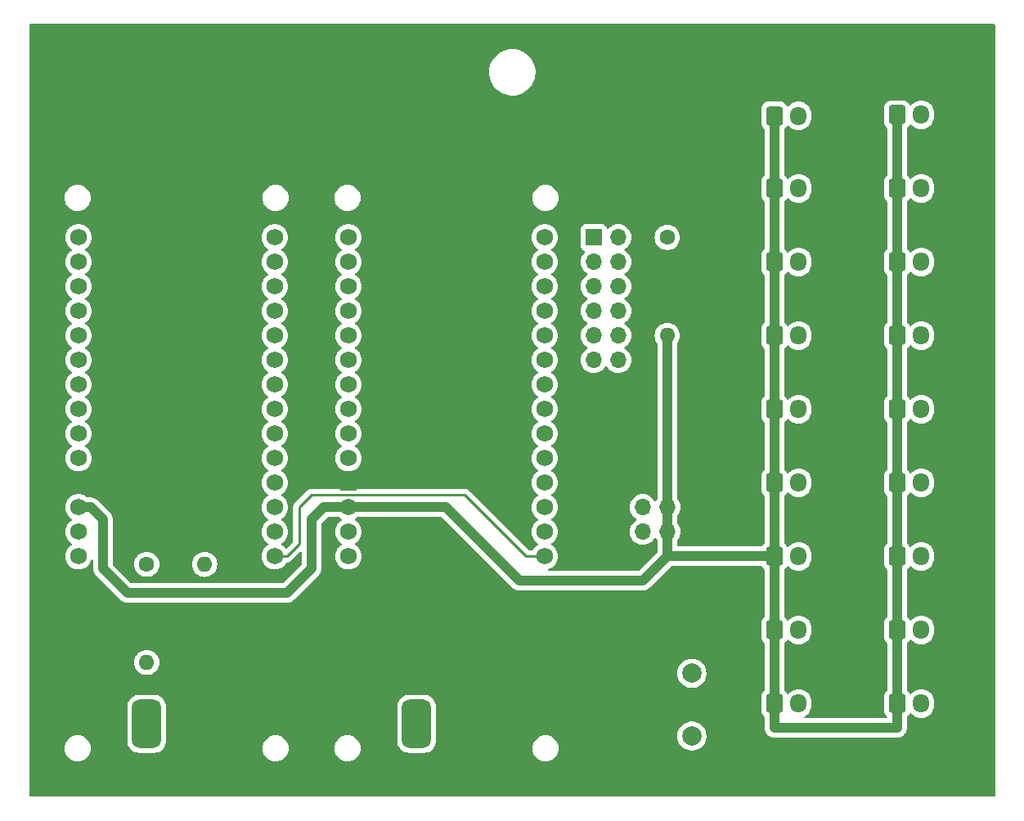
<source format=gbr>
%TF.GenerationSoftware,KiCad,Pcbnew,7.0.10-1.fc39*%
%TF.CreationDate,2024-03-03T09:54:11-06:00*%
%TF.ProjectId,mkr-sensor-shield-with-modem,6d6b722d-7365-46e7-936f-722d73686965,rev?*%
%TF.SameCoordinates,Original*%
%TF.FileFunction,Copper,L2,Bot*%
%TF.FilePolarity,Positive*%
%FSLAX46Y46*%
G04 Gerber Fmt 4.6, Leading zero omitted, Abs format (unit mm)*
G04 Created by KiCad (PCBNEW 7.0.10-1.fc39) date 2024-03-03 09:54:11*
%MOMM*%
%LPD*%
G01*
G04 APERTURE LIST*
G04 Aperture macros list*
%AMRoundRect*
0 Rectangle with rounded corners*
0 $1 Rounding radius*
0 $2 $3 $4 $5 $6 $7 $8 $9 X,Y pos of 4 corners*
0 Add a 4 corners polygon primitive as box body*
4,1,4,$2,$3,$4,$5,$6,$7,$8,$9,$2,$3,0*
0 Add four circle primitives for the rounded corners*
1,1,$1+$1,$2,$3*
1,1,$1+$1,$4,$5*
1,1,$1+$1,$6,$7*
1,1,$1+$1,$8,$9*
0 Add four rect primitives between the rounded corners*
20,1,$1+$1,$2,$3,$4,$5,0*
20,1,$1+$1,$4,$5,$6,$7,0*
20,1,$1+$1,$6,$7,$8,$9,0*
20,1,$1+$1,$8,$9,$2,$3,0*%
G04 Aperture macros list end*
%TA.AperFunction,ComponentPad*%
%ADD10RoundRect,0.250000X-0.600000X-0.725000X0.600000X-0.725000X0.600000X0.725000X-0.600000X0.725000X0*%
%TD*%
%TA.AperFunction,ComponentPad*%
%ADD11O,1.700000X1.950000*%
%TD*%
%TA.AperFunction,ComponentPad*%
%ADD12RoundRect,0.750000X-0.750000X-1.750000X0.750000X-1.750000X0.750000X1.750000X-0.750000X1.750000X0*%
%TD*%
%TA.AperFunction,ComponentPad*%
%ADD13C,1.600000*%
%TD*%
%TA.AperFunction,ComponentPad*%
%ADD14O,1.600000X1.600000*%
%TD*%
%TA.AperFunction,ComponentPad*%
%ADD15C,2.000000*%
%TD*%
%TA.AperFunction,ComponentPad*%
%ADD16R,1.700000X1.700000*%
%TD*%
%TA.AperFunction,ComponentPad*%
%ADD17O,1.700000X1.700000*%
%TD*%
%TA.AperFunction,ComponentPad*%
%ADD18C,1.727200*%
%TD*%
%TA.AperFunction,ComponentPad*%
%ADD19R,1.727200X1.727200*%
%TD*%
%TA.AperFunction,ViaPad*%
%ADD20C,0.800000*%
%TD*%
%TA.AperFunction,Conductor*%
%ADD21C,0.250000*%
%TD*%
%TA.AperFunction,Conductor*%
%ADD22C,1.000000*%
%TD*%
G04 APERTURE END LIST*
D10*
%TO.P,J14,1,Pin_1*%
%TO.N,+3.3V*%
X197682000Y-82075200D03*
D11*
%TO.P,J14,2,Pin_2*%
%TO.N,DATA*%
X200182000Y-82075200D03*
%TO.P,J14,3,Pin_3*%
%TO.N,GND*%
X202682000Y-82075200D03*
%TD*%
D10*
%TO.P,J7,1,Pin_1*%
%TO.N,+3.3V*%
X184982000Y-97315200D03*
D11*
%TO.P,J7,2,Pin_2*%
%TO.N,DATA*%
X187482000Y-97315200D03*
%TO.P,J7,3,Pin_3*%
%TO.N,GND*%
X189982000Y-97315200D03*
%TD*%
D10*
%TO.P,J11,1,Pin_1*%
%TO.N,+3.3V*%
X197682000Y-59215200D03*
D11*
%TO.P,J11,2,Pin_2*%
%TO.N,DATA*%
X200182000Y-59215200D03*
%TO.P,J11,3,Pin_3*%
%TO.N,GND*%
X202682000Y-59215200D03*
%TD*%
D10*
%TO.P,J13,1,Pin_1*%
%TO.N,+3.3V*%
X197682000Y-74455200D03*
D11*
%TO.P,J13,2,Pin_2*%
%TO.N,DATA*%
X200182000Y-74455200D03*
%TO.P,J13,3,Pin_3*%
%TO.N,GND*%
X202682000Y-74455200D03*
%TD*%
D10*
%TO.P,J15,1,Pin_1*%
%TO.N,+3.3V*%
X197682000Y-89695200D03*
D11*
%TO.P,J15,2,Pin_2*%
%TO.N,DATA*%
X200182000Y-89695200D03*
%TO.P,J15,3,Pin_3*%
%TO.N,GND*%
X202682000Y-89695200D03*
%TD*%
D10*
%TO.P,J12,1,Pin_1*%
%TO.N,+3.3V*%
X197682000Y-66835200D03*
D11*
%TO.P,J12,2,Pin_2*%
%TO.N,DATA*%
X200182000Y-66835200D03*
%TO.P,J12,3,Pin_3*%
%TO.N,GND*%
X202682000Y-66835200D03*
%TD*%
D12*
%TO.P,J21,1,Pin_1*%
%TO.N,Net-(J21-Pin_1)*%
X147942000Y-114660000D03*
%TO.P,J21,2,Pin_2*%
%TO.N,GND*%
X153942000Y-114660000D03*
%TD*%
D10*
%TO.P,J17,1,Pin_1*%
%TO.N,+3.3V*%
X197682000Y-104935200D03*
D11*
%TO.P,J17,2,Pin_2*%
%TO.N,DATA*%
X200182000Y-104935200D03*
%TO.P,J17,3,Pin_3*%
%TO.N,GND*%
X202682000Y-104935200D03*
%TD*%
D10*
%TO.P,J16,1,Pin_1*%
%TO.N,+3.3V*%
X197682000Y-97315200D03*
D11*
%TO.P,J16,2,Pin_2*%
%TO.N,DATA*%
X200182000Y-97315200D03*
%TO.P,J16,3,Pin_3*%
%TO.N,GND*%
X202682000Y-97315200D03*
%TD*%
D10*
%TO.P,J5,1,Pin_1*%
%TO.N,+3.3V*%
X184982000Y-82075200D03*
D11*
%TO.P,J5,2,Pin_2*%
%TO.N,DATA*%
X187482000Y-82075200D03*
%TO.P,J5,3,Pin_3*%
%TO.N,GND*%
X189982000Y-82075200D03*
%TD*%
D10*
%TO.P,J1,1,Pin_1*%
%TO.N,+3.3V*%
X184982000Y-51720000D03*
D11*
%TO.P,J1,2,Pin_2*%
%TO.N,DATA*%
X187482000Y-51720000D03*
%TO.P,J1,3,Pin_3*%
%TO.N,GND*%
X189982000Y-51720000D03*
%TD*%
D10*
%TO.P,J8,1,Pin_1*%
%TO.N,+3.3V*%
X184982000Y-104935200D03*
D11*
%TO.P,J8,2,Pin_2*%
%TO.N,DATA*%
X187482000Y-104935200D03*
%TO.P,J8,3,Pin_3*%
%TO.N,GND*%
X189982000Y-104935200D03*
%TD*%
D13*
%TO.P,R1,1*%
%TO.N,DATA*%
X173892000Y-64295200D03*
D14*
%TO.P,R1,2*%
%TO.N,+3.3V*%
X173892000Y-74455200D03*
%TD*%
D10*
%TO.P,J4,1,Pin_1*%
%TO.N,+3.3V*%
X184982000Y-74455200D03*
D11*
%TO.P,J4,2,Pin_2*%
%TO.N,DATA*%
X187482000Y-74455200D03*
%TO.P,J4,3,Pin_3*%
%TO.N,GND*%
X189982000Y-74455200D03*
%TD*%
D15*
%TO.P,SW1,1,1*%
%TO.N,/RST*%
X176437000Y-109430000D03*
X176437000Y-115930000D03*
%TO.P,SW1,2,2*%
%TO.N,GND*%
X171937000Y-109430000D03*
X171937000Y-115930000D03*
%TD*%
D10*
%TO.P,J9,1,Pin_1*%
%TO.N,+3.3V*%
X184982000Y-112555200D03*
D11*
%TO.P,J9,2,Pin_2*%
%TO.N,DATA*%
X187482000Y-112555200D03*
%TO.P,J9,3,Pin_3*%
%TO.N,GND*%
X189982000Y-112555200D03*
%TD*%
D13*
%TO.P,R3,1*%
%TO.N,GND*%
X126002000Y-108310000D03*
D14*
%TO.P,R3,2*%
%TO.N,/A2*%
X126002000Y-98150000D03*
%TD*%
D10*
%TO.P,J3,1,Pin_1*%
%TO.N,+3.3V*%
X184982000Y-66835200D03*
D11*
%TO.P,J3,2,Pin_2*%
%TO.N,DATA*%
X187482000Y-66835200D03*
%TO.P,J3,3,Pin_3*%
%TO.N,GND*%
X189982000Y-66835200D03*
%TD*%
D16*
%TO.P,J19,1,Pin_1*%
%TO.N,/D5*%
X166272000Y-64295200D03*
D17*
%TO.P,J19,2,Pin_2*%
%TO.N,DATA*%
X168812000Y-64295200D03*
%TO.P,J19,3,Pin_3*%
%TO.N,/D4*%
X166272000Y-66835200D03*
%TO.P,J19,4,Pin_4*%
%TO.N,DATA*%
X168812000Y-66835200D03*
%TO.P,J19,5,Pin_5*%
%TO.N,/D3*%
X166272000Y-69375200D03*
%TO.P,J19,6,Pin_6*%
%TO.N,DATA*%
X168812000Y-69375200D03*
%TO.P,J19,7,Pin_7*%
%TO.N,/D2*%
X166272000Y-71915200D03*
%TO.P,J19,8,Pin_8*%
%TO.N,DATA*%
X168812000Y-71915200D03*
%TO.P,J19,9,Pin_9*%
%TO.N,/D1*%
X166272000Y-74455200D03*
%TO.P,J19,10,Pin_10*%
%TO.N,DATA*%
X168812000Y-74455200D03*
%TO.P,J19,11,Pin_11*%
%TO.N,/D0*%
X166272000Y-76995200D03*
%TO.P,J19,12,Pin_12*%
%TO.N,DATA*%
X168812000Y-76995200D03*
%TD*%
D10*
%TO.P,J2,1,Pin_1*%
%TO.N,+3.3V*%
X184982000Y-59215200D03*
D11*
%TO.P,J2,2,Pin_2*%
%TO.N,DATA*%
X187482000Y-59215200D03*
%TO.P,J2,3,Pin_3*%
%TO.N,GND*%
X189982000Y-59215200D03*
%TD*%
D18*
%TO.P,A2,3V3,3.3V*%
%TO.N,+3.3V*%
X112932000Y-92235200D03*
%TO.P,A2,5V,5V*%
%TO.N,Net-(J23-Pin_1)*%
X112932000Y-97315200D03*
%TO.P,A2,A0,A0/DAC*%
%TO.N,/A0*%
X133252000Y-94775200D03*
%TO.P,A2,A1,A1*%
%TO.N,/A1*%
X133252000Y-92235200D03*
%TO.P,A2,A2,A2*%
%TO.N,/A2*%
X133252000Y-89695200D03*
%TO.P,A2,A3,A3*%
%TO.N,/A3*%
X133252000Y-87155200D03*
%TO.P,A2,A4,A4*%
%TO.N,/A4*%
X133252000Y-84615200D03*
%TO.P,A2,A5,A5*%
%TO.N,/A5*%
X133252000Y-82075200D03*
%TO.P,A2,A6,A6*%
%TO.N,/A6*%
X133252000Y-79535200D03*
%TO.P,A2,AREF,AREF*%
%TO.N,/AREF*%
X133252000Y-97315200D03*
%TO.P,A2,D0,D0*%
%TO.N,/D0*%
X133252000Y-76995200D03*
%TO.P,A2,D1,D1*%
%TO.N,/D1*%
X133252000Y-74455200D03*
%TO.P,A2,D2,D2*%
%TO.N,/D2*%
X133252000Y-71915200D03*
%TO.P,A2,D3,D3*%
%TO.N,/D3*%
X133252000Y-69375200D03*
%TO.P,A2,D4,D4*%
%TO.N,/D4*%
X133252000Y-66835200D03*
%TO.P,A2,D5,D5*%
%TO.N,/D5*%
X133252000Y-64295200D03*
%TO.P,A2,D6,D6*%
%TO.N,/D6*%
X112932000Y-64295200D03*
%TO.P,A2,D7,D7*%
%TO.N,/D7*%
X112932000Y-66835200D03*
%TO.P,A2,D8,D8_MOSI*%
%TO.N,/D8*%
X112932000Y-69375200D03*
%TO.P,A2,D9,D9_SCK*%
%TO.N,/D9*%
X112932000Y-71915200D03*
%TO.P,A2,D10,D10_MISO*%
%TO.N,/D10*%
X112932000Y-74455200D03*
%TO.P,A2,D11,D11/SDA*%
%TO.N,/D11*%
X112932000Y-76995200D03*
%TO.P,A2,D12,D12/SCL*%
%TO.N,/D12*%
X112932000Y-79535200D03*
%TO.P,A2,D13,D13/RX*%
%TO.N,/D13*%
X112932000Y-82075200D03*
%TO.P,A2,D14,D14/TX*%
%TO.N,/D14*%
X112932000Y-84615200D03*
D19*
%TO.P,A2,GND,GND*%
%TO.N,GND*%
X112932000Y-89695200D03*
D18*
%TO.P,A2,RST,RESET*%
%TO.N,/RST*%
X112932000Y-87155200D03*
%TO.P,A2,VIN,VIN*%
%TO.N,unconnected-(A2-PadVIN)*%
X112932000Y-94775200D03*
%TD*%
D10*
%TO.P,J18,1,Pin_1*%
%TO.N,+3.3V*%
X197682000Y-112555200D03*
D11*
%TO.P,J18,2,Pin_2*%
%TO.N,DATA*%
X200182000Y-112555200D03*
%TO.P,J18,3,Pin_3*%
%TO.N,GND*%
X202682000Y-112555200D03*
%TD*%
D13*
%TO.P,R2,1*%
%TO.N,/A2*%
X120002000Y-98150000D03*
D14*
%TO.P,R2,2*%
%TO.N,Net-(J23-Pin_1)*%
X120002000Y-108310000D03*
%TD*%
D18*
%TO.P,A1,3V3,3.3V*%
%TO.N,+3.3V*%
X140872000Y-92235200D03*
%TO.P,A1,5V,5V*%
%TO.N,unconnected-(A1-Pad5V)*%
X140872000Y-97315200D03*
%TO.P,A1,A0,A0/DAC*%
%TO.N,/A0*%
X161192000Y-94775200D03*
%TO.P,A1,A1,A1*%
%TO.N,/A1*%
X161192000Y-92235200D03*
%TO.P,A1,A2,A2*%
%TO.N,/A2*%
X161192000Y-89695200D03*
%TO.P,A1,A3,A3*%
%TO.N,/A3*%
X161192000Y-87155200D03*
%TO.P,A1,A4,A4*%
%TO.N,/A4*%
X161192000Y-84615200D03*
%TO.P,A1,A5,A5*%
%TO.N,/A5*%
X161192000Y-82075200D03*
%TO.P,A1,A6,A6*%
%TO.N,/A6*%
X161192000Y-79535200D03*
%TO.P,A1,AREF,AREF*%
%TO.N,/AREF*%
X161192000Y-97315200D03*
%TO.P,A1,D0,D0*%
%TO.N,/D0*%
X161192000Y-76995200D03*
%TO.P,A1,D1,D1*%
%TO.N,/D1*%
X161192000Y-74455200D03*
%TO.P,A1,D2,D2*%
%TO.N,/D2*%
X161192000Y-71915200D03*
%TO.P,A1,D3,D3*%
%TO.N,/D3*%
X161192000Y-69375200D03*
%TO.P,A1,D4,D4*%
%TO.N,/D4*%
X161192000Y-66835200D03*
%TO.P,A1,D5,D5*%
%TO.N,/D5*%
X161192000Y-64295200D03*
%TO.P,A1,D6,D6*%
%TO.N,/D6*%
X140872000Y-64295200D03*
%TO.P,A1,D7,D7*%
%TO.N,/D7*%
X140872000Y-66835200D03*
%TO.P,A1,D8,D8_MOSI*%
%TO.N,/D8*%
X140872000Y-69375200D03*
%TO.P,A1,D9,D9_SCK*%
%TO.N,/D9*%
X140872000Y-71915200D03*
%TO.P,A1,D10,D10_MISO*%
%TO.N,/D10*%
X140872000Y-74455200D03*
%TO.P,A1,D11,D11/SDA*%
%TO.N,/D11*%
X140872000Y-76995200D03*
%TO.P,A1,D12,D12/SCL*%
%TO.N,/D12*%
X140872000Y-79535200D03*
%TO.P,A1,D13,D13/RX*%
%TO.N,/D13*%
X140872000Y-82075200D03*
%TO.P,A1,D14,D14/TX*%
%TO.N,/D14*%
X140872000Y-84615200D03*
D19*
%TO.P,A1,GND,GND*%
%TO.N,GND*%
X140872000Y-89695200D03*
D18*
%TO.P,A1,RST,RESET*%
%TO.N,/RST*%
X140872000Y-87155200D03*
%TO.P,A1,VIN,VIN*%
%TO.N,Net-(U1-OUT)*%
X140872000Y-94775200D03*
%TD*%
D10*
%TO.P,J6,1,Pin_1*%
%TO.N,+3.3V*%
X184982000Y-89695200D03*
D11*
%TO.P,J6,2,Pin_2*%
%TO.N,DATA*%
X187482000Y-89695200D03*
%TO.P,J6,3,Pin_3*%
%TO.N,GND*%
X189982000Y-89695200D03*
%TD*%
D10*
%TO.P,J10,1,Pin_1*%
%TO.N,+3.3V*%
X197682000Y-51595200D03*
D11*
%TO.P,J10,2,Pin_2*%
%TO.N,DATA*%
X200182000Y-51595200D03*
%TO.P,J10,3,Pin_3*%
%TO.N,GND*%
X202682000Y-51595200D03*
%TD*%
D16*
%TO.P,J20,1,Pin_1*%
%TO.N,GND*%
X168812000Y-94775200D03*
D17*
%TO.P,J20,2,Pin_2*%
X168812000Y-92235200D03*
%TO.P,J20,3,Pin_3*%
%TO.N,/A0*%
X171352000Y-94775200D03*
%TO.P,J20,4,Pin_4*%
%TO.N,/A1*%
X171352000Y-92235200D03*
%TO.P,J20,5,Pin_5*%
%TO.N,+3.3V*%
X173892000Y-94775200D03*
%TO.P,J20,6,Pin_6*%
X173892000Y-92235200D03*
%TD*%
D12*
%TO.P,J23,1,Pin_1*%
%TO.N,Net-(J23-Pin_1)*%
X120002000Y-114660000D03*
%TO.P,J23,2,Pin_2*%
%TO.N,GND*%
X126002000Y-114660000D03*
%TD*%
D20*
%TO.N,GND*%
X159962000Y-103660000D03*
X141922000Y-103660000D03*
X150942000Y-105565000D03*
%TD*%
D21*
%TO.N,/AREF*%
X152937000Y-90965200D02*
X151667000Y-90965200D01*
X137062000Y-90965200D02*
X135792000Y-92235200D01*
X161192000Y-97315200D02*
X159287000Y-97315200D01*
X151667000Y-90965200D02*
X137062000Y-90965200D01*
X159287000Y-97315200D02*
X152937000Y-90965200D01*
X134522000Y-97315200D02*
X133252000Y-97315200D01*
X135792000Y-92235200D02*
X135792000Y-96045200D01*
X135792000Y-96045200D02*
X134522000Y-97315200D01*
D22*
%TO.N,+3.3V*%
X173892000Y-97315200D02*
X171352000Y-99855200D01*
X137062000Y-98585200D02*
X134522000Y-101125200D01*
X197682000Y-89695200D02*
X197682000Y-82075200D01*
X184982000Y-74455200D02*
X184982000Y-82075200D01*
X158567200Y-99855200D02*
X150947200Y-92235200D01*
X197682000Y-115095200D02*
X197682000Y-112555200D01*
X197682000Y-66835200D02*
X197682000Y-59215200D01*
X184982000Y-89695200D02*
X184982000Y-97315200D01*
X115472000Y-98585200D02*
X115472000Y-93505200D01*
X115472000Y-93505200D02*
X114202000Y-92235200D01*
X184982000Y-82075200D02*
X184982000Y-89695200D01*
X184982000Y-66835200D02*
X184982000Y-59215200D01*
X184982000Y-59215200D02*
X184982000Y-51720000D01*
X140872000Y-92235200D02*
X138332000Y-92235200D01*
X184982000Y-104935200D02*
X184982000Y-112555200D01*
X150947200Y-92235200D02*
X140872000Y-92235200D01*
X197682000Y-74455200D02*
X197682000Y-66835200D01*
X173892000Y-74455200D02*
X173892000Y-97315200D01*
X114202000Y-92235200D02*
X112932000Y-92235200D01*
X197682000Y-112555200D02*
X197682000Y-104935200D01*
X134522000Y-101125200D02*
X118012000Y-101125200D01*
X197682000Y-104935200D02*
X197682000Y-97315200D01*
X184982000Y-97315200D02*
X173892000Y-97315200D01*
X184982000Y-97315200D02*
X184982000Y-104935200D01*
X137062000Y-93505200D02*
X137062000Y-98585200D01*
X118012000Y-101125200D02*
X115472000Y-98585200D01*
X184982000Y-74455200D02*
X184982000Y-66835200D01*
X171352000Y-99855200D02*
X158567200Y-99855200D01*
X138332000Y-92235200D02*
X137062000Y-93505200D01*
X197682000Y-97315200D02*
X197682000Y-89695200D01*
X184982000Y-115095200D02*
X197682000Y-115095200D01*
X197682000Y-82075200D02*
X197682000Y-74455200D01*
X184982000Y-112555200D02*
X184982000Y-115095200D01*
X197682000Y-59215200D02*
X197682000Y-51595200D01*
%TD*%
%TA.AperFunction,Conductor*%
%TO.N,GND*%
G36*
X207784539Y-42220185D02*
G01*
X207830294Y-42272989D01*
X207841500Y-42324500D01*
X207841500Y-122075500D01*
X207821815Y-122142539D01*
X207769011Y-122188294D01*
X207717500Y-122199500D01*
X107966500Y-122199500D01*
X107899461Y-122179815D01*
X107853706Y-122127011D01*
X107842500Y-122075500D01*
X107842500Y-117200000D01*
X111486341Y-117200000D01*
X111506936Y-117435403D01*
X111506938Y-117435413D01*
X111568094Y-117663655D01*
X111568096Y-117663659D01*
X111568097Y-117663663D01*
X111618031Y-117770746D01*
X111667964Y-117877828D01*
X111667965Y-117877830D01*
X111803505Y-118071402D01*
X111970597Y-118238494D01*
X112164169Y-118374034D01*
X112164171Y-118374035D01*
X112378337Y-118473903D01*
X112606592Y-118535063D01*
X112783032Y-118550499D01*
X112783033Y-118550500D01*
X112783034Y-118550500D01*
X112900967Y-118550500D01*
X112900967Y-118550499D01*
X113077408Y-118535063D01*
X113305663Y-118473903D01*
X113519829Y-118374035D01*
X113713401Y-118238495D01*
X113880495Y-118071401D01*
X114016035Y-117877830D01*
X114115903Y-117663663D01*
X114177063Y-117435408D01*
X114197659Y-117200000D01*
X114177063Y-116964592D01*
X114115903Y-116736337D01*
X114016035Y-116522171D01*
X114016034Y-116522169D01*
X113982451Y-116474208D01*
X118001500Y-116474208D01*
X118001501Y-116474223D01*
X118011904Y-116606413D01*
X118011905Y-116606420D01*
X118066902Y-116824678D01*
X118066903Y-116824681D01*
X118159991Y-117029622D01*
X118159997Y-117029632D01*
X118288174Y-117214645D01*
X118288178Y-117214650D01*
X118288181Y-117214654D01*
X118447346Y-117373819D01*
X118447350Y-117373822D01*
X118447354Y-117373825D01*
X118529160Y-117430500D01*
X118632374Y-117502007D01*
X118837317Y-117595096D01*
X118837321Y-117595097D01*
X119055579Y-117650094D01*
X119055581Y-117650094D01*
X119055588Y-117650096D01*
X119187783Y-117660500D01*
X120816216Y-117660499D01*
X120948412Y-117650096D01*
X121166683Y-117595096D01*
X121371626Y-117502007D01*
X121556654Y-117373819D01*
X121715819Y-117214654D01*
X121725971Y-117200000D01*
X131986341Y-117200000D01*
X132006936Y-117435403D01*
X132006938Y-117435413D01*
X132068094Y-117663655D01*
X132068096Y-117663659D01*
X132068097Y-117663663D01*
X132118031Y-117770746D01*
X132167964Y-117877828D01*
X132167965Y-117877830D01*
X132303505Y-118071402D01*
X132470597Y-118238494D01*
X132664169Y-118374034D01*
X132664171Y-118374035D01*
X132878337Y-118473903D01*
X133106592Y-118535063D01*
X133283032Y-118550499D01*
X133283033Y-118550500D01*
X133283034Y-118550500D01*
X133400967Y-118550500D01*
X133400967Y-118550499D01*
X133577408Y-118535063D01*
X133805663Y-118473903D01*
X134019829Y-118374035D01*
X134213401Y-118238495D01*
X134380495Y-118071401D01*
X134516035Y-117877830D01*
X134615903Y-117663663D01*
X134677063Y-117435408D01*
X134697659Y-117200000D01*
X139426341Y-117200000D01*
X139446936Y-117435403D01*
X139446938Y-117435413D01*
X139508094Y-117663655D01*
X139508096Y-117663659D01*
X139508097Y-117663663D01*
X139558031Y-117770746D01*
X139607964Y-117877828D01*
X139607965Y-117877830D01*
X139743505Y-118071402D01*
X139910597Y-118238494D01*
X140104169Y-118374034D01*
X140104171Y-118374035D01*
X140318337Y-118473903D01*
X140546592Y-118535063D01*
X140723032Y-118550499D01*
X140723033Y-118550500D01*
X140723034Y-118550500D01*
X140840967Y-118550500D01*
X140840967Y-118550499D01*
X141017408Y-118535063D01*
X141245663Y-118473903D01*
X141459829Y-118374035D01*
X141653401Y-118238495D01*
X141820495Y-118071401D01*
X141956035Y-117877830D01*
X142055903Y-117663663D01*
X142117063Y-117435408D01*
X142137659Y-117200000D01*
X142117063Y-116964592D01*
X142055903Y-116736337D01*
X141956035Y-116522171D01*
X141956034Y-116522169D01*
X141922451Y-116474208D01*
X145941500Y-116474208D01*
X145941501Y-116474223D01*
X145951904Y-116606413D01*
X145951905Y-116606420D01*
X146006902Y-116824678D01*
X146006903Y-116824681D01*
X146099991Y-117029622D01*
X146099997Y-117029632D01*
X146228174Y-117214645D01*
X146228178Y-117214650D01*
X146228181Y-117214654D01*
X146387346Y-117373819D01*
X146387350Y-117373822D01*
X146387354Y-117373825D01*
X146469160Y-117430500D01*
X146572374Y-117502007D01*
X146777317Y-117595096D01*
X146777321Y-117595097D01*
X146995579Y-117650094D01*
X146995581Y-117650094D01*
X146995588Y-117650096D01*
X147127783Y-117660500D01*
X148756216Y-117660499D01*
X148888412Y-117650096D01*
X149106683Y-117595096D01*
X149311626Y-117502007D01*
X149496654Y-117373819D01*
X149655819Y-117214654D01*
X149665971Y-117200000D01*
X159926341Y-117200000D01*
X159946936Y-117435403D01*
X159946938Y-117435413D01*
X160008094Y-117663655D01*
X160008096Y-117663659D01*
X160008097Y-117663663D01*
X160058031Y-117770746D01*
X160107964Y-117877828D01*
X160107965Y-117877830D01*
X160243505Y-118071402D01*
X160410597Y-118238494D01*
X160604169Y-118374034D01*
X160604171Y-118374035D01*
X160818337Y-118473903D01*
X161046592Y-118535063D01*
X161223032Y-118550499D01*
X161223033Y-118550500D01*
X161223034Y-118550500D01*
X161340967Y-118550500D01*
X161340967Y-118550499D01*
X161517408Y-118535063D01*
X161745663Y-118473903D01*
X161959829Y-118374035D01*
X162153401Y-118238495D01*
X162320495Y-118071401D01*
X162456035Y-117877830D01*
X162555903Y-117663663D01*
X162617063Y-117435408D01*
X162637659Y-117200000D01*
X162617063Y-116964592D01*
X162555903Y-116736337D01*
X162456035Y-116522171D01*
X162456034Y-116522169D01*
X162320494Y-116328597D01*
X162153402Y-116161505D01*
X161959830Y-116025965D01*
X161959828Y-116025964D01*
X161818155Y-115959901D01*
X161754044Y-115930005D01*
X174931357Y-115930005D01*
X174951890Y-116177812D01*
X174951892Y-116177824D01*
X175012936Y-116418881D01*
X175112826Y-116646606D01*
X175248833Y-116854782D01*
X175248836Y-116854785D01*
X175417256Y-117037738D01*
X175613491Y-117190474D01*
X175832190Y-117308828D01*
X176067386Y-117389571D01*
X176312665Y-117430500D01*
X176561335Y-117430500D01*
X176806614Y-117389571D01*
X177041810Y-117308828D01*
X177260509Y-117190474D01*
X177456744Y-117037738D01*
X177625164Y-116854785D01*
X177761173Y-116646607D01*
X177861063Y-116418881D01*
X177922108Y-116177821D01*
X177928592Y-116099569D01*
X177942643Y-115930005D01*
X177942643Y-115929994D01*
X177922109Y-115682187D01*
X177922107Y-115682175D01*
X177861063Y-115441118D01*
X177761173Y-115213393D01*
X177625166Y-115005217D01*
X177603557Y-114981744D01*
X177456744Y-114822262D01*
X177260509Y-114669526D01*
X177260507Y-114669525D01*
X177260506Y-114669524D01*
X177041811Y-114551172D01*
X177041802Y-114551169D01*
X176806616Y-114470429D01*
X176561335Y-114429500D01*
X176312665Y-114429500D01*
X176067383Y-114470429D01*
X175832197Y-114551169D01*
X175832188Y-114551172D01*
X175613493Y-114669524D01*
X175417257Y-114822261D01*
X175248833Y-115005217D01*
X175112826Y-115213393D01*
X175012936Y-115441118D01*
X174951892Y-115682175D01*
X174951890Y-115682187D01*
X174931357Y-115929994D01*
X174931357Y-115930005D01*
X161754044Y-115930005D01*
X161745663Y-115926097D01*
X161745659Y-115926096D01*
X161745655Y-115926094D01*
X161517413Y-115864938D01*
X161517403Y-115864936D01*
X161340967Y-115849500D01*
X161340966Y-115849500D01*
X161223034Y-115849500D01*
X161223033Y-115849500D01*
X161046596Y-115864936D01*
X161046586Y-115864938D01*
X160818344Y-115926094D01*
X160818335Y-115926098D01*
X160604171Y-116025964D01*
X160604169Y-116025965D01*
X160410597Y-116161505D01*
X160243506Y-116328597D01*
X160243501Y-116328604D01*
X160107967Y-116522165D01*
X160107965Y-116522169D01*
X160008098Y-116736335D01*
X160008094Y-116736344D01*
X159946938Y-116964586D01*
X159946936Y-116964596D01*
X159926341Y-117199999D01*
X159926341Y-117200000D01*
X149665971Y-117200000D01*
X149784007Y-117029626D01*
X149877096Y-116824683D01*
X149932096Y-116606412D01*
X149942500Y-116474217D01*
X149942499Y-112845784D01*
X149932096Y-112713588D01*
X149877096Y-112495317D01*
X149784007Y-112290374D01*
X149717790Y-112194796D01*
X149655825Y-112105354D01*
X149655822Y-112105350D01*
X149655819Y-112105346D01*
X149496654Y-111946181D01*
X149496650Y-111946178D01*
X149496645Y-111946174D01*
X149311632Y-111817997D01*
X149311630Y-111817995D01*
X149311626Y-111817993D01*
X149228384Y-111780183D01*
X149106681Y-111724903D01*
X149106678Y-111724902D01*
X148888420Y-111669905D01*
X148888413Y-111669904D01*
X148844347Y-111666436D01*
X148756217Y-111659500D01*
X148756215Y-111659500D01*
X147127791Y-111659500D01*
X147127776Y-111659501D01*
X146995586Y-111669904D01*
X146995579Y-111669905D01*
X146777321Y-111724902D01*
X146777318Y-111724903D01*
X146572377Y-111817991D01*
X146572367Y-111817997D01*
X146387354Y-111946174D01*
X146387342Y-111946184D01*
X146228184Y-112105342D01*
X146228174Y-112105354D01*
X146099997Y-112290367D01*
X146099991Y-112290377D01*
X146006903Y-112495318D01*
X146006902Y-112495321D01*
X145951905Y-112713579D01*
X145951904Y-112713586D01*
X145941500Y-112845777D01*
X145941500Y-116474208D01*
X141922451Y-116474208D01*
X141820494Y-116328597D01*
X141653402Y-116161505D01*
X141459830Y-116025965D01*
X141459828Y-116025964D01*
X141318155Y-115959901D01*
X141245663Y-115926097D01*
X141245659Y-115926096D01*
X141245655Y-115926094D01*
X141017413Y-115864938D01*
X141017403Y-115864936D01*
X140840967Y-115849500D01*
X140840966Y-115849500D01*
X140723034Y-115849500D01*
X140723033Y-115849500D01*
X140546596Y-115864936D01*
X140546586Y-115864938D01*
X140318344Y-115926094D01*
X140318335Y-115926098D01*
X140104171Y-116025964D01*
X140104169Y-116025965D01*
X139910597Y-116161505D01*
X139743506Y-116328597D01*
X139743501Y-116328604D01*
X139607967Y-116522165D01*
X139607965Y-116522169D01*
X139508098Y-116736335D01*
X139508094Y-116736344D01*
X139446938Y-116964586D01*
X139446936Y-116964596D01*
X139426341Y-117199999D01*
X139426341Y-117200000D01*
X134697659Y-117200000D01*
X134677063Y-116964592D01*
X134615903Y-116736337D01*
X134516035Y-116522171D01*
X134516034Y-116522169D01*
X134380494Y-116328597D01*
X134213402Y-116161505D01*
X134019830Y-116025965D01*
X134019828Y-116025964D01*
X133878155Y-115959901D01*
X133805663Y-115926097D01*
X133805659Y-115926096D01*
X133805655Y-115926094D01*
X133577413Y-115864938D01*
X133577403Y-115864936D01*
X133400967Y-115849500D01*
X133400966Y-115849500D01*
X133283034Y-115849500D01*
X133283033Y-115849500D01*
X133106596Y-115864936D01*
X133106586Y-115864938D01*
X132878344Y-115926094D01*
X132878335Y-115926098D01*
X132664171Y-116025964D01*
X132664169Y-116025965D01*
X132470597Y-116161505D01*
X132303506Y-116328597D01*
X132303501Y-116328604D01*
X132167967Y-116522165D01*
X132167965Y-116522169D01*
X132068098Y-116736335D01*
X132068094Y-116736344D01*
X132006938Y-116964586D01*
X132006936Y-116964596D01*
X131986341Y-117199999D01*
X131986341Y-117200000D01*
X121725971Y-117200000D01*
X121844007Y-117029626D01*
X121937096Y-116824683D01*
X121992096Y-116606412D01*
X122002500Y-116474217D01*
X122002499Y-112845784D01*
X121992096Y-112713588D01*
X121937096Y-112495317D01*
X121844007Y-112290374D01*
X121777790Y-112194796D01*
X121715825Y-112105354D01*
X121715822Y-112105350D01*
X121715819Y-112105346D01*
X121556654Y-111946181D01*
X121556650Y-111946178D01*
X121556645Y-111946174D01*
X121371632Y-111817997D01*
X121371630Y-111817995D01*
X121371626Y-111817993D01*
X121288384Y-111780183D01*
X121166681Y-111724903D01*
X121166678Y-111724902D01*
X120948420Y-111669905D01*
X120948413Y-111669904D01*
X120904347Y-111666436D01*
X120816217Y-111659500D01*
X120816215Y-111659500D01*
X119187791Y-111659500D01*
X119187776Y-111659501D01*
X119055586Y-111669904D01*
X119055579Y-111669905D01*
X118837321Y-111724902D01*
X118837318Y-111724903D01*
X118632377Y-111817991D01*
X118632367Y-111817997D01*
X118447354Y-111946174D01*
X118447342Y-111946184D01*
X118288184Y-112105342D01*
X118288174Y-112105354D01*
X118159997Y-112290367D01*
X118159991Y-112290377D01*
X118066903Y-112495318D01*
X118066902Y-112495321D01*
X118011905Y-112713579D01*
X118011904Y-112713586D01*
X118001500Y-112845777D01*
X118001500Y-116474208D01*
X113982451Y-116474208D01*
X113880494Y-116328597D01*
X113713402Y-116161505D01*
X113519830Y-116025965D01*
X113519828Y-116025964D01*
X113378155Y-115959901D01*
X113305663Y-115926097D01*
X113305659Y-115926096D01*
X113305655Y-115926094D01*
X113077413Y-115864938D01*
X113077403Y-115864936D01*
X112900967Y-115849500D01*
X112900966Y-115849500D01*
X112783034Y-115849500D01*
X112783033Y-115849500D01*
X112606596Y-115864936D01*
X112606586Y-115864938D01*
X112378344Y-115926094D01*
X112378335Y-115926098D01*
X112164171Y-116025964D01*
X112164169Y-116025965D01*
X111970597Y-116161505D01*
X111803506Y-116328597D01*
X111803501Y-116328604D01*
X111667967Y-116522165D01*
X111667965Y-116522169D01*
X111568098Y-116736335D01*
X111568094Y-116736344D01*
X111506938Y-116964586D01*
X111506936Y-116964596D01*
X111486341Y-117199999D01*
X111486341Y-117200000D01*
X107842500Y-117200000D01*
X107842500Y-108310001D01*
X118696532Y-108310001D01*
X118716364Y-108536686D01*
X118716366Y-108536697D01*
X118775258Y-108756488D01*
X118775261Y-108756497D01*
X118871431Y-108962732D01*
X118871432Y-108962734D01*
X119001954Y-109149141D01*
X119162858Y-109310045D01*
X119162861Y-109310047D01*
X119349266Y-109440568D01*
X119555504Y-109536739D01*
X119775308Y-109595635D01*
X119937230Y-109609801D01*
X120001998Y-109615468D01*
X120002000Y-109615468D01*
X120002002Y-109615468D01*
X120058673Y-109610509D01*
X120228692Y-109595635D01*
X120448496Y-109536739D01*
X120654734Y-109440568D01*
X120669820Y-109430005D01*
X174931357Y-109430005D01*
X174951890Y-109677812D01*
X174951892Y-109677824D01*
X175012936Y-109918881D01*
X175112826Y-110146606D01*
X175248833Y-110354782D01*
X175248836Y-110354785D01*
X175417256Y-110537738D01*
X175613491Y-110690474D01*
X175832190Y-110808828D01*
X176067386Y-110889571D01*
X176312665Y-110930500D01*
X176561335Y-110930500D01*
X176806614Y-110889571D01*
X177041810Y-110808828D01*
X177260509Y-110690474D01*
X177456744Y-110537738D01*
X177625164Y-110354785D01*
X177761173Y-110146607D01*
X177861063Y-109918881D01*
X177922108Y-109677821D01*
X177928918Y-109595635D01*
X177942643Y-109430005D01*
X177942643Y-109429994D01*
X177922109Y-109182187D01*
X177922107Y-109182175D01*
X177861063Y-108941118D01*
X177761173Y-108713393D01*
X177625166Y-108505217D01*
X177603557Y-108481744D01*
X177456744Y-108322262D01*
X177260509Y-108169526D01*
X177260507Y-108169525D01*
X177260506Y-108169524D01*
X177041811Y-108051172D01*
X177041802Y-108051169D01*
X176806616Y-107970429D01*
X176561335Y-107929500D01*
X176312665Y-107929500D01*
X176067383Y-107970429D01*
X175832197Y-108051169D01*
X175832188Y-108051172D01*
X175613493Y-108169524D01*
X175417257Y-108322261D01*
X175248833Y-108505217D01*
X175112826Y-108713393D01*
X175012936Y-108941118D01*
X174951892Y-109182175D01*
X174951890Y-109182187D01*
X174931357Y-109429994D01*
X174931357Y-109430005D01*
X120669820Y-109430005D01*
X120841139Y-109310047D01*
X121002047Y-109149139D01*
X121132568Y-108962734D01*
X121228739Y-108756496D01*
X121287635Y-108536692D01*
X121307468Y-108310000D01*
X121287635Y-108083308D01*
X121228739Y-107863504D01*
X121132568Y-107657266D01*
X121002047Y-107470861D01*
X121002045Y-107470858D01*
X120841141Y-107309954D01*
X120654734Y-107179432D01*
X120654732Y-107179431D01*
X120448497Y-107083261D01*
X120448488Y-107083258D01*
X120228697Y-107024366D01*
X120228693Y-107024365D01*
X120228692Y-107024365D01*
X120228691Y-107024364D01*
X120228686Y-107024364D01*
X120002002Y-107004532D01*
X120001998Y-107004532D01*
X119775313Y-107024364D01*
X119775302Y-107024366D01*
X119555511Y-107083258D01*
X119555502Y-107083261D01*
X119349267Y-107179431D01*
X119349265Y-107179432D01*
X119162858Y-107309954D01*
X119001954Y-107470858D01*
X118871432Y-107657265D01*
X118871431Y-107657267D01*
X118775261Y-107863502D01*
X118775258Y-107863511D01*
X118716366Y-108083302D01*
X118716364Y-108083313D01*
X118696532Y-108309998D01*
X118696532Y-108310001D01*
X107842500Y-108310001D01*
X107842500Y-97315206D01*
X111563225Y-97315206D01*
X111581892Y-97540489D01*
X111637388Y-97759639D01*
X111728198Y-97966666D01*
X111851842Y-98155916D01*
X111851850Y-98155927D01*
X111991250Y-98307354D01*
X112004954Y-98322240D01*
X112183351Y-98461093D01*
X112382169Y-98568688D01*
X112382172Y-98568689D01*
X112595982Y-98642090D01*
X112595984Y-98642090D01*
X112595986Y-98642091D01*
X112818967Y-98679300D01*
X112818968Y-98679300D01*
X113045032Y-98679300D01*
X113045033Y-98679300D01*
X113268014Y-98642091D01*
X113481831Y-98568688D01*
X113680649Y-98461093D01*
X113859046Y-98322240D01*
X113984045Y-98186456D01*
X114012149Y-98155927D01*
X114012150Y-98155925D01*
X114012156Y-98155919D01*
X114135802Y-97966665D01*
X114226611Y-97759641D01*
X114227294Y-97756945D01*
X114227873Y-97755964D01*
X114228279Y-97754783D01*
X114228521Y-97754866D01*
X114262833Y-97696789D01*
X114325253Y-97665396D01*
X114394737Y-97672734D01*
X114449223Y-97716472D01*
X114471412Y-97782724D01*
X114471500Y-97787384D01*
X114471500Y-98570921D01*
X114471460Y-98574061D01*
X114469243Y-98661562D01*
X114469243Y-98661571D01*
X114479648Y-98719620D01*
X114480956Y-98728948D01*
X114486925Y-98787630D01*
X114486927Y-98787644D01*
X114496033Y-98816668D01*
X114499772Y-98831901D01*
X114505142Y-98861853D01*
X114505142Y-98861855D01*
X114527020Y-98916624D01*
X114530177Y-98925492D01*
X114547841Y-98981788D01*
X114547842Y-98981789D01*
X114547844Y-98981795D01*
X114562603Y-99008385D01*
X114569336Y-99022561D01*
X114580622Y-99050814D01*
X114580627Y-99050824D01*
X114613080Y-99100066D01*
X114617962Y-99108123D01*
X114646588Y-99159698D01*
X114646589Y-99159700D01*
X114646591Y-99159702D01*
X114666410Y-99182788D01*
X114675855Y-99195315D01*
X114692599Y-99220721D01*
X114734299Y-99262420D01*
X114740704Y-99269331D01*
X114779131Y-99314092D01*
X114779134Y-99314095D01*
X114803187Y-99332713D01*
X114814968Y-99343089D01*
X117294450Y-101822571D01*
X117296643Y-101824820D01*
X117356939Y-101888251D01*
X117356945Y-101888256D01*
X117405361Y-101921955D01*
X117412874Y-101927619D01*
X117458592Y-101964897D01*
X117458595Y-101964898D01*
X117458597Y-101964900D01*
X117485556Y-101978982D01*
X117498981Y-101987115D01*
X117523951Y-102004495D01*
X117578165Y-102027760D01*
X117586654Y-102031791D01*
X117638951Y-102059109D01*
X117660998Y-102065416D01*
X117668184Y-102067473D01*
X117682976Y-102072739D01*
X117710939Y-102084739D01*
X117710942Y-102084740D01*
X117768727Y-102096614D01*
X117777869Y-102098857D01*
X117834582Y-102115086D01*
X117864918Y-102117396D01*
X117880457Y-102119576D01*
X117910255Y-102125700D01*
X117910259Y-102125700D01*
X117969244Y-102125700D01*
X117978659Y-102126057D01*
X118037476Y-102130537D01*
X118067651Y-102126693D01*
X118083318Y-102125700D01*
X134507721Y-102125700D01*
X134510863Y-102125740D01*
X134598358Y-102127957D01*
X134598358Y-102127956D01*
X134598363Y-102127957D01*
X134656425Y-102117549D01*
X134665754Y-102116241D01*
X134724438Y-102110274D01*
X134753471Y-102101164D01*
X134768700Y-102097426D01*
X134798653Y-102092058D01*
X134798657Y-102092056D01*
X134798659Y-102092056D01*
X134853423Y-102070180D01*
X134862292Y-102067021D01*
X134918588Y-102049359D01*
X134945200Y-102034587D01*
X134959362Y-102027862D01*
X134987617Y-102016577D01*
X135036879Y-101984109D01*
X135044910Y-101979243D01*
X135096502Y-101950609D01*
X135096509Y-101950602D01*
X135096512Y-101950601D01*
X135119583Y-101930794D01*
X135132125Y-101921337D01*
X135157519Y-101904602D01*
X135199237Y-101862882D01*
X135206122Y-101856501D01*
X135250895Y-101818066D01*
X135269520Y-101794002D01*
X135279880Y-101782239D01*
X137759409Y-99302710D01*
X137761578Y-99300595D01*
X137825053Y-99240259D01*
X137858766Y-99191819D01*
X137864405Y-99184341D01*
X137901697Y-99138608D01*
X137915786Y-99111633D01*
X137923908Y-99098227D01*
X137941295Y-99073249D01*
X137964568Y-99019015D01*
X137968595Y-99010536D01*
X137995909Y-98958249D01*
X138004275Y-98929008D01*
X138009544Y-98914209D01*
X138021538Y-98886262D01*
X138021540Y-98886258D01*
X138033421Y-98828438D01*
X138035650Y-98819355D01*
X138051886Y-98762618D01*
X138054196Y-98732280D01*
X138056376Y-98716740D01*
X138062500Y-98686943D01*
X138062500Y-98627954D01*
X138062858Y-98618539D01*
X138063248Y-98613419D01*
X138067337Y-98559724D01*
X138063493Y-98529539D01*
X138062500Y-98513875D01*
X138062500Y-93970982D01*
X138082185Y-93903943D01*
X138098819Y-93883301D01*
X138710101Y-93272019D01*
X138771424Y-93238534D01*
X138797782Y-93235700D01*
X139893982Y-93235700D01*
X139961021Y-93255385D01*
X139970144Y-93261847D01*
X140123347Y-93381090D01*
X140123351Y-93381093D01*
X140151165Y-93396145D01*
X140200755Y-93445365D01*
X140215863Y-93513582D01*
X140191692Y-93579137D01*
X140151165Y-93614255D01*
X140123352Y-93629306D01*
X139944955Y-93768159D01*
X139944950Y-93768163D01*
X139791850Y-93934472D01*
X139791842Y-93934483D01*
X139668198Y-94123733D01*
X139577388Y-94330760D01*
X139521892Y-94549910D01*
X139503225Y-94775193D01*
X139503225Y-94775206D01*
X139521892Y-95000489D01*
X139577388Y-95219639D01*
X139668198Y-95426666D01*
X139791842Y-95615916D01*
X139791850Y-95615927D01*
X139901232Y-95734746D01*
X139944954Y-95782240D01*
X140123351Y-95921093D01*
X140151165Y-95936145D01*
X140200755Y-95985365D01*
X140215863Y-96053582D01*
X140191692Y-96119137D01*
X140151165Y-96154255D01*
X140123352Y-96169306D01*
X139944955Y-96308159D01*
X139944950Y-96308163D01*
X139791850Y-96474472D01*
X139791842Y-96474483D01*
X139668198Y-96663733D01*
X139577388Y-96870760D01*
X139521892Y-97089910D01*
X139503225Y-97315193D01*
X139503225Y-97315206D01*
X139521892Y-97540489D01*
X139577388Y-97759639D01*
X139668198Y-97966666D01*
X139791842Y-98155916D01*
X139791850Y-98155927D01*
X139931250Y-98307354D01*
X139944954Y-98322240D01*
X140123351Y-98461093D01*
X140322169Y-98568688D01*
X140322172Y-98568689D01*
X140535982Y-98642090D01*
X140535984Y-98642090D01*
X140535986Y-98642091D01*
X140758967Y-98679300D01*
X140758968Y-98679300D01*
X140985032Y-98679300D01*
X140985033Y-98679300D01*
X141208014Y-98642091D01*
X141421831Y-98568688D01*
X141620649Y-98461093D01*
X141799046Y-98322240D01*
X141924045Y-98186456D01*
X141952149Y-98155927D01*
X141952150Y-98155925D01*
X141952156Y-98155919D01*
X142075802Y-97966665D01*
X142166611Y-97759641D01*
X142222107Y-97540493D01*
X142240775Y-97315200D01*
X142240775Y-97315193D01*
X142222107Y-97089910D01*
X142222107Y-97089907D01*
X142166611Y-96870759D01*
X142075802Y-96663735D01*
X142073551Y-96660290D01*
X142009838Y-96562770D01*
X141952156Y-96474481D01*
X141952153Y-96474478D01*
X141952149Y-96474472D01*
X141799049Y-96308163D01*
X141799048Y-96308162D01*
X141799046Y-96308160D01*
X141620649Y-96169307D01*
X141620647Y-96169306D01*
X141620646Y-96169305D01*
X141620639Y-96169300D01*
X141592836Y-96154255D01*
X141543244Y-96105037D01*
X141528135Y-96036820D01*
X141552306Y-95971264D01*
X141592836Y-95936145D01*
X141620639Y-95921099D01*
X141620642Y-95921096D01*
X141620649Y-95921093D01*
X141799046Y-95782240D01*
X141952156Y-95615919D01*
X142075802Y-95426665D01*
X142166611Y-95219641D01*
X142222107Y-95000493D01*
X142240775Y-94775200D01*
X142240775Y-94775199D01*
X142240775Y-94775193D01*
X142222107Y-94549910D01*
X142222107Y-94549907D01*
X142166611Y-94330759D01*
X142075802Y-94123735D01*
X142053342Y-94089358D01*
X141976003Y-93970982D01*
X141952156Y-93934481D01*
X141952153Y-93934478D01*
X141952149Y-93934472D01*
X141799049Y-93768163D01*
X141799048Y-93768162D01*
X141799046Y-93768160D01*
X141620649Y-93629307D01*
X141620647Y-93629306D01*
X141620646Y-93629305D01*
X141620639Y-93629300D01*
X141592836Y-93614255D01*
X141543244Y-93565037D01*
X141528135Y-93496820D01*
X141552306Y-93431264D01*
X141592836Y-93396145D01*
X141620639Y-93381099D01*
X141620642Y-93381096D01*
X141620649Y-93381093D01*
X141758582Y-93273735D01*
X141773856Y-93261847D01*
X141838850Y-93236204D01*
X141850018Y-93235700D01*
X150481417Y-93235700D01*
X150548456Y-93255385D01*
X150569098Y-93272019D01*
X157849650Y-100552571D01*
X157851843Y-100554820D01*
X157912140Y-100618252D01*
X157912147Y-100618258D01*
X157960552Y-100651948D01*
X157968069Y-100657615D01*
X158013793Y-100694898D01*
X158040765Y-100708986D01*
X158054180Y-100717115D01*
X158079151Y-100734495D01*
X158107305Y-100746577D01*
X158133363Y-100757759D01*
X158141852Y-100761790D01*
X158194151Y-100789109D01*
X158216198Y-100795416D01*
X158223384Y-100797473D01*
X158238176Y-100802739D01*
X158266139Y-100814739D01*
X158266142Y-100814740D01*
X158323927Y-100826614D01*
X158333069Y-100828857D01*
X158389782Y-100845086D01*
X158420118Y-100847396D01*
X158435657Y-100849576D01*
X158465455Y-100855700D01*
X158465459Y-100855700D01*
X158524444Y-100855700D01*
X158533859Y-100856057D01*
X158592676Y-100860537D01*
X158622851Y-100856693D01*
X158638518Y-100855700D01*
X171337721Y-100855700D01*
X171340863Y-100855740D01*
X171428358Y-100857957D01*
X171428358Y-100857956D01*
X171428363Y-100857957D01*
X171486425Y-100847549D01*
X171495754Y-100846241D01*
X171554438Y-100840274D01*
X171583471Y-100831164D01*
X171598700Y-100827426D01*
X171628653Y-100822058D01*
X171628657Y-100822056D01*
X171628659Y-100822056D01*
X171683423Y-100800180D01*
X171692292Y-100797021D01*
X171748588Y-100779359D01*
X171775200Y-100764587D01*
X171789362Y-100757862D01*
X171817617Y-100746577D01*
X171866879Y-100714109D01*
X171874910Y-100709243D01*
X171926502Y-100680609D01*
X171926509Y-100680602D01*
X171926512Y-100680601D01*
X171949583Y-100660794D01*
X171962125Y-100651337D01*
X171987519Y-100634602D01*
X172029237Y-100592882D01*
X172036122Y-100586501D01*
X172080895Y-100548066D01*
X172099520Y-100524002D01*
X172109880Y-100512239D01*
X174270102Y-98352019D01*
X174331425Y-98318534D01*
X174357783Y-98315700D01*
X183600942Y-98315700D01*
X183667981Y-98335385D01*
X183706479Y-98374601D01*
X183789288Y-98508856D01*
X183913344Y-98632912D01*
X183922591Y-98638616D01*
X183969318Y-98690560D01*
X183981500Y-98744157D01*
X183981500Y-103506242D01*
X183961815Y-103573281D01*
X183922598Y-103611780D01*
X183913344Y-103617487D01*
X183789289Y-103741542D01*
X183697187Y-103890863D01*
X183697185Y-103890868D01*
X183678450Y-103947406D01*
X183642001Y-104057403D01*
X183642001Y-104057404D01*
X183642000Y-104057404D01*
X183631500Y-104160183D01*
X183631500Y-105710201D01*
X183631501Y-105710218D01*
X183642000Y-105812996D01*
X183642001Y-105812999D01*
X183687894Y-105951494D01*
X183697186Y-105979534D01*
X183789288Y-106128856D01*
X183913344Y-106252912D01*
X183922591Y-106258616D01*
X183969318Y-106310560D01*
X183981500Y-106364157D01*
X183981500Y-111126242D01*
X183961815Y-111193281D01*
X183922598Y-111231780D01*
X183913344Y-111237487D01*
X183789289Y-111361542D01*
X183697187Y-111510863D01*
X183697185Y-111510868D01*
X183678450Y-111567406D01*
X183642001Y-111677403D01*
X183642001Y-111677404D01*
X183642000Y-111677404D01*
X183631500Y-111780183D01*
X183631500Y-113330201D01*
X183631501Y-113330218D01*
X183642000Y-113432996D01*
X183642001Y-113432999D01*
X183687894Y-113571494D01*
X183697186Y-113599534D01*
X183789288Y-113748856D01*
X183913344Y-113872912D01*
X183922591Y-113878616D01*
X183969318Y-113930560D01*
X183981500Y-113984157D01*
X183981500Y-115066699D01*
X183981341Y-115072979D01*
X183977631Y-115146135D01*
X183977631Y-115146136D01*
X183988719Y-115218525D01*
X183989513Y-115224753D01*
X183996925Y-115297637D01*
X183996926Y-115297640D01*
X184001749Y-115313014D01*
X184006003Y-115331347D01*
X184008442Y-115347264D01*
X184008443Y-115347268D01*
X184033882Y-115415960D01*
X184035911Y-115421896D01*
X184057841Y-115491788D01*
X184057842Y-115491789D01*
X184057843Y-115491792D01*
X184065657Y-115505870D01*
X184073517Y-115522977D01*
X184079111Y-115538081D01*
X184079113Y-115538084D01*
X184079114Y-115538087D01*
X184095198Y-115563892D01*
X184117864Y-115600257D01*
X184121050Y-115605669D01*
X184156592Y-115669703D01*
X184156593Y-115669704D01*
X184167078Y-115681918D01*
X184178222Y-115697094D01*
X184186745Y-115710767D01*
X184186746Y-115710768D01*
X184186748Y-115710771D01*
X184237246Y-115763895D01*
X184241421Y-115768517D01*
X184256279Y-115785825D01*
X184289132Y-115824094D01*
X184289133Y-115824095D01*
X184301869Y-115833953D01*
X184315842Y-115846577D01*
X184325196Y-115856417D01*
X184326940Y-115858252D01*
X184387051Y-115900091D01*
X184392115Y-115903809D01*
X184400270Y-115910121D01*
X184450042Y-115948648D01*
X184464515Y-115955747D01*
X184480726Y-115965290D01*
X184493951Y-115974495D01*
X184561264Y-116003381D01*
X184566954Y-116005995D01*
X184578267Y-116011545D01*
X184632724Y-116038258D01*
X184632726Y-116038258D01*
X184632729Y-116038260D01*
X184648316Y-116042295D01*
X184666128Y-116048382D01*
X184680942Y-116054740D01*
X184752700Y-116069485D01*
X184758779Y-116070895D01*
X184829711Y-116089262D01*
X184829715Y-116089263D01*
X184845807Y-116090079D01*
X184864480Y-116092457D01*
X184873413Y-116094293D01*
X184880258Y-116095700D01*
X184880259Y-116095700D01*
X184953500Y-116095700D01*
X184959778Y-116095858D01*
X185032936Y-116099569D01*
X185048857Y-116097130D01*
X185067633Y-116095700D01*
X197653500Y-116095700D01*
X197659778Y-116095858D01*
X197732936Y-116099569D01*
X197805339Y-116088476D01*
X197811557Y-116087684D01*
X197884438Y-116080274D01*
X197899811Y-116075450D01*
X197918149Y-116071195D01*
X197922473Y-116070532D01*
X197934071Y-116068756D01*
X198002789Y-116043305D01*
X198008672Y-116041294D01*
X198078588Y-116019359D01*
X198092670Y-116011541D01*
X198109782Y-116003679D01*
X198124887Y-115998086D01*
X198187073Y-115959323D01*
X198192421Y-115956175D01*
X198256502Y-115920609D01*
X198268724Y-115910115D01*
X198283898Y-115898973D01*
X198297571Y-115890452D01*
X198350690Y-115839957D01*
X198355294Y-115835797D01*
X198410895Y-115788066D01*
X198420750Y-115775333D01*
X198433374Y-115761361D01*
X198437810Y-115757142D01*
X198445053Y-115750259D01*
X198486926Y-115690095D01*
X198490577Y-115685123D01*
X198535448Y-115627158D01*
X198542549Y-115612679D01*
X198552092Y-115596469D01*
X198561295Y-115583249D01*
X198590186Y-115515922D01*
X198592791Y-115510254D01*
X198625060Y-115444471D01*
X198629098Y-115428872D01*
X198635191Y-115411051D01*
X198641538Y-115396262D01*
X198641540Y-115396258D01*
X198656288Y-115324487D01*
X198657692Y-115318431D01*
X198676063Y-115247485D01*
X198676879Y-115231393D01*
X198679258Y-115212716D01*
X198682500Y-115196942D01*
X198682500Y-115123699D01*
X198682659Y-115117419D01*
X198686369Y-115044264D01*
X198683930Y-115028342D01*
X198682500Y-115009566D01*
X198682500Y-113984157D01*
X198702185Y-113917118D01*
X198741407Y-113878616D01*
X198750656Y-113872912D01*
X198874712Y-113748856D01*
X198966814Y-113599534D01*
X198966814Y-113599531D01*
X198970178Y-113594079D01*
X199022126Y-113547354D01*
X199091088Y-113536131D01*
X199155170Y-113563974D01*
X199163398Y-113571494D01*
X199310599Y-113718695D01*
X199353675Y-113748857D01*
X199504165Y-113854232D01*
X199504167Y-113854233D01*
X199504170Y-113854235D01*
X199718337Y-113954103D01*
X199946592Y-114015263D01*
X200134918Y-114031739D01*
X200181999Y-114035859D01*
X200182000Y-114035859D01*
X200182001Y-114035859D01*
X200221234Y-114032426D01*
X200417408Y-114015263D01*
X200645663Y-113954103D01*
X200859829Y-113854235D01*
X201053401Y-113718695D01*
X201220495Y-113551601D01*
X201356035Y-113358029D01*
X201455903Y-113143863D01*
X201517063Y-112915608D01*
X201532500Y-112739166D01*
X201532500Y-112371234D01*
X201517063Y-112194792D01*
X201455903Y-111966537D01*
X201356035Y-111752371D01*
X201337105Y-111725335D01*
X201220494Y-111558797D01*
X201053402Y-111391706D01*
X201053395Y-111391701D01*
X200859834Y-111256167D01*
X200859830Y-111256165D01*
X200729624Y-111195449D01*
X200645663Y-111156297D01*
X200645659Y-111156296D01*
X200645655Y-111156294D01*
X200417413Y-111095138D01*
X200417403Y-111095136D01*
X200182001Y-111074541D01*
X200181999Y-111074541D01*
X199946596Y-111095136D01*
X199946586Y-111095138D01*
X199718344Y-111156294D01*
X199718335Y-111156298D01*
X199504171Y-111256164D01*
X199504169Y-111256165D01*
X199310597Y-111391705D01*
X199163398Y-111538905D01*
X199102075Y-111572390D01*
X199032383Y-111567406D01*
X198976450Y-111525534D01*
X198970178Y-111516320D01*
X198874712Y-111361544D01*
X198750655Y-111237487D01*
X198741402Y-111231780D01*
X198694678Y-111179832D01*
X198682500Y-111126242D01*
X198682500Y-106364157D01*
X198702185Y-106297118D01*
X198741407Y-106258616D01*
X198750656Y-106252912D01*
X198874712Y-106128856D01*
X198966814Y-105979534D01*
X198966814Y-105979531D01*
X198970178Y-105974079D01*
X199022126Y-105927354D01*
X199091088Y-105916131D01*
X199155170Y-105943974D01*
X199163398Y-105951494D01*
X199310599Y-106098695D01*
X199353675Y-106128857D01*
X199504165Y-106234232D01*
X199504167Y-106234233D01*
X199504170Y-106234235D01*
X199718337Y-106334103D01*
X199946592Y-106395263D01*
X200134918Y-106411739D01*
X200181999Y-106415859D01*
X200182000Y-106415859D01*
X200182001Y-106415859D01*
X200221234Y-106412426D01*
X200417408Y-106395263D01*
X200645663Y-106334103D01*
X200859829Y-106234235D01*
X201053401Y-106098695D01*
X201220495Y-105931601D01*
X201356035Y-105738029D01*
X201455903Y-105523863D01*
X201517063Y-105295608D01*
X201532500Y-105119166D01*
X201532500Y-104751234D01*
X201517063Y-104574792D01*
X201455903Y-104346537D01*
X201356035Y-104132371D01*
X201337105Y-104105335D01*
X201220494Y-103938797D01*
X201053402Y-103771706D01*
X201053395Y-103771701D01*
X200859834Y-103636167D01*
X200859830Y-103636165D01*
X200729624Y-103575449D01*
X200645663Y-103536297D01*
X200645659Y-103536296D01*
X200645655Y-103536294D01*
X200417413Y-103475138D01*
X200417403Y-103475136D01*
X200182001Y-103454541D01*
X200181999Y-103454541D01*
X199946596Y-103475136D01*
X199946586Y-103475138D01*
X199718344Y-103536294D01*
X199718335Y-103536298D01*
X199504171Y-103636164D01*
X199504169Y-103636165D01*
X199310597Y-103771705D01*
X199163398Y-103918905D01*
X199102075Y-103952390D01*
X199032383Y-103947406D01*
X198976450Y-103905534D01*
X198970178Y-103896320D01*
X198874712Y-103741544D01*
X198750655Y-103617487D01*
X198741402Y-103611780D01*
X198694678Y-103559832D01*
X198682500Y-103506242D01*
X198682500Y-98744157D01*
X198702185Y-98677118D01*
X198741407Y-98638616D01*
X198750656Y-98632912D01*
X198874712Y-98508856D01*
X198966814Y-98359534D01*
X198966814Y-98359531D01*
X198970178Y-98354079D01*
X199022126Y-98307354D01*
X199091088Y-98296131D01*
X199155170Y-98323974D01*
X199163398Y-98331494D01*
X199310599Y-98478695D01*
X199372078Y-98521743D01*
X199504165Y-98614232D01*
X199504167Y-98614233D01*
X199504170Y-98614235D01*
X199718337Y-98714103D01*
X199718343Y-98714104D01*
X199718344Y-98714105D01*
X199735135Y-98718604D01*
X199946592Y-98775263D01*
X200134918Y-98791739D01*
X200181999Y-98795859D01*
X200182000Y-98795859D01*
X200182001Y-98795859D01*
X200221234Y-98792426D01*
X200417408Y-98775263D01*
X200645663Y-98714103D01*
X200859829Y-98614235D01*
X201053401Y-98478695D01*
X201220495Y-98311601D01*
X201356035Y-98118029D01*
X201455903Y-97903863D01*
X201517063Y-97675608D01*
X201532500Y-97499166D01*
X201532500Y-97131234D01*
X201517063Y-96954792D01*
X201455903Y-96726537D01*
X201356035Y-96512371D01*
X201342183Y-96492587D01*
X201220494Y-96318797D01*
X201053402Y-96151706D01*
X201053395Y-96151701D01*
X200859834Y-96016167D01*
X200859830Y-96016165D01*
X200793779Y-95985365D01*
X200645663Y-95916297D01*
X200645659Y-95916296D01*
X200645655Y-95916294D01*
X200417413Y-95855138D01*
X200417403Y-95855136D01*
X200182001Y-95834541D01*
X200181999Y-95834541D01*
X199946596Y-95855136D01*
X199946586Y-95855138D01*
X199718344Y-95916294D01*
X199718335Y-95916298D01*
X199504171Y-96016164D01*
X199504169Y-96016165D01*
X199310597Y-96151705D01*
X199163398Y-96298905D01*
X199102075Y-96332390D01*
X199032383Y-96327406D01*
X198976450Y-96285534D01*
X198970178Y-96276320D01*
X198917367Y-96190700D01*
X198874712Y-96121544D01*
X198750656Y-95997488D01*
X198750655Y-95997487D01*
X198741402Y-95991780D01*
X198694678Y-95939832D01*
X198682500Y-95886242D01*
X198682500Y-91124157D01*
X198702185Y-91057118D01*
X198741407Y-91018616D01*
X198750656Y-91012912D01*
X198874712Y-90888856D01*
X198966814Y-90739534D01*
X198966814Y-90739531D01*
X198970178Y-90734079D01*
X199022126Y-90687354D01*
X199091088Y-90676131D01*
X199155170Y-90703974D01*
X199163398Y-90711494D01*
X199310599Y-90858695D01*
X199369786Y-90900138D01*
X199504165Y-90994232D01*
X199504167Y-90994233D01*
X199504170Y-90994235D01*
X199718337Y-91094103D01*
X199946592Y-91155263D01*
X200134918Y-91171739D01*
X200181999Y-91175859D01*
X200182000Y-91175859D01*
X200182001Y-91175859D01*
X200221234Y-91172426D01*
X200417408Y-91155263D01*
X200645663Y-91094103D01*
X200859829Y-90994235D01*
X201053401Y-90858695D01*
X201220495Y-90691601D01*
X201356035Y-90498029D01*
X201455903Y-90283863D01*
X201517063Y-90055608D01*
X201532500Y-89879166D01*
X201532500Y-89511234D01*
X201517063Y-89334792D01*
X201455903Y-89106537D01*
X201356035Y-88892371D01*
X201337105Y-88865335D01*
X201220494Y-88698797D01*
X201053402Y-88531706D01*
X201053395Y-88531701D01*
X200859834Y-88396167D01*
X200859830Y-88396165D01*
X200793779Y-88365365D01*
X200645663Y-88296297D01*
X200645659Y-88296296D01*
X200645655Y-88296294D01*
X200417413Y-88235138D01*
X200417403Y-88235136D01*
X200182001Y-88214541D01*
X200181999Y-88214541D01*
X199946596Y-88235136D01*
X199946586Y-88235138D01*
X199718344Y-88296294D01*
X199718335Y-88296298D01*
X199504171Y-88396164D01*
X199504169Y-88396165D01*
X199310597Y-88531705D01*
X199163398Y-88678905D01*
X199102075Y-88712390D01*
X199032383Y-88707406D01*
X198976450Y-88665534D01*
X198970178Y-88656320D01*
X198874712Y-88501544D01*
X198750655Y-88377487D01*
X198741402Y-88371780D01*
X198694678Y-88319832D01*
X198682500Y-88266242D01*
X198682500Y-83504157D01*
X198702185Y-83437118D01*
X198741407Y-83398616D01*
X198750656Y-83392912D01*
X198874712Y-83268856D01*
X198966814Y-83119534D01*
X198966814Y-83119531D01*
X198970178Y-83114079D01*
X199022126Y-83067354D01*
X199091088Y-83056131D01*
X199155170Y-83083974D01*
X199163398Y-83091494D01*
X199310599Y-83238695D01*
X199377251Y-83285365D01*
X199504165Y-83374232D01*
X199504167Y-83374233D01*
X199504170Y-83374235D01*
X199718337Y-83474103D01*
X199946592Y-83535263D01*
X200134918Y-83551739D01*
X200181999Y-83555859D01*
X200182000Y-83555859D01*
X200182001Y-83555859D01*
X200221234Y-83552426D01*
X200417408Y-83535263D01*
X200645663Y-83474103D01*
X200859829Y-83374235D01*
X201053401Y-83238695D01*
X201220495Y-83071601D01*
X201356035Y-82878029D01*
X201455903Y-82663863D01*
X201517063Y-82435608D01*
X201532500Y-82259166D01*
X201532500Y-81891234D01*
X201517063Y-81714792D01*
X201455903Y-81486537D01*
X201356035Y-81272371D01*
X201337105Y-81245335D01*
X201220494Y-81078797D01*
X201053402Y-80911706D01*
X201053395Y-80911701D01*
X200859834Y-80776167D01*
X200859830Y-80776165D01*
X200793779Y-80745365D01*
X200645663Y-80676297D01*
X200645659Y-80676296D01*
X200645655Y-80676294D01*
X200417413Y-80615138D01*
X200417403Y-80615136D01*
X200182001Y-80594541D01*
X200181999Y-80594541D01*
X199946596Y-80615136D01*
X199946586Y-80615138D01*
X199718344Y-80676294D01*
X199718335Y-80676298D01*
X199504171Y-80776164D01*
X199504169Y-80776165D01*
X199310597Y-80911705D01*
X199163398Y-81058905D01*
X199102075Y-81092390D01*
X199032383Y-81087406D01*
X198976450Y-81045534D01*
X198970178Y-81036320D01*
X198874712Y-80881544D01*
X198750655Y-80757487D01*
X198741402Y-80751780D01*
X198694678Y-80699832D01*
X198682500Y-80646242D01*
X198682500Y-75884157D01*
X198702185Y-75817118D01*
X198741407Y-75778616D01*
X198750656Y-75772912D01*
X198874712Y-75648856D01*
X198966814Y-75499534D01*
X198966814Y-75499531D01*
X198970178Y-75494079D01*
X199022126Y-75447354D01*
X199091088Y-75436131D01*
X199155170Y-75463974D01*
X199163398Y-75471494D01*
X199310599Y-75618695D01*
X199377251Y-75665365D01*
X199504165Y-75754232D01*
X199504167Y-75754233D01*
X199504170Y-75754235D01*
X199718337Y-75854103D01*
X199946592Y-75915263D01*
X200134918Y-75931739D01*
X200181999Y-75935859D01*
X200182000Y-75935859D01*
X200182001Y-75935859D01*
X200221234Y-75932426D01*
X200417408Y-75915263D01*
X200645663Y-75854103D01*
X200859829Y-75754235D01*
X201053401Y-75618695D01*
X201220495Y-75451601D01*
X201356035Y-75258029D01*
X201455903Y-75043863D01*
X201517063Y-74815608D01*
X201532500Y-74639166D01*
X201532500Y-74271234D01*
X201517063Y-74094792D01*
X201455903Y-73866537D01*
X201356035Y-73652371D01*
X201337105Y-73625335D01*
X201220494Y-73458797D01*
X201053402Y-73291706D01*
X201053395Y-73291701D01*
X200859834Y-73156167D01*
X200859830Y-73156165D01*
X200793779Y-73125365D01*
X200645663Y-73056297D01*
X200645659Y-73056296D01*
X200645655Y-73056294D01*
X200417413Y-72995138D01*
X200417403Y-72995136D01*
X200182001Y-72974541D01*
X200181999Y-72974541D01*
X199946596Y-72995136D01*
X199946586Y-72995138D01*
X199718344Y-73056294D01*
X199718335Y-73056298D01*
X199504171Y-73156164D01*
X199504169Y-73156165D01*
X199310597Y-73291705D01*
X199163398Y-73438905D01*
X199102075Y-73472390D01*
X199032383Y-73467406D01*
X198976450Y-73425534D01*
X198970178Y-73416320D01*
X198874712Y-73261544D01*
X198750655Y-73137487D01*
X198741402Y-73131780D01*
X198694678Y-73079832D01*
X198682500Y-73026242D01*
X198682500Y-68264157D01*
X198702185Y-68197118D01*
X198741407Y-68158616D01*
X198750656Y-68152912D01*
X198874712Y-68028856D01*
X198966814Y-67879534D01*
X198966814Y-67879531D01*
X198970178Y-67874079D01*
X199022126Y-67827354D01*
X199091088Y-67816131D01*
X199155170Y-67843974D01*
X199163398Y-67851494D01*
X199310599Y-67998695D01*
X199377251Y-68045365D01*
X199504165Y-68134232D01*
X199504167Y-68134233D01*
X199504170Y-68134235D01*
X199718337Y-68234103D01*
X199946592Y-68295263D01*
X200134918Y-68311739D01*
X200181999Y-68315859D01*
X200182000Y-68315859D01*
X200182001Y-68315859D01*
X200221234Y-68312426D01*
X200417408Y-68295263D01*
X200645663Y-68234103D01*
X200859829Y-68134235D01*
X201053401Y-67998695D01*
X201220495Y-67831601D01*
X201356035Y-67638029D01*
X201455903Y-67423863D01*
X201517063Y-67195608D01*
X201532500Y-67019166D01*
X201532500Y-66651234D01*
X201517063Y-66474792D01*
X201455903Y-66246537D01*
X201356035Y-66032371D01*
X201337105Y-66005335D01*
X201220494Y-65838797D01*
X201053402Y-65671706D01*
X201053395Y-65671701D01*
X200859834Y-65536167D01*
X200859830Y-65536165D01*
X200859828Y-65536164D01*
X200645663Y-65436297D01*
X200645659Y-65436296D01*
X200645655Y-65436294D01*
X200417413Y-65375138D01*
X200417403Y-65375136D01*
X200182001Y-65354541D01*
X200181999Y-65354541D01*
X199946596Y-65375136D01*
X199946586Y-65375138D01*
X199718344Y-65436294D01*
X199718335Y-65436298D01*
X199504171Y-65536164D01*
X199504169Y-65536165D01*
X199310597Y-65671705D01*
X199163398Y-65818905D01*
X199102075Y-65852390D01*
X199032383Y-65847406D01*
X198976450Y-65805534D01*
X198970178Y-65796320D01*
X198874712Y-65641544D01*
X198750655Y-65517487D01*
X198741402Y-65511780D01*
X198694678Y-65459832D01*
X198682500Y-65406242D01*
X198682500Y-60644157D01*
X198702185Y-60577118D01*
X198741407Y-60538616D01*
X198750656Y-60532912D01*
X198874712Y-60408856D01*
X198966814Y-60259534D01*
X198966814Y-60259531D01*
X198970178Y-60254079D01*
X199022126Y-60207354D01*
X199091088Y-60196131D01*
X199155170Y-60223974D01*
X199163398Y-60231494D01*
X199310599Y-60378695D01*
X199391601Y-60435413D01*
X199504165Y-60514232D01*
X199504167Y-60514233D01*
X199504170Y-60514235D01*
X199718337Y-60614103D01*
X199946592Y-60675263D01*
X200134918Y-60691739D01*
X200181999Y-60695859D01*
X200182000Y-60695859D01*
X200182001Y-60695859D01*
X200221234Y-60692426D01*
X200417408Y-60675263D01*
X200645663Y-60614103D01*
X200859829Y-60514235D01*
X201053401Y-60378695D01*
X201220495Y-60211601D01*
X201356035Y-60018029D01*
X201455903Y-59803863D01*
X201517063Y-59575608D01*
X201532500Y-59399166D01*
X201532500Y-59031234D01*
X201517063Y-58854792D01*
X201455903Y-58626537D01*
X201356035Y-58412371D01*
X201337105Y-58385335D01*
X201220494Y-58218797D01*
X201053402Y-58051706D01*
X201053395Y-58051701D01*
X200859834Y-57916167D01*
X200859830Y-57916165D01*
X200729624Y-57855449D01*
X200645663Y-57816297D01*
X200645659Y-57816296D01*
X200645655Y-57816294D01*
X200417413Y-57755138D01*
X200417403Y-57755136D01*
X200182001Y-57734541D01*
X200181999Y-57734541D01*
X199946596Y-57755136D01*
X199946586Y-57755138D01*
X199718344Y-57816294D01*
X199718335Y-57816298D01*
X199504171Y-57916164D01*
X199504169Y-57916165D01*
X199310597Y-58051705D01*
X199163398Y-58198905D01*
X199102075Y-58232390D01*
X199032383Y-58227406D01*
X198976450Y-58185534D01*
X198970178Y-58176320D01*
X198874712Y-58021544D01*
X198750655Y-57897487D01*
X198741402Y-57891780D01*
X198694678Y-57839832D01*
X198682500Y-57786242D01*
X198682500Y-53024157D01*
X198702185Y-52957118D01*
X198741407Y-52918616D01*
X198750656Y-52912912D01*
X198874712Y-52788856D01*
X198966814Y-52639534D01*
X198966814Y-52639531D01*
X198970178Y-52634079D01*
X199022126Y-52587354D01*
X199091088Y-52576131D01*
X199155170Y-52603974D01*
X199163398Y-52611494D01*
X199310599Y-52758695D01*
X199353675Y-52788857D01*
X199504165Y-52894232D01*
X199504167Y-52894233D01*
X199504170Y-52894235D01*
X199718337Y-52994103D01*
X199946592Y-53055263D01*
X200134918Y-53071739D01*
X200181999Y-53075859D01*
X200182000Y-53075859D01*
X200182001Y-53075859D01*
X200221234Y-53072426D01*
X200417408Y-53055263D01*
X200645663Y-52994103D01*
X200859829Y-52894235D01*
X201053401Y-52758695D01*
X201220495Y-52591601D01*
X201356035Y-52398029D01*
X201455903Y-52183863D01*
X201517063Y-51955608D01*
X201532500Y-51779166D01*
X201532500Y-51411234D01*
X201517063Y-51234792D01*
X201455903Y-51006537D01*
X201356035Y-50792371D01*
X201337105Y-50765335D01*
X201220494Y-50598797D01*
X201053402Y-50431706D01*
X201053395Y-50431701D01*
X201038065Y-50420967D01*
X201010324Y-50401542D01*
X200859834Y-50296167D01*
X200859830Y-50296165D01*
X200782139Y-50259937D01*
X200645663Y-50196297D01*
X200645659Y-50196296D01*
X200645655Y-50196294D01*
X200417413Y-50135138D01*
X200417403Y-50135136D01*
X200182001Y-50114541D01*
X200181999Y-50114541D01*
X199946596Y-50135136D01*
X199946586Y-50135138D01*
X199718344Y-50196294D01*
X199718335Y-50196298D01*
X199504171Y-50296164D01*
X199504169Y-50296165D01*
X199310597Y-50431705D01*
X199163398Y-50578905D01*
X199102075Y-50612390D01*
X199032383Y-50607406D01*
X198976450Y-50565534D01*
X198970178Y-50556320D01*
X198874712Y-50401544D01*
X198750657Y-50277489D01*
X198750656Y-50277488D01*
X198657888Y-50220269D01*
X198601336Y-50185387D01*
X198601331Y-50185385D01*
X198599862Y-50184898D01*
X198434797Y-50130201D01*
X198434795Y-50130200D01*
X198332010Y-50119700D01*
X197031998Y-50119700D01*
X197031981Y-50119701D01*
X196929203Y-50130200D01*
X196929200Y-50130201D01*
X196762668Y-50185385D01*
X196762663Y-50185387D01*
X196613342Y-50277489D01*
X196489289Y-50401542D01*
X196397187Y-50550863D01*
X196397185Y-50550868D01*
X196378450Y-50607406D01*
X196342001Y-50717403D01*
X196342001Y-50717404D01*
X196342000Y-50717404D01*
X196331500Y-50820183D01*
X196331500Y-52370201D01*
X196331501Y-52370218D01*
X196342000Y-52472996D01*
X196342001Y-52472999D01*
X196387894Y-52611494D01*
X196397186Y-52639534D01*
X196489288Y-52788856D01*
X196613344Y-52912912D01*
X196622591Y-52918616D01*
X196669318Y-52970560D01*
X196681500Y-53024157D01*
X196681500Y-57786242D01*
X196661815Y-57853281D01*
X196622598Y-57891780D01*
X196613344Y-57897487D01*
X196489289Y-58021542D01*
X196397187Y-58170863D01*
X196397185Y-58170868D01*
X196378450Y-58227406D01*
X196342001Y-58337403D01*
X196342001Y-58337404D01*
X196342000Y-58337404D01*
X196331500Y-58440183D01*
X196331500Y-59990201D01*
X196331501Y-59990218D01*
X196342000Y-60092996D01*
X196342001Y-60092999D01*
X196387894Y-60231494D01*
X196397186Y-60259534D01*
X196489288Y-60408856D01*
X196613344Y-60532912D01*
X196622591Y-60538616D01*
X196669318Y-60590560D01*
X196681500Y-60644157D01*
X196681500Y-65406242D01*
X196661815Y-65473281D01*
X196622598Y-65511780D01*
X196613344Y-65517487D01*
X196489289Y-65641542D01*
X196397187Y-65790863D01*
X196397185Y-65790868D01*
X196378450Y-65847406D01*
X196342001Y-65957403D01*
X196342001Y-65957404D01*
X196342000Y-65957404D01*
X196331500Y-66060183D01*
X196331500Y-67610201D01*
X196331501Y-67610218D01*
X196342000Y-67712996D01*
X196342001Y-67712999D01*
X196387894Y-67851494D01*
X196397186Y-67879534D01*
X196489288Y-68028856D01*
X196613344Y-68152912D01*
X196622591Y-68158616D01*
X196669318Y-68210560D01*
X196681500Y-68264157D01*
X196681500Y-73026242D01*
X196661815Y-73093281D01*
X196622598Y-73131780D01*
X196613344Y-73137487D01*
X196489289Y-73261542D01*
X196397187Y-73410863D01*
X196397185Y-73410868D01*
X196378450Y-73467406D01*
X196342001Y-73577403D01*
X196342001Y-73577404D01*
X196342000Y-73577404D01*
X196331500Y-73680183D01*
X196331500Y-75230201D01*
X196331501Y-75230218D01*
X196342000Y-75332996D01*
X196342001Y-75332999D01*
X196387894Y-75471494D01*
X196397186Y-75499534D01*
X196489288Y-75648856D01*
X196613344Y-75772912D01*
X196622591Y-75778616D01*
X196669318Y-75830560D01*
X196681500Y-75884157D01*
X196681500Y-80646242D01*
X196661815Y-80713281D01*
X196622598Y-80751780D01*
X196613344Y-80757487D01*
X196489289Y-80881542D01*
X196397187Y-81030863D01*
X196397185Y-81030868D01*
X196378450Y-81087406D01*
X196342001Y-81197403D01*
X196342001Y-81197404D01*
X196342000Y-81197404D01*
X196331500Y-81300183D01*
X196331500Y-82850201D01*
X196331501Y-82850218D01*
X196342000Y-82952996D01*
X196342001Y-82952999D01*
X196387894Y-83091494D01*
X196397186Y-83119534D01*
X196489288Y-83268856D01*
X196613344Y-83392912D01*
X196622591Y-83398616D01*
X196669318Y-83450560D01*
X196681500Y-83504157D01*
X196681500Y-88266242D01*
X196661815Y-88333281D01*
X196622598Y-88371780D01*
X196613344Y-88377487D01*
X196489289Y-88501542D01*
X196397187Y-88650863D01*
X196397185Y-88650868D01*
X196378450Y-88707406D01*
X196342001Y-88817403D01*
X196342001Y-88817404D01*
X196342000Y-88817404D01*
X196331500Y-88920183D01*
X196331500Y-90470201D01*
X196331501Y-90470218D01*
X196342000Y-90572996D01*
X196342001Y-90572999D01*
X196387894Y-90711494D01*
X196397186Y-90739534D01*
X196489288Y-90888856D01*
X196613344Y-91012912D01*
X196622591Y-91018616D01*
X196669318Y-91070560D01*
X196681500Y-91124157D01*
X196681500Y-95886242D01*
X196661815Y-95953281D01*
X196622598Y-95991780D01*
X196613344Y-95997487D01*
X196489289Y-96121542D01*
X196397187Y-96270863D01*
X196397185Y-96270868D01*
X196378450Y-96327406D01*
X196342001Y-96437403D01*
X196342001Y-96437404D01*
X196342000Y-96437404D01*
X196331500Y-96540183D01*
X196331500Y-98090201D01*
X196331501Y-98090218D01*
X196342000Y-98192996D01*
X196342001Y-98192999D01*
X196397185Y-98359531D01*
X196397187Y-98359536D01*
X196407765Y-98376686D01*
X196489288Y-98508856D01*
X196613344Y-98632912D01*
X196622591Y-98638616D01*
X196669318Y-98690560D01*
X196681500Y-98744157D01*
X196681500Y-103506242D01*
X196661815Y-103573281D01*
X196622598Y-103611780D01*
X196613344Y-103617487D01*
X196489289Y-103741542D01*
X196397187Y-103890863D01*
X196397185Y-103890868D01*
X196378450Y-103947406D01*
X196342001Y-104057403D01*
X196342001Y-104057404D01*
X196342000Y-104057404D01*
X196331500Y-104160183D01*
X196331500Y-105710201D01*
X196331501Y-105710218D01*
X196342000Y-105812996D01*
X196342001Y-105812999D01*
X196387894Y-105951494D01*
X196397186Y-105979534D01*
X196489288Y-106128856D01*
X196613344Y-106252912D01*
X196622591Y-106258616D01*
X196669318Y-106310560D01*
X196681500Y-106364157D01*
X196681500Y-111126242D01*
X196661815Y-111193281D01*
X196622598Y-111231780D01*
X196613344Y-111237487D01*
X196489289Y-111361542D01*
X196397187Y-111510863D01*
X196397185Y-111510868D01*
X196378450Y-111567406D01*
X196342001Y-111677403D01*
X196342001Y-111677404D01*
X196342000Y-111677404D01*
X196331500Y-111780183D01*
X196331500Y-113330201D01*
X196331501Y-113330218D01*
X196342000Y-113432996D01*
X196342001Y-113432999D01*
X196387894Y-113571494D01*
X196397186Y-113599534D01*
X196489287Y-113748855D01*
X196489289Y-113748857D01*
X196613346Y-113872914D01*
X196614006Y-113873436D01*
X196614340Y-113873908D01*
X196618451Y-113878019D01*
X196617748Y-113878721D01*
X196654382Y-113930458D01*
X196657519Y-114000258D01*
X196622422Y-114060672D01*
X196560233Y-114092522D01*
X196537093Y-114094700D01*
X188203478Y-114094700D01*
X188136439Y-114075015D01*
X188090684Y-114022211D01*
X188080740Y-113953053D01*
X188109765Y-113889497D01*
X188151072Y-113858318D01*
X188159829Y-113854235D01*
X188353401Y-113718695D01*
X188520495Y-113551601D01*
X188656035Y-113358029D01*
X188755903Y-113143863D01*
X188817063Y-112915608D01*
X188832500Y-112739166D01*
X188832500Y-112371234D01*
X188817063Y-112194792D01*
X188755903Y-111966537D01*
X188656035Y-111752371D01*
X188637105Y-111725335D01*
X188520494Y-111558797D01*
X188353402Y-111391706D01*
X188353395Y-111391701D01*
X188159834Y-111256167D01*
X188159830Y-111256165D01*
X188029624Y-111195449D01*
X187945663Y-111156297D01*
X187945659Y-111156296D01*
X187945655Y-111156294D01*
X187717413Y-111095138D01*
X187717403Y-111095136D01*
X187482001Y-111074541D01*
X187481999Y-111074541D01*
X187246596Y-111095136D01*
X187246586Y-111095138D01*
X187018344Y-111156294D01*
X187018335Y-111156298D01*
X186804171Y-111256164D01*
X186804169Y-111256165D01*
X186610597Y-111391705D01*
X186463398Y-111538905D01*
X186402075Y-111572390D01*
X186332383Y-111567406D01*
X186276450Y-111525534D01*
X186270178Y-111516320D01*
X186174712Y-111361544D01*
X186050655Y-111237487D01*
X186041402Y-111231780D01*
X185994678Y-111179832D01*
X185982500Y-111126242D01*
X185982500Y-106364157D01*
X186002185Y-106297118D01*
X186041407Y-106258616D01*
X186050656Y-106252912D01*
X186174712Y-106128856D01*
X186266814Y-105979534D01*
X186266814Y-105979531D01*
X186270178Y-105974079D01*
X186322126Y-105927354D01*
X186391088Y-105916131D01*
X186455170Y-105943974D01*
X186463398Y-105951494D01*
X186610599Y-106098695D01*
X186653675Y-106128857D01*
X186804165Y-106234232D01*
X186804167Y-106234233D01*
X186804170Y-106234235D01*
X187018337Y-106334103D01*
X187246592Y-106395263D01*
X187434918Y-106411739D01*
X187481999Y-106415859D01*
X187482000Y-106415859D01*
X187482001Y-106415859D01*
X187521234Y-106412426D01*
X187717408Y-106395263D01*
X187945663Y-106334103D01*
X188159829Y-106234235D01*
X188353401Y-106098695D01*
X188520495Y-105931601D01*
X188656035Y-105738029D01*
X188755903Y-105523863D01*
X188817063Y-105295608D01*
X188832500Y-105119166D01*
X188832500Y-104751234D01*
X188817063Y-104574792D01*
X188755903Y-104346537D01*
X188656035Y-104132371D01*
X188637105Y-104105335D01*
X188520494Y-103938797D01*
X188353402Y-103771706D01*
X188353395Y-103771701D01*
X188159834Y-103636167D01*
X188159830Y-103636165D01*
X188029624Y-103575449D01*
X187945663Y-103536297D01*
X187945659Y-103536296D01*
X187945655Y-103536294D01*
X187717413Y-103475138D01*
X187717403Y-103475136D01*
X187482001Y-103454541D01*
X187481999Y-103454541D01*
X187246596Y-103475136D01*
X187246586Y-103475138D01*
X187018344Y-103536294D01*
X187018335Y-103536298D01*
X186804171Y-103636164D01*
X186804169Y-103636165D01*
X186610597Y-103771705D01*
X186463398Y-103918905D01*
X186402075Y-103952390D01*
X186332383Y-103947406D01*
X186276450Y-103905534D01*
X186270178Y-103896320D01*
X186174712Y-103741544D01*
X186050655Y-103617487D01*
X186041402Y-103611780D01*
X185994678Y-103559832D01*
X185982500Y-103506242D01*
X185982500Y-98744157D01*
X186002185Y-98677118D01*
X186041407Y-98638616D01*
X186050656Y-98632912D01*
X186174712Y-98508856D01*
X186266814Y-98359534D01*
X186266814Y-98359531D01*
X186270178Y-98354079D01*
X186322126Y-98307354D01*
X186391088Y-98296131D01*
X186455170Y-98323974D01*
X186463398Y-98331494D01*
X186610599Y-98478695D01*
X186672078Y-98521743D01*
X186804165Y-98614232D01*
X186804167Y-98614233D01*
X186804170Y-98614235D01*
X187018337Y-98714103D01*
X187018343Y-98714104D01*
X187018344Y-98714105D01*
X187035135Y-98718604D01*
X187246592Y-98775263D01*
X187434918Y-98791739D01*
X187481999Y-98795859D01*
X187482000Y-98795859D01*
X187482001Y-98795859D01*
X187521234Y-98792426D01*
X187717408Y-98775263D01*
X187945663Y-98714103D01*
X188159829Y-98614235D01*
X188353401Y-98478695D01*
X188520495Y-98311601D01*
X188656035Y-98118029D01*
X188755903Y-97903863D01*
X188817063Y-97675608D01*
X188832500Y-97499166D01*
X188832500Y-97131234D01*
X188817063Y-96954792D01*
X188755903Y-96726537D01*
X188656035Y-96512371D01*
X188642183Y-96492587D01*
X188520494Y-96318797D01*
X188353402Y-96151706D01*
X188353395Y-96151701D01*
X188159834Y-96016167D01*
X188159830Y-96016165D01*
X188093779Y-95985365D01*
X187945663Y-95916297D01*
X187945659Y-95916296D01*
X187945655Y-95916294D01*
X187717413Y-95855138D01*
X187717403Y-95855136D01*
X187482001Y-95834541D01*
X187481999Y-95834541D01*
X187246596Y-95855136D01*
X187246586Y-95855138D01*
X187018344Y-95916294D01*
X187018335Y-95916298D01*
X186804171Y-96016164D01*
X186804169Y-96016165D01*
X186610597Y-96151705D01*
X186463398Y-96298905D01*
X186402075Y-96332390D01*
X186332383Y-96327406D01*
X186276450Y-96285534D01*
X186270178Y-96276320D01*
X186217367Y-96190700D01*
X186174712Y-96121544D01*
X186050656Y-95997488D01*
X186050655Y-95997487D01*
X186041402Y-95991780D01*
X185994678Y-95939832D01*
X185982500Y-95886242D01*
X185982500Y-91124157D01*
X186002185Y-91057118D01*
X186041407Y-91018616D01*
X186050656Y-91012912D01*
X186174712Y-90888856D01*
X186266814Y-90739534D01*
X186266814Y-90739531D01*
X186270178Y-90734079D01*
X186322126Y-90687354D01*
X186391088Y-90676131D01*
X186455170Y-90703974D01*
X186463398Y-90711494D01*
X186610599Y-90858695D01*
X186669786Y-90900138D01*
X186804165Y-90994232D01*
X186804167Y-90994233D01*
X186804170Y-90994235D01*
X187018337Y-91094103D01*
X187246592Y-91155263D01*
X187434918Y-91171739D01*
X187481999Y-91175859D01*
X187482000Y-91175859D01*
X187482001Y-91175859D01*
X187521234Y-91172426D01*
X187717408Y-91155263D01*
X187945663Y-91094103D01*
X188159829Y-90994235D01*
X188353401Y-90858695D01*
X188520495Y-90691601D01*
X188656035Y-90498029D01*
X188755903Y-90283863D01*
X188817063Y-90055608D01*
X188832500Y-89879166D01*
X188832500Y-89511234D01*
X188817063Y-89334792D01*
X188755903Y-89106537D01*
X188656035Y-88892371D01*
X188637105Y-88865335D01*
X188520494Y-88698797D01*
X188353402Y-88531706D01*
X188353395Y-88531701D01*
X188159834Y-88396167D01*
X188159830Y-88396165D01*
X188093779Y-88365365D01*
X187945663Y-88296297D01*
X187945659Y-88296296D01*
X187945655Y-88296294D01*
X187717413Y-88235138D01*
X187717403Y-88235136D01*
X187482001Y-88214541D01*
X187481999Y-88214541D01*
X187246596Y-88235136D01*
X187246586Y-88235138D01*
X187018344Y-88296294D01*
X187018335Y-88296298D01*
X186804171Y-88396164D01*
X186804169Y-88396165D01*
X186610597Y-88531705D01*
X186463398Y-88678905D01*
X186402075Y-88712390D01*
X186332383Y-88707406D01*
X186276450Y-88665534D01*
X186270178Y-88656320D01*
X186174712Y-88501544D01*
X186050655Y-88377487D01*
X186041402Y-88371780D01*
X185994678Y-88319832D01*
X185982500Y-88266242D01*
X185982500Y-83504157D01*
X186002185Y-83437118D01*
X186041407Y-83398616D01*
X186050656Y-83392912D01*
X186174712Y-83268856D01*
X186266814Y-83119534D01*
X186266814Y-83119531D01*
X186270178Y-83114079D01*
X186322126Y-83067354D01*
X186391088Y-83056131D01*
X186455170Y-83083974D01*
X186463398Y-83091494D01*
X186610599Y-83238695D01*
X186677251Y-83285365D01*
X186804165Y-83374232D01*
X186804167Y-83374233D01*
X186804170Y-83374235D01*
X187018337Y-83474103D01*
X187246592Y-83535263D01*
X187434918Y-83551739D01*
X187481999Y-83555859D01*
X187482000Y-83555859D01*
X187482001Y-83555859D01*
X187521234Y-83552426D01*
X187717408Y-83535263D01*
X187945663Y-83474103D01*
X188159829Y-83374235D01*
X188353401Y-83238695D01*
X188520495Y-83071601D01*
X188656035Y-82878029D01*
X188755903Y-82663863D01*
X188817063Y-82435608D01*
X188832500Y-82259166D01*
X188832500Y-81891234D01*
X188817063Y-81714792D01*
X188755903Y-81486537D01*
X188656035Y-81272371D01*
X188637105Y-81245335D01*
X188520494Y-81078797D01*
X188353402Y-80911706D01*
X188353395Y-80911701D01*
X188159834Y-80776167D01*
X188159830Y-80776165D01*
X188093779Y-80745365D01*
X187945663Y-80676297D01*
X187945659Y-80676296D01*
X187945655Y-80676294D01*
X187717413Y-80615138D01*
X187717403Y-80615136D01*
X187482001Y-80594541D01*
X187481999Y-80594541D01*
X187246596Y-80615136D01*
X187246586Y-80615138D01*
X187018344Y-80676294D01*
X187018335Y-80676298D01*
X186804171Y-80776164D01*
X186804169Y-80776165D01*
X186610597Y-80911705D01*
X186463398Y-81058905D01*
X186402075Y-81092390D01*
X186332383Y-81087406D01*
X186276450Y-81045534D01*
X186270178Y-81036320D01*
X186174712Y-80881544D01*
X186050655Y-80757487D01*
X186041402Y-80751780D01*
X185994678Y-80699832D01*
X185982500Y-80646242D01*
X185982500Y-75884157D01*
X186002185Y-75817118D01*
X186041407Y-75778616D01*
X186050656Y-75772912D01*
X186174712Y-75648856D01*
X186266814Y-75499534D01*
X186266814Y-75499531D01*
X186270178Y-75494079D01*
X186322126Y-75447354D01*
X186391088Y-75436131D01*
X186455170Y-75463974D01*
X186463398Y-75471494D01*
X186610599Y-75618695D01*
X186677251Y-75665365D01*
X186804165Y-75754232D01*
X186804167Y-75754233D01*
X186804170Y-75754235D01*
X187018337Y-75854103D01*
X187246592Y-75915263D01*
X187434918Y-75931739D01*
X187481999Y-75935859D01*
X187482000Y-75935859D01*
X187482001Y-75935859D01*
X187521234Y-75932426D01*
X187717408Y-75915263D01*
X187945663Y-75854103D01*
X188159829Y-75754235D01*
X188353401Y-75618695D01*
X188520495Y-75451601D01*
X188656035Y-75258029D01*
X188755903Y-75043863D01*
X188817063Y-74815608D01*
X188832500Y-74639166D01*
X188832500Y-74271234D01*
X188817063Y-74094792D01*
X188755903Y-73866537D01*
X188656035Y-73652371D01*
X188637105Y-73625335D01*
X188520494Y-73458797D01*
X188353402Y-73291706D01*
X188353395Y-73291701D01*
X188159834Y-73156167D01*
X188159830Y-73156165D01*
X188093779Y-73125365D01*
X187945663Y-73056297D01*
X187945659Y-73056296D01*
X187945655Y-73056294D01*
X187717413Y-72995138D01*
X187717403Y-72995136D01*
X187482001Y-72974541D01*
X187481999Y-72974541D01*
X187246596Y-72995136D01*
X187246586Y-72995138D01*
X187018344Y-73056294D01*
X187018335Y-73056298D01*
X186804171Y-73156164D01*
X186804169Y-73156165D01*
X186610597Y-73291705D01*
X186463398Y-73438905D01*
X186402075Y-73472390D01*
X186332383Y-73467406D01*
X186276450Y-73425534D01*
X186270178Y-73416320D01*
X186174712Y-73261544D01*
X186050655Y-73137487D01*
X186041402Y-73131780D01*
X185994678Y-73079832D01*
X185982500Y-73026242D01*
X185982500Y-68264157D01*
X186002185Y-68197118D01*
X186041407Y-68158616D01*
X186050656Y-68152912D01*
X186174712Y-68028856D01*
X186266814Y-67879534D01*
X186266814Y-67879531D01*
X186270178Y-67874079D01*
X186322126Y-67827354D01*
X186391088Y-67816131D01*
X186455170Y-67843974D01*
X186463398Y-67851494D01*
X186610599Y-67998695D01*
X186677251Y-68045365D01*
X186804165Y-68134232D01*
X186804167Y-68134233D01*
X186804170Y-68134235D01*
X187018337Y-68234103D01*
X187246592Y-68295263D01*
X187434918Y-68311739D01*
X187481999Y-68315859D01*
X187482000Y-68315859D01*
X187482001Y-68315859D01*
X187521234Y-68312426D01*
X187717408Y-68295263D01*
X187945663Y-68234103D01*
X188159829Y-68134235D01*
X188353401Y-67998695D01*
X188520495Y-67831601D01*
X188656035Y-67638029D01*
X188755903Y-67423863D01*
X188817063Y-67195608D01*
X188832500Y-67019166D01*
X188832500Y-66651234D01*
X188817063Y-66474792D01*
X188755903Y-66246537D01*
X188656035Y-66032371D01*
X188637105Y-66005335D01*
X188520494Y-65838797D01*
X188353402Y-65671706D01*
X188353395Y-65671701D01*
X188159834Y-65536167D01*
X188159830Y-65536165D01*
X188159828Y-65536164D01*
X187945663Y-65436297D01*
X187945659Y-65436296D01*
X187945655Y-65436294D01*
X187717413Y-65375138D01*
X187717403Y-65375136D01*
X187482001Y-65354541D01*
X187481999Y-65354541D01*
X187246596Y-65375136D01*
X187246586Y-65375138D01*
X187018344Y-65436294D01*
X187018335Y-65436298D01*
X186804171Y-65536164D01*
X186804169Y-65536165D01*
X186610597Y-65671705D01*
X186463398Y-65818905D01*
X186402075Y-65852390D01*
X186332383Y-65847406D01*
X186276450Y-65805534D01*
X186270178Y-65796320D01*
X186174712Y-65641544D01*
X186050655Y-65517487D01*
X186041402Y-65511780D01*
X185994678Y-65459832D01*
X185982500Y-65406242D01*
X185982500Y-60644157D01*
X186002185Y-60577118D01*
X186041407Y-60538616D01*
X186050656Y-60532912D01*
X186174712Y-60408856D01*
X186266814Y-60259534D01*
X186266814Y-60259531D01*
X186270178Y-60254079D01*
X186322126Y-60207354D01*
X186391088Y-60196131D01*
X186455170Y-60223974D01*
X186463398Y-60231494D01*
X186610599Y-60378695D01*
X186691601Y-60435413D01*
X186804165Y-60514232D01*
X186804167Y-60514233D01*
X186804170Y-60514235D01*
X187018337Y-60614103D01*
X187246592Y-60675263D01*
X187434918Y-60691739D01*
X187481999Y-60695859D01*
X187482000Y-60695859D01*
X187482001Y-60695859D01*
X187521234Y-60692426D01*
X187717408Y-60675263D01*
X187945663Y-60614103D01*
X188159829Y-60514235D01*
X188353401Y-60378695D01*
X188520495Y-60211601D01*
X188656035Y-60018029D01*
X188755903Y-59803863D01*
X188817063Y-59575608D01*
X188832500Y-59399166D01*
X188832500Y-59031234D01*
X188817063Y-58854792D01*
X188755903Y-58626537D01*
X188656035Y-58412371D01*
X188637105Y-58385335D01*
X188520494Y-58218797D01*
X188353402Y-58051706D01*
X188353395Y-58051701D01*
X188159834Y-57916167D01*
X188159830Y-57916165D01*
X188029624Y-57855449D01*
X187945663Y-57816297D01*
X187945659Y-57816296D01*
X187945655Y-57816294D01*
X187717413Y-57755138D01*
X187717403Y-57755136D01*
X187482001Y-57734541D01*
X187481999Y-57734541D01*
X187246596Y-57755136D01*
X187246586Y-57755138D01*
X187018344Y-57816294D01*
X187018335Y-57816298D01*
X186804171Y-57916164D01*
X186804169Y-57916165D01*
X186610597Y-58051705D01*
X186463398Y-58198905D01*
X186402075Y-58232390D01*
X186332383Y-58227406D01*
X186276450Y-58185534D01*
X186270178Y-58176320D01*
X186174712Y-58021544D01*
X186050655Y-57897487D01*
X186041402Y-57891780D01*
X185994678Y-57839832D01*
X185982500Y-57786242D01*
X185982500Y-53148957D01*
X186002185Y-53081918D01*
X186041407Y-53043416D01*
X186050656Y-53037712D01*
X186174712Y-52913656D01*
X186266814Y-52764334D01*
X186266814Y-52764331D01*
X186270178Y-52758879D01*
X186322126Y-52712154D01*
X186391088Y-52700931D01*
X186455170Y-52728774D01*
X186463398Y-52736294D01*
X186610599Y-52883495D01*
X186653675Y-52913657D01*
X186804165Y-53019032D01*
X186804167Y-53019033D01*
X186804170Y-53019035D01*
X187018337Y-53118903D01*
X187246592Y-53180063D01*
X187434918Y-53196539D01*
X187481999Y-53200659D01*
X187482000Y-53200659D01*
X187482001Y-53200659D01*
X187521234Y-53197226D01*
X187717408Y-53180063D01*
X187945663Y-53118903D01*
X188159829Y-53019035D01*
X188353401Y-52883495D01*
X188520495Y-52716401D01*
X188656035Y-52522829D01*
X188755903Y-52308663D01*
X188817063Y-52080408D01*
X188832500Y-51903966D01*
X188832500Y-51536034D01*
X188817063Y-51359592D01*
X188755903Y-51131337D01*
X188656035Y-50917171D01*
X188637105Y-50890135D01*
X188520494Y-50723597D01*
X188353402Y-50556506D01*
X188353395Y-50556501D01*
X188345350Y-50550868D01*
X188310324Y-50526342D01*
X188159834Y-50420967D01*
X188159830Y-50420965D01*
X188119777Y-50402288D01*
X187945663Y-50321097D01*
X187945659Y-50321096D01*
X187945655Y-50321094D01*
X187717413Y-50259938D01*
X187717403Y-50259936D01*
X187482001Y-50239341D01*
X187481999Y-50239341D01*
X187246596Y-50259936D01*
X187246586Y-50259938D01*
X187018344Y-50321094D01*
X187018335Y-50321098D01*
X186804171Y-50420964D01*
X186804169Y-50420965D01*
X186610597Y-50556505D01*
X186463398Y-50703705D01*
X186402075Y-50737190D01*
X186332383Y-50732206D01*
X186276450Y-50690334D01*
X186270178Y-50681120D01*
X186174712Y-50526344D01*
X186050657Y-50402289D01*
X186050656Y-50402288D01*
X185957888Y-50345069D01*
X185901336Y-50310187D01*
X185901331Y-50310185D01*
X185899862Y-50309698D01*
X185734797Y-50255001D01*
X185734795Y-50255000D01*
X185632010Y-50244500D01*
X184331998Y-50244500D01*
X184331981Y-50244501D01*
X184229203Y-50255000D01*
X184229200Y-50255001D01*
X184062668Y-50310185D01*
X184062663Y-50310187D01*
X183913342Y-50402289D01*
X183789289Y-50526342D01*
X183697187Y-50675663D01*
X183697185Y-50675668D01*
X183678450Y-50732206D01*
X183642001Y-50842203D01*
X183642001Y-50842204D01*
X183642000Y-50842204D01*
X183631500Y-50944983D01*
X183631500Y-52495001D01*
X183631501Y-52495018D01*
X183642000Y-52597796D01*
X183642001Y-52597799D01*
X183697185Y-52764331D01*
X183697187Y-52764336D01*
X183712311Y-52788856D01*
X183789288Y-52913656D01*
X183913344Y-53037712D01*
X183922591Y-53043416D01*
X183969318Y-53095360D01*
X183981500Y-53148957D01*
X183981500Y-57786242D01*
X183961815Y-57853281D01*
X183922598Y-57891780D01*
X183913344Y-57897487D01*
X183789289Y-58021542D01*
X183697187Y-58170863D01*
X183697185Y-58170868D01*
X183678450Y-58227406D01*
X183642001Y-58337403D01*
X183642001Y-58337404D01*
X183642000Y-58337404D01*
X183631500Y-58440183D01*
X183631500Y-59990201D01*
X183631501Y-59990218D01*
X183642000Y-60092996D01*
X183642001Y-60092999D01*
X183687894Y-60231494D01*
X183697186Y-60259534D01*
X183789288Y-60408856D01*
X183913344Y-60532912D01*
X183922591Y-60538616D01*
X183969318Y-60590560D01*
X183981500Y-60644157D01*
X183981500Y-65406242D01*
X183961815Y-65473281D01*
X183922598Y-65511780D01*
X183913344Y-65517487D01*
X183789289Y-65641542D01*
X183697187Y-65790863D01*
X183697185Y-65790868D01*
X183678450Y-65847406D01*
X183642001Y-65957403D01*
X183642001Y-65957404D01*
X183642000Y-65957404D01*
X183631500Y-66060183D01*
X183631500Y-67610201D01*
X183631501Y-67610218D01*
X183642000Y-67712996D01*
X183642001Y-67712999D01*
X183687894Y-67851494D01*
X183697186Y-67879534D01*
X183789288Y-68028856D01*
X183913344Y-68152912D01*
X183922591Y-68158616D01*
X183969318Y-68210560D01*
X183981500Y-68264157D01*
X183981500Y-73026242D01*
X183961815Y-73093281D01*
X183922598Y-73131780D01*
X183913344Y-73137487D01*
X183789289Y-73261542D01*
X183697187Y-73410863D01*
X183697185Y-73410868D01*
X183678450Y-73467406D01*
X183642001Y-73577403D01*
X183642001Y-73577404D01*
X183642000Y-73577404D01*
X183631500Y-73680183D01*
X183631500Y-75230201D01*
X183631501Y-75230218D01*
X183642000Y-75332996D01*
X183642001Y-75332999D01*
X183687894Y-75471494D01*
X183697186Y-75499534D01*
X183789288Y-75648856D01*
X183913344Y-75772912D01*
X183922591Y-75778616D01*
X183969318Y-75830560D01*
X183981500Y-75884157D01*
X183981500Y-80646242D01*
X183961815Y-80713281D01*
X183922598Y-80751780D01*
X183913344Y-80757487D01*
X183789289Y-80881542D01*
X183697187Y-81030863D01*
X183697185Y-81030868D01*
X183678450Y-81087406D01*
X183642001Y-81197403D01*
X183642001Y-81197404D01*
X183642000Y-81197404D01*
X183631500Y-81300183D01*
X183631500Y-82850201D01*
X183631501Y-82850218D01*
X183642000Y-82952996D01*
X183642001Y-82952999D01*
X183687894Y-83091494D01*
X183697186Y-83119534D01*
X183789288Y-83268856D01*
X183913344Y-83392912D01*
X183922591Y-83398616D01*
X183969318Y-83450560D01*
X183981500Y-83504157D01*
X183981500Y-88266242D01*
X183961815Y-88333281D01*
X183922598Y-88371780D01*
X183913344Y-88377487D01*
X183789289Y-88501542D01*
X183697187Y-88650863D01*
X183697185Y-88650868D01*
X183678450Y-88707406D01*
X183642001Y-88817403D01*
X183642001Y-88817404D01*
X183642000Y-88817404D01*
X183631500Y-88920183D01*
X183631500Y-90470201D01*
X183631501Y-90470218D01*
X183642000Y-90572996D01*
X183642001Y-90572999D01*
X183687894Y-90711494D01*
X183697186Y-90739534D01*
X183789288Y-90888856D01*
X183913344Y-91012912D01*
X183922591Y-91018616D01*
X183969318Y-91070560D01*
X183981500Y-91124157D01*
X183981500Y-95886242D01*
X183961815Y-95953281D01*
X183922598Y-95991780D01*
X183913344Y-95997487D01*
X183789289Y-96121542D01*
X183789288Y-96121544D01*
X183714861Y-96242211D01*
X183706481Y-96255797D01*
X183654533Y-96302521D01*
X183600942Y-96314700D01*
X175016500Y-96314700D01*
X174949461Y-96295015D01*
X174903706Y-96242211D01*
X174892500Y-96190700D01*
X174892500Y-95735958D01*
X174912185Y-95668919D01*
X174928819Y-95648277D01*
X174930495Y-95646601D01*
X175066035Y-95453030D01*
X175165903Y-95238863D01*
X175227063Y-95010608D01*
X175247659Y-94775200D01*
X175227063Y-94539792D01*
X175171054Y-94330760D01*
X175165905Y-94311544D01*
X175165904Y-94311543D01*
X175165903Y-94311537D01*
X175066035Y-94097371D01*
X175060425Y-94089358D01*
X174930494Y-93903797D01*
X174928819Y-93902122D01*
X174928315Y-93901200D01*
X174927014Y-93899649D01*
X174927325Y-93899387D01*
X174895334Y-93840799D01*
X174892500Y-93814441D01*
X174892500Y-93195958D01*
X174912185Y-93128919D01*
X174928819Y-93108277D01*
X174930495Y-93106601D01*
X175066035Y-92913030D01*
X175165903Y-92698863D01*
X175227063Y-92470608D01*
X175247659Y-92235200D01*
X175227063Y-91999792D01*
X175171054Y-91790760D01*
X175165905Y-91771544D01*
X175165904Y-91771543D01*
X175165903Y-91771537D01*
X175066035Y-91557371D01*
X175060425Y-91549358D01*
X174930494Y-91363797D01*
X174928819Y-91362122D01*
X174928315Y-91361200D01*
X174927014Y-91359649D01*
X174927325Y-91359387D01*
X174895334Y-91300799D01*
X174892500Y-91274441D01*
X174892500Y-75332788D01*
X174912185Y-75265749D01*
X174914925Y-75261665D01*
X175022568Y-75107934D01*
X175118739Y-74901696D01*
X175177635Y-74681892D01*
X175194634Y-74487584D01*
X175197468Y-74455201D01*
X175197468Y-74455198D01*
X175181373Y-74271232D01*
X175177635Y-74228508D01*
X175118739Y-74008704D01*
X175022568Y-73802466D01*
X174892047Y-73616061D01*
X174892045Y-73616058D01*
X174731141Y-73455154D01*
X174544734Y-73324632D01*
X174544732Y-73324631D01*
X174338497Y-73228461D01*
X174338488Y-73228458D01*
X174118697Y-73169566D01*
X174118693Y-73169565D01*
X174118692Y-73169565D01*
X174118691Y-73169564D01*
X174118686Y-73169564D01*
X173892002Y-73149732D01*
X173891998Y-73149732D01*
X173665313Y-73169564D01*
X173665302Y-73169566D01*
X173445511Y-73228458D01*
X173445502Y-73228461D01*
X173239267Y-73324631D01*
X173239265Y-73324632D01*
X173052858Y-73455154D01*
X172891954Y-73616058D01*
X172761432Y-73802465D01*
X172761431Y-73802467D01*
X172665261Y-74008702D01*
X172665258Y-74008711D01*
X172606366Y-74228502D01*
X172606364Y-74228513D01*
X172586532Y-74455198D01*
X172586532Y-74455201D01*
X172606364Y-74681886D01*
X172606366Y-74681897D01*
X172665258Y-74901688D01*
X172665261Y-74901697D01*
X172731551Y-75043855D01*
X172761432Y-75107934D01*
X172866529Y-75258030D01*
X172869075Y-75261665D01*
X172891402Y-75327871D01*
X172891500Y-75332788D01*
X172891500Y-91274441D01*
X172871815Y-91341480D01*
X172855181Y-91362122D01*
X172853505Y-91363797D01*
X172723575Y-91549358D01*
X172668998Y-91592983D01*
X172599500Y-91600177D01*
X172537145Y-91568654D01*
X172520425Y-91549358D01*
X172390494Y-91363797D01*
X172223402Y-91196706D01*
X172223395Y-91196701D01*
X172029834Y-91061167D01*
X172029830Y-91061165D01*
X171926351Y-91012912D01*
X171815663Y-90961297D01*
X171815659Y-90961296D01*
X171815655Y-90961294D01*
X171587413Y-90900138D01*
X171587403Y-90900136D01*
X171352001Y-90879541D01*
X171351999Y-90879541D01*
X171116596Y-90900136D01*
X171116586Y-90900138D01*
X170888344Y-90961294D01*
X170888335Y-90961298D01*
X170674171Y-91061164D01*
X170674169Y-91061165D01*
X170480597Y-91196705D01*
X170313505Y-91363797D01*
X170177965Y-91557369D01*
X170177964Y-91557371D01*
X170078098Y-91771535D01*
X170078094Y-91771544D01*
X170016938Y-91999786D01*
X170016936Y-91999796D01*
X169996341Y-92235199D01*
X169996341Y-92235200D01*
X170016936Y-92470603D01*
X170016938Y-92470613D01*
X170078094Y-92698855D01*
X170078096Y-92698859D01*
X170078097Y-92698863D01*
X170135079Y-92821060D01*
X170177965Y-92913030D01*
X170177967Y-92913034D01*
X170266576Y-93039580D01*
X170313501Y-93106596D01*
X170313506Y-93106602D01*
X170480597Y-93273693D01*
X170480603Y-93273698D01*
X170666158Y-93403625D01*
X170709783Y-93458202D01*
X170716977Y-93527700D01*
X170685454Y-93590055D01*
X170666158Y-93606775D01*
X170480597Y-93736705D01*
X170313505Y-93903797D01*
X170177965Y-94097369D01*
X170177964Y-94097371D01*
X170078098Y-94311535D01*
X170078094Y-94311544D01*
X170016938Y-94539786D01*
X170016936Y-94539796D01*
X169996341Y-94775199D01*
X169996341Y-94775200D01*
X170016936Y-95010603D01*
X170016938Y-95010613D01*
X170078094Y-95238855D01*
X170078096Y-95238859D01*
X170078097Y-95238863D01*
X170158004Y-95410223D01*
X170177965Y-95453030D01*
X170177967Y-95453034D01*
X170286281Y-95607721D01*
X170313505Y-95646601D01*
X170480599Y-95813695D01*
X170539786Y-95855138D01*
X170674165Y-95949232D01*
X170674167Y-95949233D01*
X170674170Y-95949235D01*
X170888337Y-96049103D01*
X171116592Y-96110263D01*
X171304918Y-96126739D01*
X171351999Y-96130859D01*
X171352000Y-96130859D01*
X171352001Y-96130859D01*
X171391234Y-96127426D01*
X171587408Y-96110263D01*
X171815663Y-96049103D01*
X172029830Y-95949235D01*
X172223401Y-95813695D01*
X172390495Y-95646601D01*
X172520425Y-95461042D01*
X172575002Y-95417417D01*
X172644500Y-95410223D01*
X172706855Y-95441746D01*
X172723575Y-95461042D01*
X172853501Y-95646596D01*
X172853506Y-95646602D01*
X172855181Y-95648277D01*
X172855682Y-95649195D01*
X172856982Y-95650744D01*
X172856670Y-95651005D01*
X172888666Y-95709600D01*
X172891500Y-95735958D01*
X172891500Y-96849417D01*
X172871815Y-96916456D01*
X172855181Y-96937098D01*
X170973899Y-98818381D01*
X170912576Y-98851866D01*
X170886218Y-98854700D01*
X161651797Y-98854700D01*
X161584758Y-98835015D01*
X161539003Y-98782211D01*
X161529059Y-98713053D01*
X161558084Y-98649497D01*
X161611534Y-98613419D01*
X161666121Y-98594678D01*
X161741831Y-98568688D01*
X161940649Y-98461093D01*
X162119046Y-98322240D01*
X162244045Y-98186456D01*
X162272149Y-98155927D01*
X162272150Y-98155925D01*
X162272156Y-98155919D01*
X162395802Y-97966665D01*
X162486611Y-97759641D01*
X162542107Y-97540493D01*
X162560775Y-97315200D01*
X162560775Y-97315193D01*
X162542107Y-97089910D01*
X162542107Y-97089907D01*
X162486611Y-96870759D01*
X162395802Y-96663735D01*
X162393551Y-96660290D01*
X162329838Y-96562770D01*
X162272156Y-96474481D01*
X162272153Y-96474478D01*
X162272149Y-96474472D01*
X162119049Y-96308163D01*
X162119048Y-96308162D01*
X162119046Y-96308160D01*
X161940649Y-96169307D01*
X161940647Y-96169306D01*
X161940646Y-96169305D01*
X161940639Y-96169300D01*
X161912836Y-96154255D01*
X161863244Y-96105037D01*
X161848135Y-96036820D01*
X161872306Y-95971264D01*
X161912836Y-95936145D01*
X161940639Y-95921099D01*
X161940642Y-95921096D01*
X161940649Y-95921093D01*
X162119046Y-95782240D01*
X162272156Y-95615919D01*
X162395802Y-95426665D01*
X162486611Y-95219641D01*
X162542107Y-95000493D01*
X162560775Y-94775200D01*
X162560775Y-94775199D01*
X162560775Y-94775193D01*
X162542107Y-94549910D01*
X162542107Y-94549907D01*
X162486611Y-94330759D01*
X162395802Y-94123735D01*
X162373342Y-94089358D01*
X162296003Y-93970982D01*
X162272156Y-93934481D01*
X162272153Y-93934478D01*
X162272149Y-93934472D01*
X162119049Y-93768163D01*
X162119048Y-93768162D01*
X162119046Y-93768160D01*
X161940649Y-93629307D01*
X161940647Y-93629306D01*
X161940646Y-93629305D01*
X161940639Y-93629300D01*
X161912836Y-93614255D01*
X161863244Y-93565037D01*
X161848135Y-93496820D01*
X161872306Y-93431264D01*
X161912836Y-93396145D01*
X161940639Y-93381099D01*
X161940642Y-93381096D01*
X161940649Y-93381093D01*
X162119046Y-93242240D01*
X162242060Y-93108612D01*
X162272149Y-93075927D01*
X162272150Y-93075925D01*
X162272156Y-93075919D01*
X162395802Y-92886665D01*
X162486611Y-92679641D01*
X162542107Y-92460493D01*
X162549574Y-92370375D01*
X162560775Y-92235206D01*
X162560775Y-92235193D01*
X162542107Y-92009910D01*
X162542107Y-92009907D01*
X162486611Y-91790759D01*
X162395802Y-91583735D01*
X162373342Y-91549358D01*
X162272157Y-91394483D01*
X162272149Y-91394472D01*
X162119049Y-91228163D01*
X162119048Y-91228162D01*
X162119046Y-91228160D01*
X161940649Y-91089307D01*
X161940647Y-91089306D01*
X161940646Y-91089305D01*
X161940639Y-91089300D01*
X161912836Y-91074255D01*
X161863244Y-91025037D01*
X161848135Y-90956820D01*
X161872306Y-90891264D01*
X161912836Y-90856145D01*
X161940639Y-90841099D01*
X161940642Y-90841096D01*
X161940649Y-90841093D01*
X162119046Y-90702240D01*
X162238024Y-90572996D01*
X162272149Y-90535927D01*
X162272150Y-90535925D01*
X162272156Y-90535919D01*
X162395802Y-90346665D01*
X162486611Y-90139641D01*
X162542107Y-89920493D01*
X162560775Y-89695200D01*
X162560775Y-89695193D01*
X162542107Y-89469910D01*
X162542107Y-89469907D01*
X162486611Y-89250759D01*
X162395802Y-89043735D01*
X162272156Y-88854481D01*
X162272153Y-88854478D01*
X162272149Y-88854472D01*
X162119049Y-88688163D01*
X162119048Y-88688162D01*
X162119046Y-88688160D01*
X161940649Y-88549307D01*
X161940647Y-88549306D01*
X161940646Y-88549305D01*
X161940639Y-88549300D01*
X161912836Y-88534255D01*
X161863244Y-88485037D01*
X161848135Y-88416820D01*
X161872306Y-88351264D01*
X161912836Y-88316145D01*
X161940639Y-88301099D01*
X161940642Y-88301096D01*
X161940649Y-88301093D01*
X162119046Y-88162240D01*
X162272156Y-87995919D01*
X162395802Y-87806665D01*
X162486611Y-87599641D01*
X162542107Y-87380493D01*
X162560775Y-87155200D01*
X162560775Y-87155193D01*
X162542107Y-86929910D01*
X162542107Y-86929907D01*
X162486611Y-86710759D01*
X162395802Y-86503735D01*
X162272156Y-86314481D01*
X162272153Y-86314478D01*
X162272149Y-86314472D01*
X162119049Y-86148163D01*
X162119048Y-86148162D01*
X162119046Y-86148160D01*
X161940649Y-86009307D01*
X161940647Y-86009306D01*
X161940646Y-86009305D01*
X161940639Y-86009300D01*
X161912836Y-85994255D01*
X161863244Y-85945037D01*
X161848135Y-85876820D01*
X161872306Y-85811264D01*
X161912836Y-85776145D01*
X161940639Y-85761099D01*
X161940642Y-85761096D01*
X161940649Y-85761093D01*
X162119046Y-85622240D01*
X162272156Y-85455919D01*
X162395802Y-85266665D01*
X162486611Y-85059641D01*
X162542107Y-84840493D01*
X162560775Y-84615200D01*
X162560775Y-84615193D01*
X162542107Y-84389910D01*
X162542107Y-84389907D01*
X162486611Y-84170759D01*
X162395802Y-83963735D01*
X162272156Y-83774481D01*
X162272153Y-83774478D01*
X162272149Y-83774472D01*
X162119049Y-83608163D01*
X162119048Y-83608162D01*
X162119046Y-83608160D01*
X161940649Y-83469307D01*
X161940647Y-83469306D01*
X161940646Y-83469305D01*
X161940639Y-83469300D01*
X161912836Y-83454255D01*
X161863244Y-83405037D01*
X161848135Y-83336820D01*
X161872306Y-83271264D01*
X161912836Y-83236145D01*
X161940639Y-83221099D01*
X161940642Y-83221096D01*
X161940649Y-83221093D01*
X162119046Y-83082240D01*
X162272156Y-82915919D01*
X162395802Y-82726665D01*
X162486611Y-82519641D01*
X162542107Y-82300493D01*
X162560775Y-82075200D01*
X162560775Y-82075193D01*
X162542107Y-81849910D01*
X162542107Y-81849907D01*
X162486611Y-81630759D01*
X162395802Y-81423735D01*
X162272156Y-81234481D01*
X162272153Y-81234478D01*
X162272149Y-81234472D01*
X162119049Y-81068163D01*
X162119048Y-81068162D01*
X162119046Y-81068160D01*
X161940649Y-80929307D01*
X161940647Y-80929306D01*
X161940646Y-80929305D01*
X161940639Y-80929300D01*
X161912836Y-80914255D01*
X161863244Y-80865037D01*
X161848135Y-80796820D01*
X161872306Y-80731264D01*
X161912836Y-80696145D01*
X161940639Y-80681099D01*
X161940642Y-80681096D01*
X161940649Y-80681093D01*
X162119046Y-80542240D01*
X162272156Y-80375919D01*
X162395802Y-80186665D01*
X162486611Y-79979641D01*
X162542107Y-79760493D01*
X162560775Y-79535200D01*
X162560775Y-79535193D01*
X162542107Y-79309910D01*
X162542107Y-79309907D01*
X162486611Y-79090759D01*
X162395802Y-78883735D01*
X162272156Y-78694481D01*
X162272153Y-78694478D01*
X162272149Y-78694472D01*
X162119049Y-78528163D01*
X162119048Y-78528162D01*
X162119046Y-78528160D01*
X161940649Y-78389307D01*
X161940647Y-78389306D01*
X161940646Y-78389305D01*
X161940639Y-78389300D01*
X161912836Y-78374255D01*
X161863244Y-78325037D01*
X161848135Y-78256820D01*
X161872306Y-78191264D01*
X161912836Y-78156145D01*
X161940639Y-78141099D01*
X161940642Y-78141096D01*
X161940649Y-78141093D01*
X162119046Y-78002240D01*
X162272156Y-77835919D01*
X162395802Y-77646665D01*
X162486611Y-77439641D01*
X162542107Y-77220493D01*
X162560775Y-76995200D01*
X164916341Y-76995200D01*
X164936936Y-77230603D01*
X164936938Y-77230613D01*
X164998094Y-77458855D01*
X164998096Y-77458859D01*
X164998097Y-77458863D01*
X165002000Y-77467232D01*
X165097965Y-77673030D01*
X165097967Y-77673034D01*
X165206281Y-77827721D01*
X165233505Y-77866601D01*
X165400599Y-78033695D01*
X165497384Y-78101465D01*
X165594165Y-78169232D01*
X165594167Y-78169233D01*
X165594170Y-78169235D01*
X165808337Y-78269103D01*
X166036592Y-78330263D01*
X166224918Y-78346739D01*
X166271999Y-78350859D01*
X166272000Y-78350859D01*
X166272001Y-78350859D01*
X166311234Y-78347426D01*
X166507408Y-78330263D01*
X166735663Y-78269103D01*
X166949830Y-78169235D01*
X167143401Y-78033695D01*
X167310495Y-77866601D01*
X167440425Y-77681042D01*
X167495002Y-77637417D01*
X167564500Y-77630223D01*
X167626855Y-77661746D01*
X167643575Y-77681042D01*
X167773500Y-77866595D01*
X167773505Y-77866601D01*
X167940599Y-78033695D01*
X168037384Y-78101465D01*
X168134165Y-78169232D01*
X168134167Y-78169233D01*
X168134170Y-78169235D01*
X168348337Y-78269103D01*
X168576592Y-78330263D01*
X168764918Y-78346739D01*
X168811999Y-78350859D01*
X168812000Y-78350859D01*
X168812001Y-78350859D01*
X168851234Y-78347426D01*
X169047408Y-78330263D01*
X169275663Y-78269103D01*
X169489830Y-78169235D01*
X169683401Y-78033695D01*
X169850495Y-77866601D01*
X169986035Y-77673030D01*
X170085903Y-77458863D01*
X170147063Y-77230608D01*
X170167659Y-76995200D01*
X170147063Y-76759792D01*
X170091054Y-76550760D01*
X170085905Y-76531544D01*
X170085904Y-76531543D01*
X170085903Y-76531537D01*
X169986035Y-76317371D01*
X169980425Y-76309358D01*
X169850494Y-76123797D01*
X169683402Y-75956706D01*
X169683396Y-75956701D01*
X169497842Y-75826775D01*
X169454217Y-75772198D01*
X169447023Y-75702700D01*
X169478546Y-75640345D01*
X169497842Y-75623625D01*
X169675059Y-75499536D01*
X169683401Y-75493695D01*
X169850495Y-75326601D01*
X169986035Y-75133030D01*
X170085903Y-74918863D01*
X170147063Y-74690608D01*
X170167659Y-74455200D01*
X170147063Y-74219792D01*
X170091054Y-74010760D01*
X170085905Y-73991544D01*
X170085904Y-73991543D01*
X170085903Y-73991537D01*
X169986035Y-73777371D01*
X169980425Y-73769358D01*
X169850494Y-73583797D01*
X169683402Y-73416706D01*
X169683396Y-73416701D01*
X169497842Y-73286775D01*
X169454217Y-73232198D01*
X169447023Y-73162700D01*
X169478546Y-73100345D01*
X169497842Y-73083625D01*
X169624214Y-72995138D01*
X169683401Y-72953695D01*
X169850495Y-72786601D01*
X169986035Y-72593030D01*
X170085903Y-72378863D01*
X170147063Y-72150608D01*
X170167659Y-71915200D01*
X170147063Y-71679792D01*
X170091054Y-71470760D01*
X170085905Y-71451544D01*
X170085904Y-71451543D01*
X170085903Y-71451537D01*
X169986035Y-71237371D01*
X169980425Y-71229358D01*
X169850494Y-71043797D01*
X169683402Y-70876706D01*
X169683396Y-70876701D01*
X169497842Y-70746775D01*
X169454217Y-70692198D01*
X169447023Y-70622700D01*
X169478546Y-70560345D01*
X169497842Y-70543625D01*
X169530021Y-70521093D01*
X169683401Y-70413695D01*
X169850495Y-70246601D01*
X169986035Y-70053030D01*
X170085903Y-69838863D01*
X170147063Y-69610608D01*
X170167659Y-69375200D01*
X170147063Y-69139792D01*
X170091054Y-68930760D01*
X170085905Y-68911544D01*
X170085904Y-68911543D01*
X170085903Y-68911537D01*
X169986035Y-68697371D01*
X169980425Y-68689358D01*
X169850494Y-68503797D01*
X169683402Y-68336706D01*
X169683396Y-68336701D01*
X169497842Y-68206775D01*
X169454217Y-68152198D01*
X169447023Y-68082700D01*
X169478546Y-68020345D01*
X169497842Y-68003625D01*
X169675059Y-67879536D01*
X169683401Y-67873695D01*
X169850495Y-67706601D01*
X169986035Y-67513030D01*
X170085903Y-67298863D01*
X170147063Y-67070608D01*
X170167659Y-66835200D01*
X170147063Y-66599792D01*
X170091054Y-66390760D01*
X170085905Y-66371544D01*
X170085904Y-66371543D01*
X170085903Y-66371537D01*
X169986035Y-66157371D01*
X169980425Y-66149358D01*
X169850494Y-65963797D01*
X169683402Y-65796706D01*
X169683396Y-65796701D01*
X169497842Y-65666775D01*
X169454217Y-65612198D01*
X169447023Y-65542700D01*
X169478546Y-65480345D01*
X169497842Y-65463625D01*
X169579793Y-65406242D01*
X169683401Y-65333695D01*
X169850495Y-65166601D01*
X169986035Y-64973030D01*
X170085903Y-64758863D01*
X170147063Y-64530608D01*
X170167659Y-64295201D01*
X172586532Y-64295201D01*
X172606364Y-64521886D01*
X172606366Y-64521897D01*
X172665258Y-64741688D01*
X172665261Y-64741697D01*
X172761431Y-64947932D01*
X172761432Y-64947934D01*
X172891954Y-65134341D01*
X173052858Y-65295245D01*
X173052861Y-65295247D01*
X173239266Y-65425768D01*
X173445504Y-65521939D01*
X173665308Y-65580835D01*
X173827230Y-65595001D01*
X173891998Y-65600668D01*
X173892000Y-65600668D01*
X173892002Y-65600668D01*
X173948673Y-65595709D01*
X174118692Y-65580835D01*
X174338496Y-65521939D01*
X174544734Y-65425768D01*
X174731139Y-65295247D01*
X174892047Y-65134339D01*
X175022568Y-64947934D01*
X175118739Y-64741696D01*
X175177635Y-64521892D01*
X175194634Y-64327584D01*
X175197468Y-64295201D01*
X175197468Y-64295198D01*
X175191801Y-64230430D01*
X175177635Y-64068508D01*
X175118739Y-63848704D01*
X175022568Y-63642466D01*
X174892047Y-63456061D01*
X174892045Y-63456058D01*
X174731141Y-63295154D01*
X174544734Y-63164632D01*
X174544732Y-63164631D01*
X174338497Y-63068461D01*
X174338488Y-63068458D01*
X174118697Y-63009566D01*
X174118693Y-63009565D01*
X174118692Y-63009565D01*
X174118691Y-63009564D01*
X174118686Y-63009564D01*
X173892002Y-62989732D01*
X173891998Y-62989732D01*
X173665313Y-63009564D01*
X173665302Y-63009566D01*
X173445511Y-63068458D01*
X173445502Y-63068461D01*
X173239267Y-63164631D01*
X173239265Y-63164632D01*
X173052858Y-63295154D01*
X172891954Y-63456058D01*
X172761432Y-63642465D01*
X172761431Y-63642467D01*
X172665261Y-63848702D01*
X172665258Y-63848711D01*
X172606366Y-64068502D01*
X172606364Y-64068513D01*
X172586532Y-64295198D01*
X172586532Y-64295201D01*
X170167659Y-64295201D01*
X170167659Y-64295200D01*
X170147063Y-64059792D01*
X170091054Y-63850760D01*
X170085905Y-63831544D01*
X170085904Y-63831543D01*
X170085903Y-63831537D01*
X169986035Y-63617371D01*
X169871973Y-63454472D01*
X169850494Y-63423797D01*
X169683402Y-63256706D01*
X169683395Y-63256701D01*
X169489834Y-63121167D01*
X169489830Y-63121165D01*
X169489828Y-63121164D01*
X169275663Y-63021297D01*
X169275659Y-63021296D01*
X169275655Y-63021294D01*
X169047413Y-62960138D01*
X169047403Y-62960136D01*
X168812001Y-62939541D01*
X168811999Y-62939541D01*
X168576596Y-62960136D01*
X168576586Y-62960138D01*
X168348344Y-63021294D01*
X168348335Y-63021298D01*
X168134171Y-63121164D01*
X168134169Y-63121165D01*
X167940600Y-63256703D01*
X167818673Y-63378630D01*
X167757350Y-63412114D01*
X167687658Y-63407130D01*
X167631725Y-63365258D01*
X167614810Y-63334281D01*
X167565797Y-63202871D01*
X167565793Y-63202864D01*
X167479547Y-63087655D01*
X167479544Y-63087652D01*
X167364335Y-63001406D01*
X167364328Y-63001402D01*
X167229482Y-62951108D01*
X167229483Y-62951108D01*
X167169883Y-62944701D01*
X167169881Y-62944700D01*
X167169873Y-62944700D01*
X167169864Y-62944700D01*
X165374129Y-62944700D01*
X165374123Y-62944701D01*
X165314516Y-62951108D01*
X165179671Y-63001402D01*
X165179664Y-63001406D01*
X165064455Y-63087652D01*
X165064452Y-63087655D01*
X164978206Y-63202864D01*
X164978202Y-63202871D01*
X164927908Y-63337717D01*
X164921501Y-63397316D01*
X164921500Y-63397335D01*
X164921500Y-65193070D01*
X164921501Y-65193076D01*
X164927908Y-65252683D01*
X164978202Y-65387528D01*
X164978206Y-65387535D01*
X165064452Y-65502744D01*
X165064455Y-65502747D01*
X165179664Y-65588993D01*
X165179671Y-65588997D01*
X165311081Y-65638010D01*
X165367015Y-65679881D01*
X165391432Y-65745345D01*
X165376580Y-65813618D01*
X165355430Y-65841873D01*
X165233503Y-65963800D01*
X165097965Y-66157369D01*
X165097964Y-66157371D01*
X164998098Y-66371535D01*
X164998094Y-66371544D01*
X164936938Y-66599786D01*
X164936936Y-66599796D01*
X164916341Y-66835199D01*
X164916341Y-66835200D01*
X164936936Y-67070603D01*
X164936938Y-67070613D01*
X164998094Y-67298855D01*
X164998096Y-67298859D01*
X164998097Y-67298863D01*
X165002000Y-67307232D01*
X165097965Y-67513030D01*
X165097967Y-67513034D01*
X165185490Y-67638029D01*
X165233501Y-67706596D01*
X165233506Y-67706602D01*
X165400597Y-67873693D01*
X165400603Y-67873698D01*
X165586158Y-68003625D01*
X165629783Y-68058202D01*
X165636977Y-68127700D01*
X165605454Y-68190055D01*
X165586158Y-68206775D01*
X165400597Y-68336705D01*
X165233505Y-68503797D01*
X165097965Y-68697369D01*
X165097964Y-68697371D01*
X164998098Y-68911535D01*
X164998094Y-68911544D01*
X164936938Y-69139786D01*
X164936936Y-69139796D01*
X164916341Y-69375199D01*
X164916341Y-69375200D01*
X164936936Y-69610603D01*
X164936938Y-69610613D01*
X164998094Y-69838855D01*
X164998096Y-69838859D01*
X164998097Y-69838863D01*
X165002000Y-69847232D01*
X165097965Y-70053030D01*
X165097967Y-70053034D01*
X165206281Y-70207721D01*
X165233501Y-70246596D01*
X165233506Y-70246602D01*
X165400597Y-70413693D01*
X165400603Y-70413698D01*
X165586158Y-70543625D01*
X165629783Y-70598202D01*
X165636977Y-70667700D01*
X165605454Y-70730055D01*
X165586158Y-70746775D01*
X165400597Y-70876705D01*
X165233505Y-71043797D01*
X165097965Y-71237369D01*
X165097964Y-71237371D01*
X164998098Y-71451535D01*
X164998094Y-71451544D01*
X164936938Y-71679786D01*
X164936936Y-71679796D01*
X164916341Y-71915199D01*
X164916341Y-71915200D01*
X164936936Y-72150603D01*
X164936938Y-72150613D01*
X164998094Y-72378855D01*
X164998096Y-72378859D01*
X164998097Y-72378863D01*
X165002000Y-72387232D01*
X165097965Y-72593030D01*
X165097967Y-72593034D01*
X165206281Y-72747721D01*
X165233501Y-72786596D01*
X165233506Y-72786602D01*
X165400597Y-72953693D01*
X165400603Y-72953698D01*
X165586158Y-73083625D01*
X165629783Y-73138202D01*
X165636977Y-73207700D01*
X165605454Y-73270055D01*
X165586158Y-73286775D01*
X165400597Y-73416705D01*
X165233505Y-73583797D01*
X165097965Y-73777369D01*
X165097964Y-73777371D01*
X164998098Y-73991535D01*
X164998094Y-73991544D01*
X164936938Y-74219786D01*
X164936936Y-74219796D01*
X164916341Y-74455199D01*
X164916341Y-74455200D01*
X164936936Y-74690603D01*
X164936938Y-74690613D01*
X164998094Y-74918855D01*
X164998096Y-74918859D01*
X164998097Y-74918863D01*
X165002000Y-74927232D01*
X165097965Y-75133030D01*
X165097967Y-75133034D01*
X165185490Y-75258029D01*
X165233501Y-75326596D01*
X165233506Y-75326602D01*
X165400597Y-75493693D01*
X165400603Y-75493698D01*
X165586158Y-75623625D01*
X165629783Y-75678202D01*
X165636977Y-75747700D01*
X165605454Y-75810055D01*
X165586158Y-75826775D01*
X165400597Y-75956705D01*
X165233505Y-76123797D01*
X165097965Y-76317369D01*
X165097964Y-76317371D01*
X164998098Y-76531535D01*
X164998094Y-76531544D01*
X164936938Y-76759786D01*
X164936936Y-76759796D01*
X164916341Y-76995199D01*
X164916341Y-76995200D01*
X162560775Y-76995200D01*
X162560775Y-76995199D01*
X162560775Y-76995193D01*
X162542107Y-76769910D01*
X162542107Y-76769907D01*
X162486611Y-76550759D01*
X162395802Y-76343735D01*
X162373342Y-76309358D01*
X162272157Y-76154483D01*
X162272149Y-76154472D01*
X162119049Y-75988163D01*
X162119048Y-75988162D01*
X162119046Y-75988160D01*
X161940649Y-75849307D01*
X161940647Y-75849306D01*
X161940646Y-75849305D01*
X161940639Y-75849300D01*
X161912836Y-75834255D01*
X161863244Y-75785037D01*
X161848135Y-75716820D01*
X161872306Y-75651264D01*
X161912836Y-75616145D01*
X161940639Y-75601099D01*
X161940642Y-75601096D01*
X161940649Y-75601093D01*
X162119046Y-75462240D01*
X162272156Y-75295919D01*
X162395802Y-75106665D01*
X162486611Y-74899641D01*
X162542107Y-74680493D01*
X162560775Y-74455200D01*
X162560775Y-74455198D01*
X162560775Y-74455193D01*
X162542107Y-74229910D01*
X162542107Y-74229907D01*
X162486611Y-74010759D01*
X162395802Y-73803735D01*
X162394972Y-73802465D01*
X162333979Y-73709108D01*
X162272156Y-73614481D01*
X162272153Y-73614478D01*
X162272149Y-73614472D01*
X162119049Y-73448163D01*
X162119048Y-73448162D01*
X162119046Y-73448160D01*
X161940649Y-73309307D01*
X161940647Y-73309306D01*
X161940646Y-73309305D01*
X161940639Y-73309300D01*
X161912836Y-73294255D01*
X161863244Y-73245037D01*
X161848135Y-73176820D01*
X161872306Y-73111264D01*
X161912836Y-73076145D01*
X161940639Y-73061099D01*
X161940642Y-73061096D01*
X161940649Y-73061093D01*
X162119046Y-72922240D01*
X162272156Y-72755919D01*
X162395802Y-72566665D01*
X162486611Y-72359641D01*
X162542107Y-72140493D01*
X162560775Y-71915200D01*
X162560775Y-71915199D01*
X162560775Y-71915193D01*
X162542107Y-71689910D01*
X162542107Y-71689907D01*
X162486611Y-71470759D01*
X162395802Y-71263735D01*
X162373342Y-71229358D01*
X162272157Y-71074483D01*
X162272149Y-71074472D01*
X162119049Y-70908163D01*
X162119048Y-70908162D01*
X162119046Y-70908160D01*
X161940649Y-70769307D01*
X161940647Y-70769306D01*
X161940646Y-70769305D01*
X161940639Y-70769300D01*
X161912836Y-70754255D01*
X161863244Y-70705037D01*
X161848135Y-70636820D01*
X161872306Y-70571264D01*
X161912836Y-70536145D01*
X161940639Y-70521099D01*
X161940642Y-70521096D01*
X161940649Y-70521093D01*
X162119046Y-70382240D01*
X162272156Y-70215919D01*
X162395802Y-70026665D01*
X162486611Y-69819641D01*
X162542107Y-69600493D01*
X162560775Y-69375200D01*
X162560775Y-69375199D01*
X162560775Y-69375193D01*
X162542107Y-69149910D01*
X162542107Y-69149907D01*
X162486611Y-68930759D01*
X162395802Y-68723735D01*
X162373342Y-68689358D01*
X162272157Y-68534483D01*
X162272149Y-68534472D01*
X162119049Y-68368163D01*
X162119048Y-68368162D01*
X162119046Y-68368160D01*
X161940649Y-68229307D01*
X161940647Y-68229306D01*
X161940646Y-68229305D01*
X161940639Y-68229300D01*
X161912836Y-68214255D01*
X161863244Y-68165037D01*
X161848135Y-68096820D01*
X161872306Y-68031264D01*
X161912836Y-67996145D01*
X161940639Y-67981099D01*
X161940642Y-67981096D01*
X161940649Y-67981093D01*
X162119046Y-67842240D01*
X162272156Y-67675919D01*
X162395802Y-67486665D01*
X162486611Y-67279641D01*
X162542107Y-67060493D01*
X162560775Y-66835200D01*
X162560775Y-66835199D01*
X162560775Y-66835193D01*
X162542107Y-66609910D01*
X162542107Y-66609907D01*
X162486611Y-66390759D01*
X162395802Y-66183735D01*
X162373342Y-66149358D01*
X162333979Y-66089108D01*
X162272156Y-65994481D01*
X162272153Y-65994478D01*
X162272149Y-65994472D01*
X162119049Y-65828163D01*
X162119048Y-65828162D01*
X162119046Y-65828160D01*
X161940649Y-65689307D01*
X161940647Y-65689306D01*
X161940646Y-65689305D01*
X161940639Y-65689300D01*
X161912836Y-65674255D01*
X161863244Y-65625037D01*
X161848135Y-65556820D01*
X161872306Y-65491264D01*
X161912836Y-65456145D01*
X161940639Y-65441099D01*
X161940642Y-65441096D01*
X161940649Y-65441093D01*
X162119046Y-65302240D01*
X162272156Y-65135919D01*
X162395802Y-64946665D01*
X162486611Y-64739641D01*
X162542107Y-64520493D01*
X162560775Y-64295200D01*
X162560775Y-64295198D01*
X162560775Y-64295193D01*
X162542107Y-64069910D01*
X162542107Y-64069907D01*
X162486611Y-63850759D01*
X162395802Y-63643735D01*
X162394972Y-63642465D01*
X162272157Y-63454483D01*
X162272149Y-63454472D01*
X162119049Y-63288163D01*
X162119048Y-63288162D01*
X162119046Y-63288160D01*
X161940649Y-63149307D01*
X161888645Y-63121164D01*
X161741832Y-63041712D01*
X161741827Y-63041710D01*
X161528017Y-62968309D01*
X161355617Y-62939541D01*
X161305033Y-62931100D01*
X161078967Y-62931100D01*
X161034370Y-62938541D01*
X160855982Y-62968309D01*
X160642172Y-63041710D01*
X160642167Y-63041712D01*
X160443352Y-63149306D01*
X160264955Y-63288159D01*
X160264950Y-63288163D01*
X160111850Y-63454472D01*
X160111842Y-63454483D01*
X159988198Y-63643733D01*
X159897388Y-63850760D01*
X159841892Y-64069910D01*
X159823225Y-64295193D01*
X159823225Y-64295206D01*
X159841892Y-64520489D01*
X159897388Y-64739639D01*
X159988198Y-64946666D01*
X160111842Y-65135916D01*
X160111850Y-65135927D01*
X160258516Y-65295247D01*
X160264954Y-65302240D01*
X160443351Y-65441093D01*
X160471165Y-65456145D01*
X160520755Y-65505365D01*
X160535863Y-65573582D01*
X160511692Y-65639137D01*
X160471165Y-65674255D01*
X160443352Y-65689306D01*
X160264955Y-65828159D01*
X160264950Y-65828163D01*
X160111850Y-65994472D01*
X160111842Y-65994483D01*
X159988198Y-66183733D01*
X159897388Y-66390760D01*
X159841892Y-66609910D01*
X159823225Y-66835193D01*
X159823225Y-66835206D01*
X159841892Y-67060489D01*
X159897388Y-67279639D01*
X159988198Y-67486666D01*
X160111842Y-67675916D01*
X160111850Y-67675927D01*
X160251250Y-67827354D01*
X160264954Y-67842240D01*
X160443351Y-67981093D01*
X160471165Y-67996145D01*
X160520755Y-68045365D01*
X160535863Y-68113582D01*
X160511692Y-68179137D01*
X160471165Y-68214255D01*
X160443352Y-68229306D01*
X160264955Y-68368159D01*
X160264950Y-68368163D01*
X160111850Y-68534472D01*
X160111842Y-68534483D01*
X159988198Y-68723733D01*
X159897388Y-68930760D01*
X159841892Y-69149910D01*
X159823225Y-69375193D01*
X159823225Y-69375206D01*
X159841892Y-69600489D01*
X159897388Y-69819639D01*
X159988198Y-70026666D01*
X160111842Y-70215916D01*
X160111850Y-70215927D01*
X160264950Y-70382236D01*
X160264954Y-70382240D01*
X160443351Y-70521093D01*
X160471165Y-70536145D01*
X160520755Y-70585365D01*
X160535863Y-70653582D01*
X160511692Y-70719137D01*
X160471165Y-70754255D01*
X160443352Y-70769306D01*
X160264955Y-70908159D01*
X160264950Y-70908163D01*
X160111850Y-71074472D01*
X160111842Y-71074483D01*
X159988198Y-71263733D01*
X159897388Y-71470760D01*
X159841892Y-71689910D01*
X159823225Y-71915193D01*
X159823225Y-71915206D01*
X159841892Y-72140489D01*
X159897388Y-72359639D01*
X159988198Y-72566666D01*
X160111842Y-72755916D01*
X160111850Y-72755927D01*
X160264950Y-72922236D01*
X160264954Y-72922240D01*
X160443351Y-73061093D01*
X160471165Y-73076145D01*
X160520755Y-73125365D01*
X160535863Y-73193582D01*
X160511692Y-73259137D01*
X160471165Y-73294255D01*
X160443352Y-73309306D01*
X160264955Y-73448159D01*
X160264950Y-73448163D01*
X160111850Y-73614472D01*
X160111842Y-73614483D01*
X159988198Y-73803733D01*
X159897388Y-74010760D01*
X159841892Y-74229910D01*
X159823225Y-74455193D01*
X159823225Y-74455206D01*
X159841892Y-74680489D01*
X159897388Y-74899639D01*
X159988198Y-75106666D01*
X160111842Y-75295916D01*
X160111850Y-75295927D01*
X160251250Y-75447354D01*
X160264954Y-75462240D01*
X160443351Y-75601093D01*
X160471165Y-75616145D01*
X160520755Y-75665365D01*
X160535863Y-75733582D01*
X160511692Y-75799137D01*
X160471165Y-75834255D01*
X160443352Y-75849306D01*
X160264955Y-75988159D01*
X160264950Y-75988163D01*
X160111850Y-76154472D01*
X160111842Y-76154483D01*
X159988198Y-76343733D01*
X159897388Y-76550760D01*
X159841892Y-76769910D01*
X159823225Y-76995193D01*
X159823225Y-76995206D01*
X159841892Y-77220489D01*
X159897388Y-77439639D01*
X159988198Y-77646666D01*
X160111842Y-77835916D01*
X160111850Y-77835927D01*
X160264950Y-78002236D01*
X160264954Y-78002240D01*
X160443351Y-78141093D01*
X160471165Y-78156145D01*
X160520755Y-78205365D01*
X160535863Y-78273582D01*
X160511692Y-78339137D01*
X160471165Y-78374255D01*
X160443352Y-78389306D01*
X160264955Y-78528159D01*
X160264950Y-78528163D01*
X160111850Y-78694472D01*
X160111842Y-78694483D01*
X159988198Y-78883733D01*
X159897388Y-79090760D01*
X159841892Y-79309910D01*
X159823225Y-79535193D01*
X159823225Y-79535206D01*
X159841892Y-79760489D01*
X159897388Y-79979639D01*
X159988198Y-80186666D01*
X160111842Y-80375916D01*
X160111850Y-80375927D01*
X160264950Y-80542236D01*
X160264954Y-80542240D01*
X160443351Y-80681093D01*
X160471165Y-80696145D01*
X160520755Y-80745365D01*
X160535863Y-80813582D01*
X160511692Y-80879137D01*
X160471165Y-80914255D01*
X160443352Y-80929306D01*
X160264955Y-81068159D01*
X160264950Y-81068163D01*
X160111850Y-81234472D01*
X160111842Y-81234483D01*
X159988198Y-81423733D01*
X159897388Y-81630760D01*
X159841892Y-81849910D01*
X159823225Y-82075193D01*
X159823225Y-82075206D01*
X159841892Y-82300489D01*
X159897388Y-82519639D01*
X159988198Y-82726666D01*
X160111842Y-82915916D01*
X160111850Y-82915927D01*
X160251250Y-83067354D01*
X160264954Y-83082240D01*
X160443351Y-83221093D01*
X160471165Y-83236145D01*
X160520755Y-83285365D01*
X160535863Y-83353582D01*
X160511692Y-83419137D01*
X160471165Y-83454255D01*
X160443352Y-83469306D01*
X160264955Y-83608159D01*
X160264950Y-83608163D01*
X160111850Y-83774472D01*
X160111842Y-83774483D01*
X159988198Y-83963733D01*
X159897388Y-84170760D01*
X159841892Y-84389910D01*
X159823225Y-84615193D01*
X159823225Y-84615206D01*
X159841892Y-84840489D01*
X159897388Y-85059639D01*
X159988198Y-85266666D01*
X160111842Y-85455916D01*
X160111850Y-85455927D01*
X160264950Y-85622236D01*
X160264954Y-85622240D01*
X160443351Y-85761093D01*
X160471165Y-85776145D01*
X160520755Y-85825365D01*
X160535863Y-85893582D01*
X160511692Y-85959137D01*
X160471165Y-85994255D01*
X160443352Y-86009306D01*
X160264955Y-86148159D01*
X160264950Y-86148163D01*
X160111850Y-86314472D01*
X160111842Y-86314483D01*
X159988198Y-86503733D01*
X159897388Y-86710760D01*
X159841892Y-86929910D01*
X159823225Y-87155193D01*
X159823225Y-87155206D01*
X159841892Y-87380489D01*
X159897388Y-87599639D01*
X159988198Y-87806666D01*
X160111842Y-87995916D01*
X160111850Y-87995927D01*
X160264950Y-88162236D01*
X160264954Y-88162240D01*
X160443351Y-88301093D01*
X160471165Y-88316145D01*
X160520755Y-88365365D01*
X160535863Y-88433582D01*
X160511692Y-88499137D01*
X160471165Y-88534255D01*
X160443352Y-88549306D01*
X160264955Y-88688159D01*
X160264950Y-88688163D01*
X160111850Y-88854472D01*
X160111842Y-88854483D01*
X159988198Y-89043733D01*
X159897388Y-89250760D01*
X159841892Y-89469910D01*
X159823225Y-89695193D01*
X159823225Y-89695206D01*
X159841892Y-89920489D01*
X159897388Y-90139639D01*
X159988198Y-90346666D01*
X160111842Y-90535916D01*
X160111850Y-90535927D01*
X160251250Y-90687354D01*
X160264954Y-90702240D01*
X160443351Y-90841093D01*
X160471165Y-90856145D01*
X160520755Y-90905365D01*
X160535863Y-90973582D01*
X160511692Y-91039137D01*
X160471165Y-91074255D01*
X160443352Y-91089306D01*
X160264955Y-91228159D01*
X160264950Y-91228163D01*
X160111850Y-91394472D01*
X160111842Y-91394483D01*
X159988198Y-91583733D01*
X159897388Y-91790760D01*
X159841892Y-92009910D01*
X159823225Y-92235193D01*
X159823225Y-92235206D01*
X159841892Y-92460489D01*
X159897388Y-92679639D01*
X159988198Y-92886666D01*
X160111842Y-93075916D01*
X160111850Y-93075927D01*
X160252350Y-93228549D01*
X160264954Y-93242240D01*
X160443351Y-93381093D01*
X160471165Y-93396145D01*
X160520755Y-93445365D01*
X160535863Y-93513582D01*
X160511692Y-93579137D01*
X160471165Y-93614255D01*
X160443352Y-93629306D01*
X160264955Y-93768159D01*
X160264950Y-93768163D01*
X160111850Y-93934472D01*
X160111842Y-93934483D01*
X159988198Y-94123733D01*
X159897388Y-94330760D01*
X159841892Y-94549910D01*
X159823225Y-94775193D01*
X159823225Y-94775206D01*
X159841892Y-95000489D01*
X159897388Y-95219639D01*
X159988198Y-95426666D01*
X160111842Y-95615916D01*
X160111850Y-95615927D01*
X160221232Y-95734746D01*
X160264954Y-95782240D01*
X160443351Y-95921093D01*
X160471165Y-95936145D01*
X160520755Y-95985365D01*
X160535863Y-96053582D01*
X160511692Y-96119137D01*
X160471165Y-96154255D01*
X160443352Y-96169306D01*
X160264955Y-96308159D01*
X160264950Y-96308163D01*
X160111850Y-96474472D01*
X160111842Y-96474483D01*
X160007937Y-96633522D01*
X159954791Y-96678878D01*
X159904129Y-96689700D01*
X159597453Y-96689700D01*
X159530414Y-96670015D01*
X159509772Y-96653381D01*
X153437803Y-90581412D01*
X153427980Y-90569150D01*
X153427759Y-90569334D01*
X153422786Y-90563322D01*
X153373776Y-90517299D01*
X153370977Y-90514586D01*
X153351477Y-90495085D01*
X153351471Y-90495080D01*
X153348286Y-90492609D01*
X153339434Y-90485048D01*
X153307582Y-90455138D01*
X153307580Y-90455136D01*
X153307577Y-90455135D01*
X153290029Y-90445488D01*
X153273763Y-90434804D01*
X153257932Y-90422524D01*
X153217849Y-90405178D01*
X153207363Y-90400041D01*
X153169094Y-90379003D01*
X153169092Y-90379002D01*
X153149693Y-90374022D01*
X153131281Y-90367718D01*
X153112898Y-90359762D01*
X153112892Y-90359760D01*
X153069760Y-90352929D01*
X153058322Y-90350561D01*
X153016020Y-90339700D01*
X153016019Y-90339700D01*
X152995984Y-90339700D01*
X152976586Y-90338173D01*
X152969162Y-90336997D01*
X152956805Y-90335040D01*
X152956804Y-90335040D01*
X152913325Y-90339150D01*
X152901656Y-90339700D01*
X137144737Y-90339700D01*
X137129120Y-90337976D01*
X137129093Y-90338262D01*
X137121331Y-90337527D01*
X137054144Y-90339639D01*
X137050250Y-90339700D01*
X137022650Y-90339700D01*
X137018962Y-90340165D01*
X137018649Y-90340205D01*
X137007031Y-90341118D01*
X136963373Y-90342490D01*
X136963372Y-90342490D01*
X136944129Y-90348081D01*
X136925079Y-90352025D01*
X136905211Y-90354534D01*
X136905210Y-90354535D01*
X136864600Y-90370613D01*
X136853553Y-90374395D01*
X136811610Y-90386581D01*
X136811609Y-90386582D01*
X136794367Y-90396779D01*
X136776899Y-90405337D01*
X136758269Y-90412713D01*
X136758266Y-90412715D01*
X136722939Y-90438381D01*
X136713180Y-90444792D01*
X136675579Y-90467030D01*
X136661408Y-90481200D01*
X136646623Y-90493828D01*
X136630412Y-90505607D01*
X136602571Y-90539259D01*
X136594711Y-90547896D01*
X135408208Y-91734399D01*
X135395951Y-91744220D01*
X135396134Y-91744441D01*
X135390122Y-91749414D01*
X135344098Y-91798423D01*
X135341391Y-91801216D01*
X135321889Y-91820717D01*
X135321875Y-91820734D01*
X135319407Y-91823915D01*
X135311843Y-91832770D01*
X135281937Y-91864618D01*
X135281936Y-91864620D01*
X135272284Y-91882176D01*
X135261610Y-91898426D01*
X135249329Y-91914261D01*
X135249324Y-91914268D01*
X135231975Y-91954358D01*
X135226838Y-91964844D01*
X135205803Y-92003106D01*
X135200822Y-92022507D01*
X135194521Y-92040910D01*
X135186562Y-92059302D01*
X135186561Y-92059305D01*
X135179728Y-92102443D01*
X135177360Y-92113874D01*
X135166501Y-92156171D01*
X135166500Y-92156182D01*
X135166500Y-92176216D01*
X135164973Y-92195615D01*
X135161840Y-92215394D01*
X135161840Y-92215395D01*
X135165950Y-92258874D01*
X135166500Y-92270543D01*
X135166500Y-95734746D01*
X135146815Y-95801785D01*
X135130181Y-95822427D01*
X134493505Y-96459102D01*
X134432182Y-96492587D01*
X134362490Y-96487603D01*
X134314595Y-96455404D01*
X134179049Y-96308163D01*
X134179048Y-96308162D01*
X134179046Y-96308160D01*
X134000649Y-96169307D01*
X134000647Y-96169306D01*
X134000646Y-96169305D01*
X134000639Y-96169300D01*
X133972836Y-96154255D01*
X133923244Y-96105037D01*
X133908135Y-96036820D01*
X133932306Y-95971264D01*
X133972836Y-95936145D01*
X134000639Y-95921099D01*
X134000642Y-95921096D01*
X134000649Y-95921093D01*
X134179046Y-95782240D01*
X134332156Y-95615919D01*
X134455802Y-95426665D01*
X134546611Y-95219641D01*
X134602107Y-95000493D01*
X134620775Y-94775200D01*
X134620775Y-94775199D01*
X134620775Y-94775193D01*
X134602107Y-94549910D01*
X134602107Y-94549907D01*
X134546611Y-94330759D01*
X134455802Y-94123735D01*
X134433342Y-94089358D01*
X134356003Y-93970982D01*
X134332156Y-93934481D01*
X134332153Y-93934478D01*
X134332149Y-93934472D01*
X134179049Y-93768163D01*
X134179048Y-93768162D01*
X134179046Y-93768160D01*
X134000649Y-93629307D01*
X134000647Y-93629306D01*
X134000646Y-93629305D01*
X134000639Y-93629300D01*
X133972836Y-93614255D01*
X133923244Y-93565037D01*
X133908135Y-93496820D01*
X133932306Y-93431264D01*
X133972836Y-93396145D01*
X134000639Y-93381099D01*
X134000642Y-93381096D01*
X134000649Y-93381093D01*
X134179046Y-93242240D01*
X134302060Y-93108612D01*
X134332149Y-93075927D01*
X134332150Y-93075925D01*
X134332156Y-93075919D01*
X134455802Y-92886665D01*
X134546611Y-92679641D01*
X134602107Y-92460493D01*
X134609574Y-92370375D01*
X134620775Y-92235206D01*
X134620775Y-92235193D01*
X134602107Y-92009910D01*
X134602107Y-92009907D01*
X134546611Y-91790759D01*
X134455802Y-91583735D01*
X134433342Y-91549358D01*
X134332157Y-91394483D01*
X134332149Y-91394472D01*
X134179049Y-91228163D01*
X134179048Y-91228162D01*
X134179046Y-91228160D01*
X134000649Y-91089307D01*
X134000647Y-91089306D01*
X134000646Y-91089305D01*
X134000639Y-91089300D01*
X133972836Y-91074255D01*
X133923244Y-91025037D01*
X133908135Y-90956820D01*
X133932306Y-90891264D01*
X133972836Y-90856145D01*
X134000639Y-90841099D01*
X134000642Y-90841096D01*
X134000649Y-90841093D01*
X134179046Y-90702240D01*
X134298024Y-90572996D01*
X134332149Y-90535927D01*
X134332150Y-90535925D01*
X134332156Y-90535919D01*
X134455802Y-90346665D01*
X134546611Y-90139641D01*
X134602107Y-89920493D01*
X134620775Y-89695200D01*
X134620775Y-89695193D01*
X134602107Y-89469910D01*
X134602107Y-89469907D01*
X134546611Y-89250759D01*
X134455802Y-89043735D01*
X134332156Y-88854481D01*
X134332153Y-88854478D01*
X134332149Y-88854472D01*
X134179049Y-88688163D01*
X134179048Y-88688162D01*
X134179046Y-88688160D01*
X134000649Y-88549307D01*
X134000647Y-88549306D01*
X134000646Y-88549305D01*
X134000639Y-88549300D01*
X133972836Y-88534255D01*
X133923244Y-88485037D01*
X133908135Y-88416820D01*
X133932306Y-88351264D01*
X133972836Y-88316145D01*
X134000639Y-88301099D01*
X134000642Y-88301096D01*
X134000649Y-88301093D01*
X134179046Y-88162240D01*
X134332156Y-87995919D01*
X134455802Y-87806665D01*
X134546611Y-87599641D01*
X134602107Y-87380493D01*
X134620775Y-87155206D01*
X139503225Y-87155206D01*
X139521892Y-87380489D01*
X139577388Y-87599639D01*
X139668198Y-87806666D01*
X139791842Y-87995916D01*
X139791850Y-87995927D01*
X139944950Y-88162236D01*
X139944954Y-88162240D01*
X140123351Y-88301093D01*
X140322169Y-88408688D01*
X140322172Y-88408689D01*
X140535982Y-88482090D01*
X140535984Y-88482090D01*
X140535986Y-88482091D01*
X140758967Y-88519300D01*
X140758968Y-88519300D01*
X140985032Y-88519300D01*
X140985033Y-88519300D01*
X141208014Y-88482091D01*
X141421831Y-88408688D01*
X141620649Y-88301093D01*
X141799046Y-88162240D01*
X141952156Y-87995919D01*
X142075802Y-87806665D01*
X142166611Y-87599641D01*
X142222107Y-87380493D01*
X142240775Y-87155200D01*
X142240775Y-87155193D01*
X142222107Y-86929910D01*
X142222107Y-86929907D01*
X142166611Y-86710759D01*
X142075802Y-86503735D01*
X141952156Y-86314481D01*
X141952153Y-86314478D01*
X141952149Y-86314472D01*
X141799049Y-86148163D01*
X141799048Y-86148162D01*
X141799046Y-86148160D01*
X141620649Y-86009307D01*
X141620647Y-86009306D01*
X141620646Y-86009305D01*
X141620639Y-86009300D01*
X141592836Y-85994255D01*
X141543244Y-85945037D01*
X141528135Y-85876820D01*
X141552306Y-85811264D01*
X141592836Y-85776145D01*
X141620639Y-85761099D01*
X141620642Y-85761096D01*
X141620649Y-85761093D01*
X141799046Y-85622240D01*
X141952156Y-85455919D01*
X142075802Y-85266665D01*
X142166611Y-85059641D01*
X142222107Y-84840493D01*
X142240775Y-84615200D01*
X142240775Y-84615193D01*
X142222107Y-84389910D01*
X142222107Y-84389907D01*
X142166611Y-84170759D01*
X142075802Y-83963735D01*
X141952156Y-83774481D01*
X141952153Y-83774478D01*
X141952149Y-83774472D01*
X141799049Y-83608163D01*
X141799048Y-83608162D01*
X141799046Y-83608160D01*
X141620649Y-83469307D01*
X141620647Y-83469306D01*
X141620646Y-83469305D01*
X141620639Y-83469300D01*
X141592836Y-83454255D01*
X141543244Y-83405037D01*
X141528135Y-83336820D01*
X141552306Y-83271264D01*
X141592836Y-83236145D01*
X141620639Y-83221099D01*
X141620642Y-83221096D01*
X141620649Y-83221093D01*
X141799046Y-83082240D01*
X141952156Y-82915919D01*
X142075802Y-82726665D01*
X142166611Y-82519641D01*
X142222107Y-82300493D01*
X142240775Y-82075200D01*
X142240775Y-82075193D01*
X142222107Y-81849910D01*
X142222107Y-81849907D01*
X142166611Y-81630759D01*
X142075802Y-81423735D01*
X141952156Y-81234481D01*
X141952153Y-81234478D01*
X141952149Y-81234472D01*
X141799049Y-81068163D01*
X141799048Y-81068162D01*
X141799046Y-81068160D01*
X141620649Y-80929307D01*
X141620647Y-80929306D01*
X141620646Y-80929305D01*
X141620639Y-80929300D01*
X141592836Y-80914255D01*
X141543244Y-80865037D01*
X141528135Y-80796820D01*
X141552306Y-80731264D01*
X141592836Y-80696145D01*
X141620639Y-80681099D01*
X141620642Y-80681096D01*
X141620649Y-80681093D01*
X141799046Y-80542240D01*
X141952156Y-80375919D01*
X142075802Y-80186665D01*
X142166611Y-79979641D01*
X142222107Y-79760493D01*
X142240775Y-79535200D01*
X142240775Y-79535193D01*
X142222107Y-79309910D01*
X142222107Y-79309907D01*
X142166611Y-79090759D01*
X142075802Y-78883735D01*
X141952156Y-78694481D01*
X141952153Y-78694478D01*
X141952149Y-78694472D01*
X141799049Y-78528163D01*
X141799048Y-78528162D01*
X141799046Y-78528160D01*
X141620649Y-78389307D01*
X141620647Y-78389306D01*
X141620646Y-78389305D01*
X141620639Y-78389300D01*
X141592836Y-78374255D01*
X141543244Y-78325037D01*
X141528135Y-78256820D01*
X141552306Y-78191264D01*
X141592836Y-78156145D01*
X141620639Y-78141099D01*
X141620642Y-78141096D01*
X141620649Y-78141093D01*
X141799046Y-78002240D01*
X141952156Y-77835919D01*
X142075802Y-77646665D01*
X142166611Y-77439641D01*
X142222107Y-77220493D01*
X142240775Y-76995200D01*
X142240775Y-76995199D01*
X142240775Y-76995193D01*
X142222107Y-76769910D01*
X142222107Y-76769907D01*
X142166611Y-76550759D01*
X142075802Y-76343735D01*
X142053342Y-76309358D01*
X141952157Y-76154483D01*
X141952149Y-76154472D01*
X141799049Y-75988163D01*
X141799048Y-75988162D01*
X141799046Y-75988160D01*
X141620649Y-75849307D01*
X141620647Y-75849306D01*
X141620646Y-75849305D01*
X141620639Y-75849300D01*
X141592836Y-75834255D01*
X141543244Y-75785037D01*
X141528135Y-75716820D01*
X141552306Y-75651264D01*
X141592836Y-75616145D01*
X141620639Y-75601099D01*
X141620642Y-75601096D01*
X141620649Y-75601093D01*
X141799046Y-75462240D01*
X141952156Y-75295919D01*
X142075802Y-75106665D01*
X142166611Y-74899641D01*
X142222107Y-74680493D01*
X142240775Y-74455200D01*
X142240775Y-74455198D01*
X142240775Y-74455193D01*
X142222107Y-74229910D01*
X142222107Y-74229907D01*
X142166611Y-74010759D01*
X142075802Y-73803735D01*
X142074972Y-73802465D01*
X142013979Y-73709108D01*
X141952156Y-73614481D01*
X141952153Y-73614478D01*
X141952149Y-73614472D01*
X141799049Y-73448163D01*
X141799048Y-73448162D01*
X141799046Y-73448160D01*
X141620649Y-73309307D01*
X141620647Y-73309306D01*
X141620646Y-73309305D01*
X141620639Y-73309300D01*
X141592836Y-73294255D01*
X141543244Y-73245037D01*
X141528135Y-73176820D01*
X141552306Y-73111264D01*
X141592836Y-73076145D01*
X141620639Y-73061099D01*
X141620642Y-73061096D01*
X141620649Y-73061093D01*
X141799046Y-72922240D01*
X141952156Y-72755919D01*
X142075802Y-72566665D01*
X142166611Y-72359641D01*
X142222107Y-72140493D01*
X142240775Y-71915200D01*
X142240775Y-71915199D01*
X142240775Y-71915193D01*
X142222107Y-71689910D01*
X142222107Y-71689907D01*
X142166611Y-71470759D01*
X142075802Y-71263735D01*
X142053342Y-71229358D01*
X141952157Y-71074483D01*
X141952149Y-71074472D01*
X141799049Y-70908163D01*
X141799048Y-70908162D01*
X141799046Y-70908160D01*
X141620649Y-70769307D01*
X141620647Y-70769306D01*
X141620646Y-70769305D01*
X141620639Y-70769300D01*
X141592836Y-70754255D01*
X141543244Y-70705037D01*
X141528135Y-70636820D01*
X141552306Y-70571264D01*
X141592836Y-70536145D01*
X141620639Y-70521099D01*
X141620642Y-70521096D01*
X141620649Y-70521093D01*
X141799046Y-70382240D01*
X141952156Y-70215919D01*
X142075802Y-70026665D01*
X142166611Y-69819641D01*
X142222107Y-69600493D01*
X142240775Y-69375200D01*
X142240775Y-69375199D01*
X142240775Y-69375193D01*
X142222107Y-69149910D01*
X142222107Y-69149907D01*
X142166611Y-68930759D01*
X142075802Y-68723735D01*
X142053342Y-68689358D01*
X141952157Y-68534483D01*
X141952149Y-68534472D01*
X141799049Y-68368163D01*
X141799048Y-68368162D01*
X141799046Y-68368160D01*
X141620649Y-68229307D01*
X141620647Y-68229306D01*
X141620646Y-68229305D01*
X141620639Y-68229300D01*
X141592836Y-68214255D01*
X141543244Y-68165037D01*
X141528135Y-68096820D01*
X141552306Y-68031264D01*
X141592836Y-67996145D01*
X141620639Y-67981099D01*
X141620642Y-67981096D01*
X141620649Y-67981093D01*
X141799046Y-67842240D01*
X141952156Y-67675919D01*
X142075802Y-67486665D01*
X142166611Y-67279641D01*
X142222107Y-67060493D01*
X142240775Y-66835200D01*
X142240775Y-66835199D01*
X142240775Y-66835193D01*
X142222107Y-66609910D01*
X142222107Y-66609907D01*
X142166611Y-66390759D01*
X142075802Y-66183735D01*
X142053342Y-66149358D01*
X142013979Y-66089108D01*
X141952156Y-65994481D01*
X141952153Y-65994478D01*
X141952149Y-65994472D01*
X141799049Y-65828163D01*
X141799048Y-65828162D01*
X141799046Y-65828160D01*
X141620649Y-65689307D01*
X141620647Y-65689306D01*
X141620646Y-65689305D01*
X141620639Y-65689300D01*
X141592836Y-65674255D01*
X141543244Y-65625037D01*
X141528135Y-65556820D01*
X141552306Y-65491264D01*
X141592836Y-65456145D01*
X141620639Y-65441099D01*
X141620642Y-65441096D01*
X141620649Y-65441093D01*
X141799046Y-65302240D01*
X141952156Y-65135919D01*
X142075802Y-64946665D01*
X142166611Y-64739641D01*
X142222107Y-64520493D01*
X142240775Y-64295200D01*
X142240775Y-64295198D01*
X142240775Y-64295193D01*
X142222107Y-64069910D01*
X142222107Y-64069907D01*
X142166611Y-63850759D01*
X142075802Y-63643735D01*
X142074972Y-63642465D01*
X141952157Y-63454483D01*
X141952149Y-63454472D01*
X141799049Y-63288163D01*
X141799048Y-63288162D01*
X141799046Y-63288160D01*
X141620649Y-63149307D01*
X141568645Y-63121164D01*
X141421832Y-63041712D01*
X141421827Y-63041710D01*
X141208017Y-62968309D01*
X141035617Y-62939541D01*
X140985033Y-62931100D01*
X140758967Y-62931100D01*
X140714370Y-62938541D01*
X140535982Y-62968309D01*
X140322172Y-63041710D01*
X140322167Y-63041712D01*
X140123352Y-63149306D01*
X139944955Y-63288159D01*
X139944950Y-63288163D01*
X139791850Y-63454472D01*
X139791842Y-63454483D01*
X139668198Y-63643733D01*
X139577388Y-63850760D01*
X139521892Y-64069910D01*
X139503225Y-64295193D01*
X139503225Y-64295206D01*
X139521892Y-64520489D01*
X139577388Y-64739639D01*
X139668198Y-64946666D01*
X139791842Y-65135916D01*
X139791850Y-65135927D01*
X139938516Y-65295247D01*
X139944954Y-65302240D01*
X140123351Y-65441093D01*
X140151165Y-65456145D01*
X140200755Y-65505365D01*
X140215863Y-65573582D01*
X140191692Y-65639137D01*
X140151165Y-65674255D01*
X140123352Y-65689306D01*
X139944955Y-65828159D01*
X139944950Y-65828163D01*
X139791850Y-65994472D01*
X139791842Y-65994483D01*
X139668198Y-66183733D01*
X139577388Y-66390760D01*
X139521892Y-66609910D01*
X139503225Y-66835193D01*
X139503225Y-66835206D01*
X139521892Y-67060489D01*
X139577388Y-67279639D01*
X139668198Y-67486666D01*
X139791842Y-67675916D01*
X139791850Y-67675927D01*
X139931250Y-67827354D01*
X139944954Y-67842240D01*
X140123351Y-67981093D01*
X140151165Y-67996145D01*
X140200755Y-68045365D01*
X140215863Y-68113582D01*
X140191692Y-68179137D01*
X140151165Y-68214255D01*
X140123352Y-68229306D01*
X139944955Y-68368159D01*
X139944950Y-68368163D01*
X139791850Y-68534472D01*
X139791842Y-68534483D01*
X139668198Y-68723733D01*
X139577388Y-68930760D01*
X139521892Y-69149910D01*
X139503225Y-69375193D01*
X139503225Y-69375206D01*
X139521892Y-69600489D01*
X139577388Y-69819639D01*
X139668198Y-70026666D01*
X139791842Y-70215916D01*
X139791850Y-70215927D01*
X139944950Y-70382236D01*
X139944954Y-70382240D01*
X140123351Y-70521093D01*
X140151165Y-70536145D01*
X140200755Y-70585365D01*
X140215863Y-70653582D01*
X140191692Y-70719137D01*
X140151165Y-70754255D01*
X140123352Y-70769306D01*
X139944955Y-70908159D01*
X139944950Y-70908163D01*
X139791850Y-71074472D01*
X139791842Y-71074483D01*
X139668198Y-71263733D01*
X139577388Y-71470760D01*
X139521892Y-71689910D01*
X139503225Y-71915193D01*
X139503225Y-71915206D01*
X139521892Y-72140489D01*
X139577388Y-72359639D01*
X139668198Y-72566666D01*
X139791842Y-72755916D01*
X139791850Y-72755927D01*
X139944950Y-72922236D01*
X139944954Y-72922240D01*
X140123351Y-73061093D01*
X140151165Y-73076145D01*
X140200755Y-73125365D01*
X140215863Y-73193582D01*
X140191692Y-73259137D01*
X140151165Y-73294255D01*
X140123352Y-73309306D01*
X139944955Y-73448159D01*
X139944950Y-73448163D01*
X139791850Y-73614472D01*
X139791842Y-73614483D01*
X139668198Y-73803733D01*
X139577388Y-74010760D01*
X139521892Y-74229910D01*
X139503225Y-74455193D01*
X139503225Y-74455206D01*
X139521892Y-74680489D01*
X139577388Y-74899639D01*
X139668198Y-75106666D01*
X139791842Y-75295916D01*
X139791850Y-75295927D01*
X139931250Y-75447354D01*
X139944954Y-75462240D01*
X140123351Y-75601093D01*
X140151165Y-75616145D01*
X140200755Y-75665365D01*
X140215863Y-75733582D01*
X140191692Y-75799137D01*
X140151165Y-75834255D01*
X140123352Y-75849306D01*
X139944955Y-75988159D01*
X139944950Y-75988163D01*
X139791850Y-76154472D01*
X139791842Y-76154483D01*
X139668198Y-76343733D01*
X139577388Y-76550760D01*
X139521892Y-76769910D01*
X139503225Y-76995193D01*
X139503225Y-76995206D01*
X139521892Y-77220489D01*
X139577388Y-77439639D01*
X139668198Y-77646666D01*
X139791842Y-77835916D01*
X139791850Y-77835927D01*
X139944950Y-78002236D01*
X139944954Y-78002240D01*
X140123351Y-78141093D01*
X140151165Y-78156145D01*
X140200755Y-78205365D01*
X140215863Y-78273582D01*
X140191692Y-78339137D01*
X140151165Y-78374255D01*
X140123352Y-78389306D01*
X139944955Y-78528159D01*
X139944950Y-78528163D01*
X139791850Y-78694472D01*
X139791842Y-78694483D01*
X139668198Y-78883733D01*
X139577388Y-79090760D01*
X139521892Y-79309910D01*
X139503225Y-79535193D01*
X139503225Y-79535206D01*
X139521892Y-79760489D01*
X139577388Y-79979639D01*
X139668198Y-80186666D01*
X139791842Y-80375916D01*
X139791850Y-80375927D01*
X139944950Y-80542236D01*
X139944954Y-80542240D01*
X140123351Y-80681093D01*
X140151165Y-80696145D01*
X140200755Y-80745365D01*
X140215863Y-80813582D01*
X140191692Y-80879137D01*
X140151165Y-80914255D01*
X140123352Y-80929306D01*
X139944955Y-81068159D01*
X139944950Y-81068163D01*
X139791850Y-81234472D01*
X139791842Y-81234483D01*
X139668198Y-81423733D01*
X139577388Y-81630760D01*
X139521892Y-81849910D01*
X139503225Y-82075193D01*
X139503225Y-82075206D01*
X139521892Y-82300489D01*
X139577388Y-82519639D01*
X139668198Y-82726666D01*
X139791842Y-82915916D01*
X139791850Y-82915927D01*
X139931250Y-83067354D01*
X139944954Y-83082240D01*
X140123351Y-83221093D01*
X140151165Y-83236145D01*
X140200755Y-83285365D01*
X140215863Y-83353582D01*
X140191692Y-83419137D01*
X140151165Y-83454255D01*
X140123352Y-83469306D01*
X139944955Y-83608159D01*
X139944950Y-83608163D01*
X139791850Y-83774472D01*
X139791842Y-83774483D01*
X139668198Y-83963733D01*
X139577388Y-84170760D01*
X139521892Y-84389910D01*
X139503225Y-84615193D01*
X139503225Y-84615206D01*
X139521892Y-84840489D01*
X139577388Y-85059639D01*
X139668198Y-85266666D01*
X139791842Y-85455916D01*
X139791850Y-85455927D01*
X139944950Y-85622236D01*
X139944954Y-85622240D01*
X140123351Y-85761093D01*
X140151165Y-85776145D01*
X140200755Y-85825365D01*
X140215863Y-85893582D01*
X140191692Y-85959137D01*
X140151165Y-85994255D01*
X140123352Y-86009306D01*
X139944955Y-86148159D01*
X139944950Y-86148163D01*
X139791850Y-86314472D01*
X139791842Y-86314483D01*
X139668198Y-86503733D01*
X139577388Y-86710760D01*
X139521892Y-86929910D01*
X139503225Y-87155193D01*
X139503225Y-87155206D01*
X134620775Y-87155206D01*
X134620775Y-87155200D01*
X134620775Y-87155193D01*
X134602107Y-86929910D01*
X134602107Y-86929907D01*
X134546611Y-86710759D01*
X134455802Y-86503735D01*
X134332156Y-86314481D01*
X134332153Y-86314478D01*
X134332149Y-86314472D01*
X134179049Y-86148163D01*
X134179048Y-86148162D01*
X134179046Y-86148160D01*
X134000649Y-86009307D01*
X134000647Y-86009306D01*
X134000646Y-86009305D01*
X134000639Y-86009300D01*
X133972836Y-85994255D01*
X133923244Y-85945037D01*
X133908135Y-85876820D01*
X133932306Y-85811264D01*
X133972836Y-85776145D01*
X134000639Y-85761099D01*
X134000642Y-85761096D01*
X134000649Y-85761093D01*
X134179046Y-85622240D01*
X134332156Y-85455919D01*
X134455802Y-85266665D01*
X134546611Y-85059641D01*
X134602107Y-84840493D01*
X134620775Y-84615200D01*
X134620775Y-84615193D01*
X134602107Y-84389910D01*
X134602107Y-84389907D01*
X134546611Y-84170759D01*
X134455802Y-83963735D01*
X134332156Y-83774481D01*
X134332153Y-83774478D01*
X134332149Y-83774472D01*
X134179049Y-83608163D01*
X134179048Y-83608162D01*
X134179046Y-83608160D01*
X134000649Y-83469307D01*
X134000647Y-83469306D01*
X134000646Y-83469305D01*
X134000639Y-83469300D01*
X133972836Y-83454255D01*
X133923244Y-83405037D01*
X133908135Y-83336820D01*
X133932306Y-83271264D01*
X133972836Y-83236145D01*
X134000639Y-83221099D01*
X134000642Y-83221096D01*
X134000649Y-83221093D01*
X134179046Y-83082240D01*
X134332156Y-82915919D01*
X134455802Y-82726665D01*
X134546611Y-82519641D01*
X134602107Y-82300493D01*
X134620775Y-82075200D01*
X134620775Y-82075193D01*
X134602107Y-81849910D01*
X134602107Y-81849907D01*
X134546611Y-81630759D01*
X134455802Y-81423735D01*
X134332156Y-81234481D01*
X134332153Y-81234478D01*
X134332149Y-81234472D01*
X134179049Y-81068163D01*
X134179048Y-81068162D01*
X134179046Y-81068160D01*
X134000649Y-80929307D01*
X134000647Y-80929306D01*
X134000646Y-80929305D01*
X134000639Y-80929300D01*
X133972836Y-80914255D01*
X133923244Y-80865037D01*
X133908135Y-80796820D01*
X133932306Y-80731264D01*
X133972836Y-80696145D01*
X134000639Y-80681099D01*
X134000642Y-80681096D01*
X134000649Y-80681093D01*
X134179046Y-80542240D01*
X134332156Y-80375919D01*
X134455802Y-80186665D01*
X134546611Y-79979641D01*
X134602107Y-79760493D01*
X134620775Y-79535200D01*
X134620775Y-79535193D01*
X134602107Y-79309910D01*
X134602107Y-79309907D01*
X134546611Y-79090759D01*
X134455802Y-78883735D01*
X134332156Y-78694481D01*
X134332153Y-78694478D01*
X134332149Y-78694472D01*
X134179049Y-78528163D01*
X134179048Y-78528162D01*
X134179046Y-78528160D01*
X134000649Y-78389307D01*
X134000647Y-78389306D01*
X134000646Y-78389305D01*
X134000639Y-78389300D01*
X133972836Y-78374255D01*
X133923244Y-78325037D01*
X133908135Y-78256820D01*
X133932306Y-78191264D01*
X133972836Y-78156145D01*
X134000639Y-78141099D01*
X134000642Y-78141096D01*
X134000649Y-78141093D01*
X134179046Y-78002240D01*
X134332156Y-77835919D01*
X134455802Y-77646665D01*
X134546611Y-77439641D01*
X134602107Y-77220493D01*
X134620775Y-76995200D01*
X134620775Y-76995199D01*
X134620775Y-76995193D01*
X134602107Y-76769910D01*
X134602107Y-76769907D01*
X134546611Y-76550759D01*
X134455802Y-76343735D01*
X134433342Y-76309358D01*
X134332157Y-76154483D01*
X134332149Y-76154472D01*
X134179049Y-75988163D01*
X134179048Y-75988162D01*
X134179046Y-75988160D01*
X134000649Y-75849307D01*
X134000647Y-75849306D01*
X134000646Y-75849305D01*
X134000639Y-75849300D01*
X133972836Y-75834255D01*
X133923244Y-75785037D01*
X133908135Y-75716820D01*
X133932306Y-75651264D01*
X133972836Y-75616145D01*
X134000639Y-75601099D01*
X134000642Y-75601096D01*
X134000649Y-75601093D01*
X134179046Y-75462240D01*
X134332156Y-75295919D01*
X134455802Y-75106665D01*
X134546611Y-74899641D01*
X134602107Y-74680493D01*
X134620775Y-74455200D01*
X134620775Y-74455198D01*
X134620775Y-74455193D01*
X134602107Y-74229910D01*
X134602107Y-74229907D01*
X134546611Y-74010759D01*
X134455802Y-73803735D01*
X134454972Y-73802465D01*
X134393979Y-73709108D01*
X134332156Y-73614481D01*
X134332153Y-73614478D01*
X134332149Y-73614472D01*
X134179049Y-73448163D01*
X134179048Y-73448162D01*
X134179046Y-73448160D01*
X134000649Y-73309307D01*
X134000647Y-73309306D01*
X134000646Y-73309305D01*
X134000639Y-73309300D01*
X133972836Y-73294255D01*
X133923244Y-73245037D01*
X133908135Y-73176820D01*
X133932306Y-73111264D01*
X133972836Y-73076145D01*
X134000639Y-73061099D01*
X134000642Y-73061096D01*
X134000649Y-73061093D01*
X134179046Y-72922240D01*
X134332156Y-72755919D01*
X134455802Y-72566665D01*
X134546611Y-72359641D01*
X134602107Y-72140493D01*
X134620775Y-71915200D01*
X134620775Y-71915199D01*
X134620775Y-71915193D01*
X134602107Y-71689910D01*
X134602107Y-71689907D01*
X134546611Y-71470759D01*
X134455802Y-71263735D01*
X134433342Y-71229358D01*
X134332157Y-71074483D01*
X134332149Y-71074472D01*
X134179049Y-70908163D01*
X134179048Y-70908162D01*
X134179046Y-70908160D01*
X134000649Y-70769307D01*
X134000647Y-70769306D01*
X134000646Y-70769305D01*
X134000639Y-70769300D01*
X133972836Y-70754255D01*
X133923244Y-70705037D01*
X133908135Y-70636820D01*
X133932306Y-70571264D01*
X133972836Y-70536145D01*
X134000639Y-70521099D01*
X134000642Y-70521096D01*
X134000649Y-70521093D01*
X134179046Y-70382240D01*
X134332156Y-70215919D01*
X134455802Y-70026665D01*
X134546611Y-69819641D01*
X134602107Y-69600493D01*
X134620775Y-69375200D01*
X134620775Y-69375199D01*
X134620775Y-69375193D01*
X134602107Y-69149910D01*
X134602107Y-69149907D01*
X134546611Y-68930759D01*
X134455802Y-68723735D01*
X134433342Y-68689358D01*
X134332157Y-68534483D01*
X134332149Y-68534472D01*
X134179049Y-68368163D01*
X134179048Y-68368162D01*
X134179046Y-68368160D01*
X134000649Y-68229307D01*
X134000647Y-68229306D01*
X134000646Y-68229305D01*
X134000639Y-68229300D01*
X133972836Y-68214255D01*
X133923244Y-68165037D01*
X133908135Y-68096820D01*
X133932306Y-68031264D01*
X133972836Y-67996145D01*
X134000639Y-67981099D01*
X134000642Y-67981096D01*
X134000649Y-67981093D01*
X134179046Y-67842240D01*
X134332156Y-67675919D01*
X134455802Y-67486665D01*
X134546611Y-67279641D01*
X134602107Y-67060493D01*
X134620775Y-66835200D01*
X134620775Y-66835199D01*
X134620775Y-66835193D01*
X134602107Y-66609910D01*
X134602107Y-66609907D01*
X134546611Y-66390759D01*
X134455802Y-66183735D01*
X134433342Y-66149358D01*
X134393979Y-66089108D01*
X134332156Y-65994481D01*
X134332153Y-65994478D01*
X134332149Y-65994472D01*
X134179049Y-65828163D01*
X134179048Y-65828162D01*
X134179046Y-65828160D01*
X134000649Y-65689307D01*
X134000647Y-65689306D01*
X134000646Y-65689305D01*
X134000639Y-65689300D01*
X133972836Y-65674255D01*
X133923244Y-65625037D01*
X133908135Y-65556820D01*
X133932306Y-65491264D01*
X133972836Y-65456145D01*
X134000639Y-65441099D01*
X134000642Y-65441096D01*
X134000649Y-65441093D01*
X134179046Y-65302240D01*
X134332156Y-65135919D01*
X134455802Y-64946665D01*
X134546611Y-64739641D01*
X134602107Y-64520493D01*
X134620775Y-64295200D01*
X134620775Y-64295198D01*
X134620775Y-64295193D01*
X134602107Y-64069910D01*
X134602107Y-64069907D01*
X134546611Y-63850759D01*
X134455802Y-63643735D01*
X134454972Y-63642465D01*
X134332157Y-63454483D01*
X134332149Y-63454472D01*
X134179049Y-63288163D01*
X134179048Y-63288162D01*
X134179046Y-63288160D01*
X134000649Y-63149307D01*
X133948645Y-63121164D01*
X133801832Y-63041712D01*
X133801827Y-63041710D01*
X133588017Y-62968309D01*
X133415617Y-62939541D01*
X133365033Y-62931100D01*
X133138967Y-62931100D01*
X133094370Y-62938541D01*
X132915982Y-62968309D01*
X132702172Y-63041710D01*
X132702167Y-63041712D01*
X132503352Y-63149306D01*
X132324955Y-63288159D01*
X132324950Y-63288163D01*
X132171850Y-63454472D01*
X132171842Y-63454483D01*
X132048198Y-63643733D01*
X131957388Y-63850760D01*
X131901892Y-64069910D01*
X131883225Y-64295193D01*
X131883225Y-64295206D01*
X131901892Y-64520489D01*
X131957388Y-64739639D01*
X132048198Y-64946666D01*
X132171842Y-65135916D01*
X132171850Y-65135927D01*
X132318516Y-65295247D01*
X132324954Y-65302240D01*
X132503351Y-65441093D01*
X132531165Y-65456145D01*
X132580755Y-65505365D01*
X132595863Y-65573582D01*
X132571692Y-65639137D01*
X132531165Y-65674255D01*
X132503352Y-65689306D01*
X132324955Y-65828159D01*
X132324950Y-65828163D01*
X132171850Y-65994472D01*
X132171842Y-65994483D01*
X132048198Y-66183733D01*
X131957388Y-66390760D01*
X131901892Y-66609910D01*
X131883225Y-66835193D01*
X131883225Y-66835206D01*
X131901892Y-67060489D01*
X131957388Y-67279639D01*
X132048198Y-67486666D01*
X132171842Y-67675916D01*
X132171850Y-67675927D01*
X132311250Y-67827354D01*
X132324954Y-67842240D01*
X132503351Y-67981093D01*
X132531165Y-67996145D01*
X132580755Y-68045365D01*
X132595863Y-68113582D01*
X132571692Y-68179137D01*
X132531165Y-68214255D01*
X132503352Y-68229306D01*
X132324955Y-68368159D01*
X132324950Y-68368163D01*
X132171850Y-68534472D01*
X132171842Y-68534483D01*
X132048198Y-68723733D01*
X131957388Y-68930760D01*
X131901892Y-69149910D01*
X131883225Y-69375193D01*
X131883225Y-69375206D01*
X131901892Y-69600489D01*
X131957388Y-69819639D01*
X132048198Y-70026666D01*
X132171842Y-70215916D01*
X132171850Y-70215927D01*
X132324950Y-70382236D01*
X132324954Y-70382240D01*
X132503351Y-70521093D01*
X132531165Y-70536145D01*
X132580755Y-70585365D01*
X132595863Y-70653582D01*
X132571692Y-70719137D01*
X132531165Y-70754255D01*
X132503352Y-70769306D01*
X132324955Y-70908159D01*
X132324950Y-70908163D01*
X132171850Y-71074472D01*
X132171842Y-71074483D01*
X132048198Y-71263733D01*
X131957388Y-71470760D01*
X131901892Y-71689910D01*
X131883225Y-71915193D01*
X131883225Y-71915206D01*
X131901892Y-72140489D01*
X131957388Y-72359639D01*
X132048198Y-72566666D01*
X132171842Y-72755916D01*
X132171850Y-72755927D01*
X132324950Y-72922236D01*
X132324954Y-72922240D01*
X132503351Y-73061093D01*
X132531165Y-73076145D01*
X132580755Y-73125365D01*
X132595863Y-73193582D01*
X132571692Y-73259137D01*
X132531165Y-73294255D01*
X132503352Y-73309306D01*
X132324955Y-73448159D01*
X132324950Y-73448163D01*
X132171850Y-73614472D01*
X132171842Y-73614483D01*
X132048198Y-73803733D01*
X131957388Y-74010760D01*
X131901892Y-74229910D01*
X131883225Y-74455193D01*
X131883225Y-74455206D01*
X131901892Y-74680489D01*
X131957388Y-74899639D01*
X132048198Y-75106666D01*
X132171842Y-75295916D01*
X132171850Y-75295927D01*
X132311250Y-75447354D01*
X132324954Y-75462240D01*
X132503351Y-75601093D01*
X132531165Y-75616145D01*
X132580755Y-75665365D01*
X132595863Y-75733582D01*
X132571692Y-75799137D01*
X132531165Y-75834255D01*
X132503352Y-75849306D01*
X132324955Y-75988159D01*
X132324950Y-75988163D01*
X132171850Y-76154472D01*
X132171842Y-76154483D01*
X132048198Y-76343733D01*
X131957388Y-76550760D01*
X131901892Y-76769910D01*
X131883225Y-76995193D01*
X131883225Y-76995206D01*
X131901892Y-77220489D01*
X131957388Y-77439639D01*
X132048198Y-77646666D01*
X132171842Y-77835916D01*
X132171850Y-77835927D01*
X132324950Y-78002236D01*
X132324954Y-78002240D01*
X132503351Y-78141093D01*
X132531165Y-78156145D01*
X132580755Y-78205365D01*
X132595863Y-78273582D01*
X132571692Y-78339137D01*
X132531165Y-78374255D01*
X132503352Y-78389306D01*
X132324955Y-78528159D01*
X132324950Y-78528163D01*
X132171850Y-78694472D01*
X132171842Y-78694483D01*
X132048198Y-78883733D01*
X131957388Y-79090760D01*
X131901892Y-79309910D01*
X131883225Y-79535193D01*
X131883225Y-79535206D01*
X131901892Y-79760489D01*
X131957388Y-79979639D01*
X132048198Y-80186666D01*
X132171842Y-80375916D01*
X132171850Y-80375927D01*
X132324950Y-80542236D01*
X132324954Y-80542240D01*
X132503351Y-80681093D01*
X132531165Y-80696145D01*
X132580755Y-80745365D01*
X132595863Y-80813582D01*
X132571692Y-80879137D01*
X132531165Y-80914255D01*
X132503352Y-80929306D01*
X132324955Y-81068159D01*
X132324950Y-81068163D01*
X132171850Y-81234472D01*
X132171842Y-81234483D01*
X132048198Y-81423733D01*
X131957388Y-81630760D01*
X131901892Y-81849910D01*
X131883225Y-82075193D01*
X131883225Y-82075206D01*
X131901892Y-82300489D01*
X131957388Y-82519639D01*
X132048198Y-82726666D01*
X132171842Y-82915916D01*
X132171850Y-82915927D01*
X132311250Y-83067354D01*
X132324954Y-83082240D01*
X132503351Y-83221093D01*
X132531165Y-83236145D01*
X132580755Y-83285365D01*
X132595863Y-83353582D01*
X132571692Y-83419137D01*
X132531165Y-83454255D01*
X132503352Y-83469306D01*
X132324955Y-83608159D01*
X132324950Y-83608163D01*
X132171850Y-83774472D01*
X132171842Y-83774483D01*
X132048198Y-83963733D01*
X131957388Y-84170760D01*
X131901892Y-84389910D01*
X131883225Y-84615193D01*
X131883225Y-84615206D01*
X131901892Y-84840489D01*
X131957388Y-85059639D01*
X132048198Y-85266666D01*
X132171842Y-85455916D01*
X132171850Y-85455927D01*
X132324950Y-85622236D01*
X132324954Y-85622240D01*
X132503351Y-85761093D01*
X132531165Y-85776145D01*
X132580755Y-85825365D01*
X132595863Y-85893582D01*
X132571692Y-85959137D01*
X132531165Y-85994255D01*
X132503352Y-86009306D01*
X132324955Y-86148159D01*
X132324950Y-86148163D01*
X132171850Y-86314472D01*
X132171842Y-86314483D01*
X132048198Y-86503733D01*
X131957388Y-86710760D01*
X131901892Y-86929910D01*
X131883225Y-87155193D01*
X131883225Y-87155206D01*
X131901892Y-87380489D01*
X131957388Y-87599639D01*
X132048198Y-87806666D01*
X132171842Y-87995916D01*
X132171850Y-87995927D01*
X132324950Y-88162236D01*
X132324954Y-88162240D01*
X132503351Y-88301093D01*
X132531165Y-88316145D01*
X132580755Y-88365365D01*
X132595863Y-88433582D01*
X132571692Y-88499137D01*
X132531165Y-88534255D01*
X132503352Y-88549306D01*
X132324955Y-88688159D01*
X132324950Y-88688163D01*
X132171850Y-88854472D01*
X132171842Y-88854483D01*
X132048198Y-89043733D01*
X131957388Y-89250760D01*
X131901892Y-89469910D01*
X131883225Y-89695193D01*
X131883225Y-89695206D01*
X131901892Y-89920489D01*
X131957388Y-90139639D01*
X132048198Y-90346666D01*
X132171842Y-90535916D01*
X132171850Y-90535927D01*
X132311250Y-90687354D01*
X132324954Y-90702240D01*
X132503351Y-90841093D01*
X132531165Y-90856145D01*
X132580755Y-90905365D01*
X132595863Y-90973582D01*
X132571692Y-91039137D01*
X132531165Y-91074255D01*
X132503352Y-91089306D01*
X132324955Y-91228159D01*
X132324950Y-91228163D01*
X132171850Y-91394472D01*
X132171842Y-91394483D01*
X132048198Y-91583733D01*
X131957388Y-91790760D01*
X131901892Y-92009910D01*
X131883225Y-92235193D01*
X131883225Y-92235206D01*
X131901892Y-92460489D01*
X131957388Y-92679639D01*
X132048198Y-92886666D01*
X132171842Y-93075916D01*
X132171850Y-93075927D01*
X132312350Y-93228549D01*
X132324954Y-93242240D01*
X132503351Y-93381093D01*
X132531165Y-93396145D01*
X132580755Y-93445365D01*
X132595863Y-93513582D01*
X132571692Y-93579137D01*
X132531165Y-93614255D01*
X132503352Y-93629306D01*
X132324955Y-93768159D01*
X132324950Y-93768163D01*
X132171850Y-93934472D01*
X132171842Y-93934483D01*
X132048198Y-94123733D01*
X131957388Y-94330760D01*
X131901892Y-94549910D01*
X131883225Y-94775193D01*
X131883225Y-94775206D01*
X131901892Y-95000489D01*
X131957388Y-95219639D01*
X132048198Y-95426666D01*
X132171842Y-95615916D01*
X132171850Y-95615927D01*
X132281232Y-95734746D01*
X132324954Y-95782240D01*
X132503351Y-95921093D01*
X132531165Y-95936145D01*
X132580755Y-95985365D01*
X132595863Y-96053582D01*
X132571692Y-96119137D01*
X132531165Y-96154255D01*
X132503352Y-96169306D01*
X132324955Y-96308159D01*
X132324950Y-96308163D01*
X132171850Y-96474472D01*
X132171842Y-96474483D01*
X132048198Y-96663733D01*
X131957388Y-96870760D01*
X131901892Y-97089910D01*
X131883225Y-97315193D01*
X131883225Y-97315206D01*
X131901892Y-97540489D01*
X131957388Y-97759639D01*
X132048198Y-97966666D01*
X132171842Y-98155916D01*
X132171850Y-98155927D01*
X132311250Y-98307354D01*
X132324954Y-98322240D01*
X132503351Y-98461093D01*
X132702169Y-98568688D01*
X132702172Y-98568689D01*
X132915982Y-98642090D01*
X132915984Y-98642090D01*
X132915986Y-98642091D01*
X133138967Y-98679300D01*
X133138968Y-98679300D01*
X133365032Y-98679300D01*
X133365033Y-98679300D01*
X133588014Y-98642091D01*
X133801831Y-98568688D01*
X134000649Y-98461093D01*
X134179046Y-98322240D01*
X134304045Y-98186456D01*
X134332149Y-98155927D01*
X134332150Y-98155925D01*
X134332156Y-98155919D01*
X134436063Y-97996878D01*
X134489209Y-97951522D01*
X134539871Y-97940700D01*
X134561346Y-97940700D01*
X134561350Y-97940700D01*
X134565324Y-97940197D01*
X134576963Y-97939280D01*
X134620627Y-97937909D01*
X134639869Y-97932317D01*
X134658912Y-97928374D01*
X134678792Y-97925864D01*
X134719401Y-97909785D01*
X134730444Y-97906003D01*
X134772390Y-97893818D01*
X134789629Y-97883622D01*
X134807103Y-97875062D01*
X134825727Y-97867688D01*
X134825727Y-97867687D01*
X134825732Y-97867686D01*
X134861083Y-97842000D01*
X134870814Y-97835608D01*
X134908420Y-97813370D01*
X134922589Y-97799199D01*
X134937379Y-97786568D01*
X134953587Y-97774794D01*
X134981438Y-97741126D01*
X134989279Y-97732509D01*
X135849820Y-96871969D01*
X135911142Y-96838485D01*
X135980834Y-96843469D01*
X136036767Y-96885341D01*
X136061184Y-96950805D01*
X136061500Y-96959651D01*
X136061500Y-98119417D01*
X136041815Y-98186456D01*
X136025181Y-98207098D01*
X134143899Y-100088381D01*
X134082576Y-100121866D01*
X134056218Y-100124700D01*
X118477783Y-100124700D01*
X118410744Y-100105015D01*
X118390102Y-100088381D01*
X116508819Y-98207098D01*
X116477642Y-98150001D01*
X118696532Y-98150001D01*
X118716364Y-98376686D01*
X118716366Y-98376697D01*
X118775258Y-98596488D01*
X118775261Y-98596497D01*
X118871431Y-98802732D01*
X118871432Y-98802734D01*
X119001954Y-98989141D01*
X119162858Y-99150045D01*
X119162861Y-99150047D01*
X119349266Y-99280568D01*
X119555504Y-99376739D01*
X119775308Y-99435635D01*
X119937230Y-99449801D01*
X120001998Y-99455468D01*
X120002000Y-99455468D01*
X120002002Y-99455468D01*
X120058673Y-99450509D01*
X120228692Y-99435635D01*
X120448496Y-99376739D01*
X120654734Y-99280568D01*
X120841139Y-99150047D01*
X121002047Y-98989139D01*
X121132568Y-98802734D01*
X121228739Y-98596496D01*
X121287635Y-98376692D01*
X121305650Y-98170779D01*
X121307468Y-98150001D01*
X124696532Y-98150001D01*
X124716364Y-98376686D01*
X124716366Y-98376697D01*
X124775258Y-98596488D01*
X124775261Y-98596497D01*
X124871431Y-98802732D01*
X124871432Y-98802734D01*
X125001954Y-98989141D01*
X125162858Y-99150045D01*
X125162861Y-99150047D01*
X125349266Y-99280568D01*
X125555504Y-99376739D01*
X125775308Y-99435635D01*
X125937230Y-99449801D01*
X126001998Y-99455468D01*
X126002000Y-99455468D01*
X126002002Y-99455468D01*
X126058673Y-99450509D01*
X126228692Y-99435635D01*
X126448496Y-99376739D01*
X126654734Y-99280568D01*
X126841139Y-99150047D01*
X127002047Y-98989139D01*
X127132568Y-98802734D01*
X127228739Y-98596496D01*
X127287635Y-98376692D01*
X127305650Y-98170779D01*
X127307468Y-98150001D01*
X127307468Y-98149998D01*
X127301801Y-98085230D01*
X127287635Y-97923308D01*
X127228739Y-97703504D01*
X127132568Y-97497266D01*
X127002047Y-97310861D01*
X127002045Y-97310858D01*
X126841141Y-97149954D01*
X126654734Y-97019432D01*
X126654732Y-97019431D01*
X126448497Y-96923261D01*
X126448488Y-96923258D01*
X126228697Y-96864366D01*
X126228693Y-96864365D01*
X126228692Y-96864365D01*
X126228691Y-96864364D01*
X126228686Y-96864364D01*
X126002002Y-96844532D01*
X126001998Y-96844532D01*
X125775313Y-96864364D01*
X125775302Y-96864366D01*
X125555511Y-96923258D01*
X125555502Y-96923261D01*
X125349267Y-97019431D01*
X125349265Y-97019432D01*
X125162858Y-97149954D01*
X125001954Y-97310858D01*
X124871432Y-97497265D01*
X124871431Y-97497267D01*
X124775261Y-97703502D01*
X124775258Y-97703511D01*
X124716366Y-97923302D01*
X124716364Y-97923313D01*
X124696532Y-98149998D01*
X124696532Y-98150001D01*
X121307468Y-98150001D01*
X121307468Y-98149998D01*
X121301801Y-98085230D01*
X121287635Y-97923308D01*
X121228739Y-97703504D01*
X121132568Y-97497266D01*
X121002047Y-97310861D01*
X121002045Y-97310858D01*
X120841141Y-97149954D01*
X120654734Y-97019432D01*
X120654732Y-97019431D01*
X120448497Y-96923261D01*
X120448488Y-96923258D01*
X120228697Y-96864366D01*
X120228693Y-96864365D01*
X120228692Y-96864365D01*
X120228691Y-96864364D01*
X120228686Y-96864364D01*
X120002002Y-96844532D01*
X120001998Y-96844532D01*
X119775313Y-96864364D01*
X119775302Y-96864366D01*
X119555511Y-96923258D01*
X119555502Y-96923261D01*
X119349267Y-97019431D01*
X119349265Y-97019432D01*
X119162858Y-97149954D01*
X119001954Y-97310858D01*
X118871432Y-97497265D01*
X118871431Y-97497267D01*
X118775261Y-97703502D01*
X118775258Y-97703511D01*
X118716366Y-97923302D01*
X118716364Y-97923313D01*
X118696532Y-98149998D01*
X118696532Y-98150001D01*
X116477642Y-98150001D01*
X116475334Y-98145775D01*
X116472500Y-98119417D01*
X116472500Y-93519437D01*
X116472540Y-93516297D01*
X116473033Y-93496820D01*
X116474756Y-93428837D01*
X116464349Y-93370772D01*
X116463042Y-93361453D01*
X116461683Y-93348087D01*
X116457074Y-93302762D01*
X116447965Y-93273732D01*
X116444224Y-93258487D01*
X116438858Y-93228549D01*
X116438858Y-93228547D01*
X116416974Y-93173762D01*
X116413822Y-93164909D01*
X116396159Y-93108612D01*
X116396158Y-93108611D01*
X116396157Y-93108606D01*
X116381396Y-93082014D01*
X116374659Y-93067829D01*
X116363378Y-93039585D01*
X116363375Y-93039580D01*
X116330918Y-92990331D01*
X116326036Y-92982274D01*
X116297409Y-92930698D01*
X116277588Y-92907610D01*
X116268144Y-92895085D01*
X116251402Y-92869681D01*
X116209692Y-92827971D01*
X116203300Y-92821075D01*
X116164866Y-92776305D01*
X116140804Y-92757679D01*
X116129026Y-92747305D01*
X114919566Y-91537846D01*
X114917373Y-91535597D01*
X114857061Y-91472149D01*
X114857060Y-91472148D01*
X114857059Y-91472147D01*
X114808640Y-91438446D01*
X114801120Y-91432775D01*
X114755413Y-91395505D01*
X114755406Y-91395501D01*
X114728441Y-91381416D01*
X114715026Y-91373289D01*
X114690049Y-91355905D01*
X114690046Y-91355903D01*
X114690045Y-91355903D01*
X114690041Y-91355901D01*
X114635845Y-91332643D01*
X114627336Y-91328602D01*
X114575057Y-91301294D01*
X114575046Y-91301290D01*
X114545806Y-91292923D01*
X114531021Y-91287659D01*
X114503058Y-91275659D01*
X114445273Y-91263783D01*
X114436127Y-91261538D01*
X114379423Y-91245313D01*
X114355699Y-91243506D01*
X114349072Y-91243001D01*
X114333533Y-91240822D01*
X114303742Y-91234700D01*
X114303741Y-91234700D01*
X114244759Y-91234700D01*
X114235344Y-91234342D01*
X114232643Y-91234136D01*
X114176524Y-91229862D01*
X114146349Y-91233706D01*
X114130682Y-91234700D01*
X113910018Y-91234700D01*
X113842979Y-91215015D01*
X113833856Y-91208553D01*
X113680652Y-91089309D01*
X113680648Y-91089306D01*
X113481832Y-90981712D01*
X113481827Y-90981710D01*
X113268017Y-90908309D01*
X113095617Y-90879541D01*
X113045033Y-90871100D01*
X112818967Y-90871100D01*
X112774370Y-90878541D01*
X112595982Y-90908309D01*
X112382172Y-90981710D01*
X112382167Y-90981712D01*
X112183352Y-91089306D01*
X112004955Y-91228159D01*
X112004950Y-91228163D01*
X111851850Y-91394472D01*
X111851842Y-91394483D01*
X111728198Y-91583733D01*
X111637388Y-91790760D01*
X111581892Y-92009910D01*
X111563225Y-92235193D01*
X111563225Y-92235206D01*
X111581892Y-92460489D01*
X111637388Y-92679639D01*
X111728198Y-92886666D01*
X111851842Y-93075916D01*
X111851850Y-93075927D01*
X111992350Y-93228549D01*
X112004954Y-93242240D01*
X112183351Y-93381093D01*
X112211165Y-93396145D01*
X112260755Y-93445365D01*
X112275863Y-93513582D01*
X112251692Y-93579137D01*
X112211165Y-93614255D01*
X112183352Y-93629306D01*
X112004955Y-93768159D01*
X112004950Y-93768163D01*
X111851850Y-93934472D01*
X111851842Y-93934483D01*
X111728198Y-94123733D01*
X111637388Y-94330760D01*
X111581892Y-94549910D01*
X111563225Y-94775193D01*
X111563225Y-94775206D01*
X111581892Y-95000489D01*
X111637388Y-95219639D01*
X111728198Y-95426666D01*
X111851842Y-95615916D01*
X111851850Y-95615927D01*
X111961232Y-95734746D01*
X112004954Y-95782240D01*
X112183351Y-95921093D01*
X112211165Y-95936145D01*
X112260755Y-95985365D01*
X112275863Y-96053582D01*
X112251692Y-96119137D01*
X112211165Y-96154255D01*
X112183352Y-96169306D01*
X112004955Y-96308159D01*
X112004950Y-96308163D01*
X111851850Y-96474472D01*
X111851842Y-96474483D01*
X111728198Y-96663733D01*
X111637388Y-96870760D01*
X111581892Y-97089910D01*
X111563225Y-97315193D01*
X111563225Y-97315206D01*
X107842500Y-97315206D01*
X107842500Y-87155206D01*
X111563225Y-87155206D01*
X111581892Y-87380489D01*
X111637388Y-87599639D01*
X111728198Y-87806666D01*
X111851842Y-87995916D01*
X111851850Y-87995927D01*
X112004950Y-88162236D01*
X112004954Y-88162240D01*
X112183351Y-88301093D01*
X112382169Y-88408688D01*
X112382172Y-88408689D01*
X112595982Y-88482090D01*
X112595984Y-88482090D01*
X112595986Y-88482091D01*
X112818967Y-88519300D01*
X112818968Y-88519300D01*
X113045032Y-88519300D01*
X113045033Y-88519300D01*
X113268014Y-88482091D01*
X113481831Y-88408688D01*
X113680649Y-88301093D01*
X113859046Y-88162240D01*
X114012156Y-87995919D01*
X114135802Y-87806665D01*
X114226611Y-87599641D01*
X114282107Y-87380493D01*
X114300775Y-87155200D01*
X114300775Y-87155193D01*
X114282107Y-86929910D01*
X114282107Y-86929907D01*
X114226611Y-86710759D01*
X114135802Y-86503735D01*
X114012156Y-86314481D01*
X114012153Y-86314478D01*
X114012149Y-86314472D01*
X113859049Y-86148163D01*
X113859048Y-86148162D01*
X113859046Y-86148160D01*
X113680649Y-86009307D01*
X113680647Y-86009306D01*
X113680646Y-86009305D01*
X113680639Y-86009300D01*
X113652836Y-85994255D01*
X113603244Y-85945037D01*
X113588135Y-85876820D01*
X113612306Y-85811264D01*
X113652836Y-85776145D01*
X113680639Y-85761099D01*
X113680642Y-85761096D01*
X113680649Y-85761093D01*
X113859046Y-85622240D01*
X114012156Y-85455919D01*
X114135802Y-85266665D01*
X114226611Y-85059641D01*
X114282107Y-84840493D01*
X114300775Y-84615200D01*
X114300775Y-84615193D01*
X114282107Y-84389910D01*
X114282107Y-84389907D01*
X114226611Y-84170759D01*
X114135802Y-83963735D01*
X114012156Y-83774481D01*
X114012153Y-83774478D01*
X114012149Y-83774472D01*
X113859049Y-83608163D01*
X113859048Y-83608162D01*
X113859046Y-83608160D01*
X113680649Y-83469307D01*
X113680647Y-83469306D01*
X113680646Y-83469305D01*
X113680639Y-83469300D01*
X113652836Y-83454255D01*
X113603244Y-83405037D01*
X113588135Y-83336820D01*
X113612306Y-83271264D01*
X113652836Y-83236145D01*
X113680639Y-83221099D01*
X113680642Y-83221096D01*
X113680649Y-83221093D01*
X113859046Y-83082240D01*
X114012156Y-82915919D01*
X114135802Y-82726665D01*
X114226611Y-82519641D01*
X114282107Y-82300493D01*
X114300775Y-82075200D01*
X114300775Y-82075193D01*
X114282107Y-81849910D01*
X114282107Y-81849907D01*
X114226611Y-81630759D01*
X114135802Y-81423735D01*
X114012156Y-81234481D01*
X114012153Y-81234478D01*
X114012149Y-81234472D01*
X113859049Y-81068163D01*
X113859048Y-81068162D01*
X113859046Y-81068160D01*
X113680649Y-80929307D01*
X113680647Y-80929306D01*
X113680646Y-80929305D01*
X113680639Y-80929300D01*
X113652836Y-80914255D01*
X113603244Y-80865037D01*
X113588135Y-80796820D01*
X113612306Y-80731264D01*
X113652836Y-80696145D01*
X113680639Y-80681099D01*
X113680642Y-80681096D01*
X113680649Y-80681093D01*
X113859046Y-80542240D01*
X114012156Y-80375919D01*
X114135802Y-80186665D01*
X114226611Y-79979641D01*
X114282107Y-79760493D01*
X114300775Y-79535200D01*
X114300775Y-79535193D01*
X114282107Y-79309910D01*
X114282107Y-79309907D01*
X114226611Y-79090759D01*
X114135802Y-78883735D01*
X114012156Y-78694481D01*
X114012153Y-78694478D01*
X114012149Y-78694472D01*
X113859049Y-78528163D01*
X113859048Y-78528162D01*
X113859046Y-78528160D01*
X113680649Y-78389307D01*
X113680647Y-78389306D01*
X113680646Y-78389305D01*
X113680639Y-78389300D01*
X113652836Y-78374255D01*
X113603244Y-78325037D01*
X113588135Y-78256820D01*
X113612306Y-78191264D01*
X113652836Y-78156145D01*
X113680639Y-78141099D01*
X113680642Y-78141096D01*
X113680649Y-78141093D01*
X113859046Y-78002240D01*
X114012156Y-77835919D01*
X114135802Y-77646665D01*
X114226611Y-77439641D01*
X114282107Y-77220493D01*
X114300775Y-76995200D01*
X114300775Y-76995199D01*
X114300775Y-76995193D01*
X114282107Y-76769910D01*
X114282107Y-76769907D01*
X114226611Y-76550759D01*
X114135802Y-76343735D01*
X114113342Y-76309358D01*
X114012157Y-76154483D01*
X114012149Y-76154472D01*
X113859049Y-75988163D01*
X113859048Y-75988162D01*
X113859046Y-75988160D01*
X113680649Y-75849307D01*
X113680647Y-75849306D01*
X113680646Y-75849305D01*
X113680639Y-75849300D01*
X113652836Y-75834255D01*
X113603244Y-75785037D01*
X113588135Y-75716820D01*
X113612306Y-75651264D01*
X113652836Y-75616145D01*
X113680639Y-75601099D01*
X113680642Y-75601096D01*
X113680649Y-75601093D01*
X113859046Y-75462240D01*
X114012156Y-75295919D01*
X114135802Y-75106665D01*
X114226611Y-74899641D01*
X114282107Y-74680493D01*
X114300775Y-74455200D01*
X114300775Y-74455198D01*
X114300775Y-74455193D01*
X114282107Y-74229910D01*
X114282107Y-74229907D01*
X114226611Y-74010759D01*
X114135802Y-73803735D01*
X114134972Y-73802465D01*
X114073979Y-73709108D01*
X114012156Y-73614481D01*
X114012153Y-73614478D01*
X114012149Y-73614472D01*
X113859049Y-73448163D01*
X113859048Y-73448162D01*
X113859046Y-73448160D01*
X113680649Y-73309307D01*
X113680647Y-73309306D01*
X113680646Y-73309305D01*
X113680639Y-73309300D01*
X113652836Y-73294255D01*
X113603244Y-73245037D01*
X113588135Y-73176820D01*
X113612306Y-73111264D01*
X113652836Y-73076145D01*
X113680639Y-73061099D01*
X113680642Y-73061096D01*
X113680649Y-73061093D01*
X113859046Y-72922240D01*
X114012156Y-72755919D01*
X114135802Y-72566665D01*
X114226611Y-72359641D01*
X114282107Y-72140493D01*
X114300775Y-71915200D01*
X114300775Y-71915199D01*
X114300775Y-71915193D01*
X114282107Y-71689910D01*
X114282107Y-71689907D01*
X114226611Y-71470759D01*
X114135802Y-71263735D01*
X114113342Y-71229358D01*
X114012157Y-71074483D01*
X114012149Y-71074472D01*
X113859049Y-70908163D01*
X113859048Y-70908162D01*
X113859046Y-70908160D01*
X113680649Y-70769307D01*
X113680647Y-70769306D01*
X113680646Y-70769305D01*
X113680639Y-70769300D01*
X113652836Y-70754255D01*
X113603244Y-70705037D01*
X113588135Y-70636820D01*
X113612306Y-70571264D01*
X113652836Y-70536145D01*
X113680639Y-70521099D01*
X113680642Y-70521096D01*
X113680649Y-70521093D01*
X113859046Y-70382240D01*
X114012156Y-70215919D01*
X114135802Y-70026665D01*
X114226611Y-69819641D01*
X114282107Y-69600493D01*
X114300775Y-69375200D01*
X114300775Y-69375199D01*
X114300775Y-69375193D01*
X114282107Y-69149910D01*
X114282107Y-69149907D01*
X114226611Y-68930759D01*
X114135802Y-68723735D01*
X114113342Y-68689358D01*
X114012157Y-68534483D01*
X114012149Y-68534472D01*
X113859049Y-68368163D01*
X113859048Y-68368162D01*
X113859046Y-68368160D01*
X113680649Y-68229307D01*
X113680647Y-68229306D01*
X113680646Y-68229305D01*
X113680639Y-68229300D01*
X113652836Y-68214255D01*
X113603244Y-68165037D01*
X113588135Y-68096820D01*
X113612306Y-68031264D01*
X113652836Y-67996145D01*
X113680639Y-67981099D01*
X113680642Y-67981096D01*
X113680649Y-67981093D01*
X113859046Y-67842240D01*
X114012156Y-67675919D01*
X114135802Y-67486665D01*
X114226611Y-67279641D01*
X114282107Y-67060493D01*
X114300775Y-66835200D01*
X114300775Y-66835199D01*
X114300775Y-66835193D01*
X114282107Y-66609910D01*
X114282107Y-66609907D01*
X114226611Y-66390759D01*
X114135802Y-66183735D01*
X114113342Y-66149358D01*
X114073979Y-66089108D01*
X114012156Y-65994481D01*
X114012153Y-65994478D01*
X114012149Y-65994472D01*
X113859049Y-65828163D01*
X113859048Y-65828162D01*
X113859046Y-65828160D01*
X113680649Y-65689307D01*
X113680647Y-65689306D01*
X113680646Y-65689305D01*
X113680639Y-65689300D01*
X113652836Y-65674255D01*
X113603244Y-65625037D01*
X113588135Y-65556820D01*
X113612306Y-65491264D01*
X113652836Y-65456145D01*
X113680639Y-65441099D01*
X113680642Y-65441096D01*
X113680649Y-65441093D01*
X113859046Y-65302240D01*
X114012156Y-65135919D01*
X114135802Y-64946665D01*
X114226611Y-64739641D01*
X114282107Y-64520493D01*
X114300775Y-64295200D01*
X114300775Y-64295198D01*
X114300775Y-64295193D01*
X114282107Y-64069910D01*
X114282107Y-64069907D01*
X114226611Y-63850759D01*
X114135802Y-63643735D01*
X114134972Y-63642465D01*
X114012157Y-63454483D01*
X114012149Y-63454472D01*
X113859049Y-63288163D01*
X113859048Y-63288162D01*
X113859046Y-63288160D01*
X113680649Y-63149307D01*
X113628645Y-63121164D01*
X113481832Y-63041712D01*
X113481827Y-63041710D01*
X113268017Y-62968309D01*
X113095617Y-62939541D01*
X113045033Y-62931100D01*
X112818967Y-62931100D01*
X112774370Y-62938541D01*
X112595982Y-62968309D01*
X112382172Y-63041710D01*
X112382167Y-63041712D01*
X112183352Y-63149306D01*
X112004955Y-63288159D01*
X112004950Y-63288163D01*
X111851850Y-63454472D01*
X111851842Y-63454483D01*
X111728198Y-63643733D01*
X111637388Y-63850760D01*
X111581892Y-64069910D01*
X111563225Y-64295193D01*
X111563225Y-64295206D01*
X111581892Y-64520489D01*
X111637388Y-64739639D01*
X111728198Y-64946666D01*
X111851842Y-65135916D01*
X111851850Y-65135927D01*
X111998516Y-65295247D01*
X112004954Y-65302240D01*
X112183351Y-65441093D01*
X112211165Y-65456145D01*
X112260755Y-65505365D01*
X112275863Y-65573582D01*
X112251692Y-65639137D01*
X112211165Y-65674255D01*
X112183352Y-65689306D01*
X112004955Y-65828159D01*
X112004950Y-65828163D01*
X111851850Y-65994472D01*
X111851842Y-65994483D01*
X111728198Y-66183733D01*
X111637388Y-66390760D01*
X111581892Y-66609910D01*
X111563225Y-66835193D01*
X111563225Y-66835206D01*
X111581892Y-67060489D01*
X111637388Y-67279639D01*
X111728198Y-67486666D01*
X111851842Y-67675916D01*
X111851850Y-67675927D01*
X111991250Y-67827354D01*
X112004954Y-67842240D01*
X112183351Y-67981093D01*
X112211165Y-67996145D01*
X112260755Y-68045365D01*
X112275863Y-68113582D01*
X112251692Y-68179137D01*
X112211165Y-68214255D01*
X112183352Y-68229306D01*
X112004955Y-68368159D01*
X112004950Y-68368163D01*
X111851850Y-68534472D01*
X111851842Y-68534483D01*
X111728198Y-68723733D01*
X111637388Y-68930760D01*
X111581892Y-69149910D01*
X111563225Y-69375193D01*
X111563225Y-69375206D01*
X111581892Y-69600489D01*
X111637388Y-69819639D01*
X111728198Y-70026666D01*
X111851842Y-70215916D01*
X111851850Y-70215927D01*
X112004950Y-70382236D01*
X112004954Y-70382240D01*
X112183351Y-70521093D01*
X112211165Y-70536145D01*
X112260755Y-70585365D01*
X112275863Y-70653582D01*
X112251692Y-70719137D01*
X112211165Y-70754255D01*
X112183352Y-70769306D01*
X112004955Y-70908159D01*
X112004950Y-70908163D01*
X111851850Y-71074472D01*
X111851842Y-71074483D01*
X111728198Y-71263733D01*
X111637388Y-71470760D01*
X111581892Y-71689910D01*
X111563225Y-71915193D01*
X111563225Y-71915206D01*
X111581892Y-72140489D01*
X111637388Y-72359639D01*
X111728198Y-72566666D01*
X111851842Y-72755916D01*
X111851850Y-72755927D01*
X112004950Y-72922236D01*
X112004954Y-72922240D01*
X112183351Y-73061093D01*
X112211165Y-73076145D01*
X112260755Y-73125365D01*
X112275863Y-73193582D01*
X112251692Y-73259137D01*
X112211165Y-73294255D01*
X112183352Y-73309306D01*
X112004955Y-73448159D01*
X112004950Y-73448163D01*
X111851850Y-73614472D01*
X111851842Y-73614483D01*
X111728198Y-73803733D01*
X111637388Y-74010760D01*
X111581892Y-74229910D01*
X111563225Y-74455193D01*
X111563225Y-74455206D01*
X111581892Y-74680489D01*
X111637388Y-74899639D01*
X111728198Y-75106666D01*
X111851842Y-75295916D01*
X111851850Y-75295927D01*
X111991250Y-75447354D01*
X112004954Y-75462240D01*
X112183351Y-75601093D01*
X112211165Y-75616145D01*
X112260755Y-75665365D01*
X112275863Y-75733582D01*
X112251692Y-75799137D01*
X112211165Y-75834255D01*
X112183352Y-75849306D01*
X112004955Y-75988159D01*
X112004950Y-75988163D01*
X111851850Y-76154472D01*
X111851842Y-76154483D01*
X111728198Y-76343733D01*
X111637388Y-76550760D01*
X111581892Y-76769910D01*
X111563225Y-76995193D01*
X111563225Y-76995206D01*
X111581892Y-77220489D01*
X111637388Y-77439639D01*
X111728198Y-77646666D01*
X111851842Y-77835916D01*
X111851850Y-77835927D01*
X112004950Y-78002236D01*
X112004954Y-78002240D01*
X112183351Y-78141093D01*
X112211165Y-78156145D01*
X112260755Y-78205365D01*
X112275863Y-78273582D01*
X112251692Y-78339137D01*
X112211165Y-78374255D01*
X112183352Y-78389306D01*
X112004955Y-78528159D01*
X112004950Y-78528163D01*
X111851850Y-78694472D01*
X111851842Y-78694483D01*
X111728198Y-78883733D01*
X111637388Y-79090760D01*
X111581892Y-79309910D01*
X111563225Y-79535193D01*
X111563225Y-79535206D01*
X111581892Y-79760489D01*
X111637388Y-79979639D01*
X111728198Y-80186666D01*
X111851842Y-80375916D01*
X111851850Y-80375927D01*
X112004950Y-80542236D01*
X112004954Y-80542240D01*
X112183351Y-80681093D01*
X112211165Y-80696145D01*
X112260755Y-80745365D01*
X112275863Y-80813582D01*
X112251692Y-80879137D01*
X112211165Y-80914255D01*
X112183352Y-80929306D01*
X112004955Y-81068159D01*
X112004950Y-81068163D01*
X111851850Y-81234472D01*
X111851842Y-81234483D01*
X111728198Y-81423733D01*
X111637388Y-81630760D01*
X111581892Y-81849910D01*
X111563225Y-82075193D01*
X111563225Y-82075206D01*
X111581892Y-82300489D01*
X111637388Y-82519639D01*
X111728198Y-82726666D01*
X111851842Y-82915916D01*
X111851850Y-82915927D01*
X111991250Y-83067354D01*
X112004954Y-83082240D01*
X112183351Y-83221093D01*
X112211165Y-83236145D01*
X112260755Y-83285365D01*
X112275863Y-83353582D01*
X112251692Y-83419137D01*
X112211165Y-83454255D01*
X112183352Y-83469306D01*
X112004955Y-83608159D01*
X112004950Y-83608163D01*
X111851850Y-83774472D01*
X111851842Y-83774483D01*
X111728198Y-83963733D01*
X111637388Y-84170760D01*
X111581892Y-84389910D01*
X111563225Y-84615193D01*
X111563225Y-84615206D01*
X111581892Y-84840489D01*
X111637388Y-85059639D01*
X111728198Y-85266666D01*
X111851842Y-85455916D01*
X111851850Y-85455927D01*
X112004950Y-85622236D01*
X112004954Y-85622240D01*
X112183351Y-85761093D01*
X112211165Y-85776145D01*
X112260755Y-85825365D01*
X112275863Y-85893582D01*
X112251692Y-85959137D01*
X112211165Y-85994255D01*
X112183352Y-86009306D01*
X112004955Y-86148159D01*
X112004950Y-86148163D01*
X111851850Y-86314472D01*
X111851842Y-86314483D01*
X111728198Y-86503733D01*
X111637388Y-86710760D01*
X111581892Y-86929910D01*
X111563225Y-87155193D01*
X111563225Y-87155206D01*
X107842500Y-87155206D01*
X107842500Y-60200000D01*
X111486341Y-60200000D01*
X111506936Y-60435403D01*
X111506938Y-60435413D01*
X111568094Y-60663655D01*
X111568096Y-60663659D01*
X111568097Y-60663663D01*
X111618031Y-60770746D01*
X111667964Y-60877828D01*
X111667965Y-60877830D01*
X111803505Y-61071402D01*
X111970597Y-61238494D01*
X112164169Y-61374034D01*
X112164171Y-61374035D01*
X112378337Y-61473903D01*
X112606592Y-61535063D01*
X112783032Y-61550499D01*
X112783033Y-61550500D01*
X112783034Y-61550500D01*
X112900967Y-61550500D01*
X112900967Y-61550499D01*
X113077408Y-61535063D01*
X113305663Y-61473903D01*
X113519829Y-61374035D01*
X113713401Y-61238495D01*
X113880495Y-61071401D01*
X114016035Y-60877830D01*
X114115903Y-60663663D01*
X114177063Y-60435408D01*
X114197659Y-60200000D01*
X131986341Y-60200000D01*
X132006936Y-60435403D01*
X132006938Y-60435413D01*
X132068094Y-60663655D01*
X132068096Y-60663659D01*
X132068097Y-60663663D01*
X132118031Y-60770746D01*
X132167964Y-60877828D01*
X132167965Y-60877830D01*
X132303505Y-61071402D01*
X132470597Y-61238494D01*
X132664169Y-61374034D01*
X132664171Y-61374035D01*
X132878337Y-61473903D01*
X133106592Y-61535063D01*
X133283032Y-61550499D01*
X133283033Y-61550500D01*
X133283034Y-61550500D01*
X133400967Y-61550500D01*
X133400967Y-61550499D01*
X133577408Y-61535063D01*
X133805663Y-61473903D01*
X134019829Y-61374035D01*
X134213401Y-61238495D01*
X134380495Y-61071401D01*
X134516035Y-60877830D01*
X134615903Y-60663663D01*
X134677063Y-60435408D01*
X134697659Y-60200000D01*
X139426341Y-60200000D01*
X139446936Y-60435403D01*
X139446938Y-60435413D01*
X139508094Y-60663655D01*
X139508096Y-60663659D01*
X139508097Y-60663663D01*
X139558031Y-60770746D01*
X139607964Y-60877828D01*
X139607965Y-60877830D01*
X139743505Y-61071402D01*
X139910597Y-61238494D01*
X140104169Y-61374034D01*
X140104171Y-61374035D01*
X140318337Y-61473903D01*
X140546592Y-61535063D01*
X140723032Y-61550499D01*
X140723033Y-61550500D01*
X140723034Y-61550500D01*
X140840967Y-61550500D01*
X140840967Y-61550499D01*
X141017408Y-61535063D01*
X141245663Y-61473903D01*
X141459829Y-61374035D01*
X141653401Y-61238495D01*
X141820495Y-61071401D01*
X141956035Y-60877830D01*
X142055903Y-60663663D01*
X142117063Y-60435408D01*
X142137659Y-60200000D01*
X159926341Y-60200000D01*
X159946936Y-60435403D01*
X159946938Y-60435413D01*
X160008094Y-60663655D01*
X160008096Y-60663659D01*
X160008097Y-60663663D01*
X160058031Y-60770746D01*
X160107964Y-60877828D01*
X160107965Y-60877830D01*
X160243505Y-61071402D01*
X160410597Y-61238494D01*
X160604169Y-61374034D01*
X160604171Y-61374035D01*
X160818337Y-61473903D01*
X161046592Y-61535063D01*
X161223032Y-61550499D01*
X161223033Y-61550500D01*
X161223034Y-61550500D01*
X161340967Y-61550500D01*
X161340967Y-61550499D01*
X161517408Y-61535063D01*
X161745663Y-61473903D01*
X161959829Y-61374035D01*
X162153401Y-61238495D01*
X162320495Y-61071401D01*
X162456035Y-60877830D01*
X162555903Y-60663663D01*
X162617063Y-60435408D01*
X162637659Y-60200000D01*
X162637320Y-60196131D01*
X162628297Y-60092996D01*
X162617063Y-59964592D01*
X162555903Y-59736337D01*
X162456035Y-59522171D01*
X162456034Y-59522169D01*
X162320494Y-59328597D01*
X162153402Y-59161505D01*
X161959830Y-59025965D01*
X161959828Y-59025964D01*
X161852746Y-58976031D01*
X161745663Y-58926097D01*
X161745659Y-58926096D01*
X161745655Y-58926094D01*
X161517413Y-58864938D01*
X161517403Y-58864936D01*
X161340967Y-58849500D01*
X161340966Y-58849500D01*
X161223034Y-58849500D01*
X161223033Y-58849500D01*
X161046596Y-58864936D01*
X161046586Y-58864938D01*
X160818344Y-58926094D01*
X160818335Y-58926098D01*
X160604171Y-59025964D01*
X160604169Y-59025965D01*
X160410597Y-59161505D01*
X160243506Y-59328597D01*
X160243501Y-59328604D01*
X160107967Y-59522165D01*
X160107965Y-59522169D01*
X160008098Y-59736335D01*
X160008094Y-59736344D01*
X159946938Y-59964586D01*
X159946936Y-59964596D01*
X159926341Y-60199999D01*
X159926341Y-60200000D01*
X142137659Y-60200000D01*
X142137320Y-60196131D01*
X142128297Y-60092996D01*
X142117063Y-59964592D01*
X142055903Y-59736337D01*
X141956035Y-59522171D01*
X141956034Y-59522169D01*
X141820494Y-59328597D01*
X141653402Y-59161505D01*
X141459830Y-59025965D01*
X141459828Y-59025964D01*
X141352746Y-58976031D01*
X141245663Y-58926097D01*
X141245659Y-58926096D01*
X141245655Y-58926094D01*
X141017413Y-58864938D01*
X141017403Y-58864936D01*
X140840967Y-58849500D01*
X140840966Y-58849500D01*
X140723034Y-58849500D01*
X140723033Y-58849500D01*
X140546596Y-58864936D01*
X140546586Y-58864938D01*
X140318344Y-58926094D01*
X140318335Y-58926098D01*
X140104171Y-59025964D01*
X140104169Y-59025965D01*
X139910597Y-59161505D01*
X139743506Y-59328597D01*
X139743501Y-59328604D01*
X139607967Y-59522165D01*
X139607965Y-59522169D01*
X139508098Y-59736335D01*
X139508094Y-59736344D01*
X139446938Y-59964586D01*
X139446936Y-59964596D01*
X139426341Y-60199999D01*
X139426341Y-60200000D01*
X134697659Y-60200000D01*
X134697320Y-60196131D01*
X134688297Y-60092996D01*
X134677063Y-59964592D01*
X134615903Y-59736337D01*
X134516035Y-59522171D01*
X134516034Y-59522169D01*
X134380494Y-59328597D01*
X134213402Y-59161505D01*
X134019830Y-59025965D01*
X134019828Y-59025964D01*
X133912746Y-58976031D01*
X133805663Y-58926097D01*
X133805659Y-58926096D01*
X133805655Y-58926094D01*
X133577413Y-58864938D01*
X133577403Y-58864936D01*
X133400967Y-58849500D01*
X133400966Y-58849500D01*
X133283034Y-58849500D01*
X133283033Y-58849500D01*
X133106596Y-58864936D01*
X133106586Y-58864938D01*
X132878344Y-58926094D01*
X132878335Y-58926098D01*
X132664171Y-59025964D01*
X132664169Y-59025965D01*
X132470597Y-59161505D01*
X132303506Y-59328597D01*
X132303501Y-59328604D01*
X132167967Y-59522165D01*
X132167965Y-59522169D01*
X132068098Y-59736335D01*
X132068094Y-59736344D01*
X132006938Y-59964586D01*
X132006936Y-59964596D01*
X131986341Y-60199999D01*
X131986341Y-60200000D01*
X114197659Y-60200000D01*
X114197320Y-60196131D01*
X114188297Y-60092996D01*
X114177063Y-59964592D01*
X114115903Y-59736337D01*
X114016035Y-59522171D01*
X114016034Y-59522169D01*
X113880494Y-59328597D01*
X113713402Y-59161505D01*
X113519830Y-59025965D01*
X113519828Y-59025964D01*
X113412746Y-58976031D01*
X113305663Y-58926097D01*
X113305659Y-58926096D01*
X113305655Y-58926094D01*
X113077413Y-58864938D01*
X113077403Y-58864936D01*
X112900967Y-58849500D01*
X112900966Y-58849500D01*
X112783034Y-58849500D01*
X112783033Y-58849500D01*
X112606596Y-58864936D01*
X112606586Y-58864938D01*
X112378344Y-58926094D01*
X112378335Y-58926098D01*
X112164171Y-59025964D01*
X112164169Y-59025965D01*
X111970597Y-59161505D01*
X111803506Y-59328597D01*
X111803501Y-59328604D01*
X111667967Y-59522165D01*
X111667965Y-59522169D01*
X111568098Y-59736335D01*
X111568094Y-59736344D01*
X111506938Y-59964586D01*
X111506936Y-59964596D01*
X111486341Y-60199999D01*
X111486341Y-60200000D01*
X107842500Y-60200000D01*
X107842500Y-47122903D01*
X155437793Y-47122903D01*
X155447672Y-47430970D01*
X155447672Y-47430975D01*
X155447673Y-47430978D01*
X155496867Y-47735261D01*
X155541137Y-47884419D01*
X155584571Y-48030763D01*
X155709333Y-48312601D01*
X155709337Y-48312609D01*
X155869123Y-48576193D01*
X155869127Y-48576198D01*
X155869133Y-48576207D01*
X156061297Y-48817174D01*
X156061299Y-48817176D01*
X156061303Y-48817180D01*
X156061304Y-48817181D01*
X156282724Y-49031614D01*
X156449862Y-49156352D01*
X156529741Y-49215968D01*
X156529743Y-49215969D01*
X156529747Y-49215972D01*
X156798318Y-49367228D01*
X156939057Y-49424207D01*
X157084018Y-49482897D01*
X157084023Y-49482898D01*
X157084025Y-49482899D01*
X157382179Y-49561084D01*
X157687883Y-49600500D01*
X157687890Y-49600500D01*
X157918971Y-49600500D01*
X157918974Y-49600500D01*
X157918978Y-49600499D01*
X157918996Y-49600499D01*
X158021700Y-49593904D01*
X158149601Y-49585693D01*
X158452151Y-49526772D01*
X158744683Y-49429644D01*
X158744689Y-49429640D01*
X158744693Y-49429640D01*
X158935571Y-49337717D01*
X159022393Y-49295907D01*
X159280720Y-49127754D01*
X159515424Y-48927948D01*
X159722650Y-48699769D01*
X159898996Y-48446963D01*
X160041567Y-48173683D01*
X160148020Y-47884415D01*
X160216609Y-47583908D01*
X160246206Y-47277098D01*
X160236327Y-46969022D01*
X160187133Y-46664739D01*
X160099431Y-46369244D01*
X160099429Y-46369239D01*
X160099428Y-46369236D01*
X159974666Y-46087398D01*
X159974663Y-46087391D01*
X159814877Y-45823807D01*
X159814870Y-45823799D01*
X159814866Y-45823792D01*
X159622702Y-45582825D01*
X159622700Y-45582823D01*
X159401279Y-45368389D01*
X159401276Y-45368386D01*
X159272450Y-45272241D01*
X159154258Y-45184031D01*
X159154253Y-45184028D01*
X158885682Y-45032772D01*
X158848383Y-45017671D01*
X158599981Y-44917102D01*
X158432660Y-44873226D01*
X158301821Y-44838916D01*
X157996117Y-44799500D01*
X157765026Y-44799500D01*
X157765003Y-44799500D01*
X157534406Y-44814306D01*
X157534389Y-44814308D01*
X157231854Y-44873226D01*
X157231849Y-44873228D01*
X156939310Y-44970358D01*
X156939306Y-44970359D01*
X156661613Y-45104089D01*
X156661605Y-45104094D01*
X156403286Y-45272241D01*
X156403276Y-45272248D01*
X156168581Y-45472046D01*
X156168571Y-45472056D01*
X155961354Y-45700225D01*
X155961350Y-45700229D01*
X155785005Y-45953033D01*
X155785003Y-45953037D01*
X155642432Y-46226319D01*
X155642429Y-46226326D01*
X155535981Y-46515580D01*
X155535979Y-46515590D01*
X155467391Y-46816089D01*
X155437794Y-47122902D01*
X155437793Y-47122903D01*
X107842500Y-47122903D01*
X107842500Y-42324500D01*
X107862185Y-42257461D01*
X107914989Y-42211706D01*
X107966500Y-42200500D01*
X207717500Y-42200500D01*
X207784539Y-42220185D01*
G37*
%TD.AperFunction*%
%TD*%
M02*

</source>
